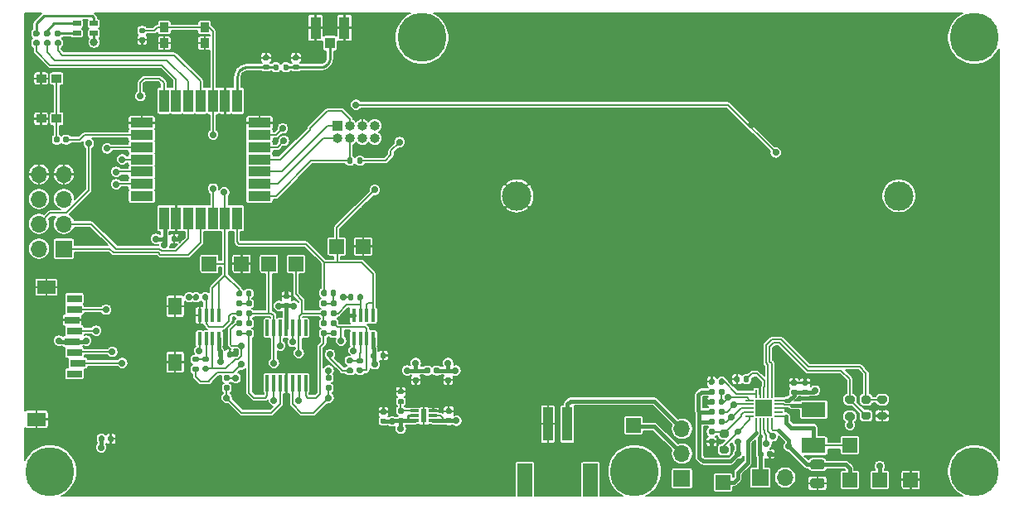
<source format=gtl>
G04 #@! TF.GenerationSoftware,KiCad,Pcbnew,5.1.10-88a1d61d58~90~ubuntu20.04.1*
G04 #@! TF.CreationDate,2021-08-09T16:52:55-07:00*
G04 #@! TF.ProjectId,PatchV3,50617463-6856-4332-9e6b-696361645f70,rev?*
G04 #@! TF.SameCoordinates,Original*
G04 #@! TF.FileFunction,Copper,L1,Top*
G04 #@! TF.FilePolarity,Positive*
%FSLAX46Y46*%
G04 Gerber Fmt 4.6, Leading zero omitted, Abs format (unit mm)*
G04 Created by KiCad (PCBNEW 5.1.10-88a1d61d58~90~ubuntu20.04.1) date 2021-08-09 16:52:55*
%MOMM*%
%LPD*%
G01*
G04 APERTURE LIST*
G04 #@! TA.AperFunction,ComponentPad*
%ADD10O,1.700000X1.700000*%
G04 #@! TD*
G04 #@! TA.AperFunction,ComponentPad*
%ADD11R,1.700000X1.700000*%
G04 #@! TD*
G04 #@! TA.AperFunction,ComponentPad*
%ADD12C,3.000000*%
G04 #@! TD*
G04 #@! TA.AperFunction,SMDPad,CuDef*
%ADD13R,1.100000X2.250000*%
G04 #@! TD*
G04 #@! TA.AperFunction,SMDPad,CuDef*
%ADD14R,1.050000X1.100000*%
G04 #@! TD*
G04 #@! TA.AperFunction,SMDPad,CuDef*
%ADD15R,0.804800X0.300000*%
G04 #@! TD*
G04 #@! TA.AperFunction,SMDPad,CuDef*
%ADD16R,0.610000X1.420000*%
G04 #@! TD*
G04 #@! TA.AperFunction,SMDPad,CuDef*
%ADD17R,0.203200X0.812800*%
G04 #@! TD*
G04 #@! TA.AperFunction,SMDPad,CuDef*
%ADD18R,0.812800X0.203200*%
G04 #@! TD*
G04 #@! TA.AperFunction,SMDPad,CuDef*
%ADD19R,1.701800X1.701800*%
G04 #@! TD*
G04 #@! TA.AperFunction,SMDPad,CuDef*
%ADD20R,0.431800X1.320800*%
G04 #@! TD*
G04 #@! TA.AperFunction,SMDPad,CuDef*
%ADD21R,0.355600X1.676400*%
G04 #@! TD*
G04 #@! TA.AperFunction,SMDPad,CuDef*
%ADD22R,1.000000X2.300000*%
G04 #@! TD*
G04 #@! TA.AperFunction,SMDPad,CuDef*
%ADD23R,2.300000X1.000000*%
G04 #@! TD*
G04 #@! TA.AperFunction,SMDPad,CuDef*
%ADD24R,1.500000X1.500000*%
G04 #@! TD*
G04 #@! TA.AperFunction,SMDPad,CuDef*
%ADD25R,2.400000X1.500000*%
G04 #@! TD*
G04 #@! TA.AperFunction,SMDPad,CuDef*
%ADD26R,1.000001X3.500001*%
G04 #@! TD*
G04 #@! TA.AperFunction,SMDPad,CuDef*
%ADD27R,1.500000X3.400001*%
G04 #@! TD*
G04 #@! TA.AperFunction,ComponentPad*
%ADD28O,1.000000X1.000000*%
G04 #@! TD*
G04 #@! TA.AperFunction,ComponentPad*
%ADD29R,1.000000X1.000000*%
G04 #@! TD*
G04 #@! TA.AperFunction,SMDPad,CuDef*
%ADD30R,1.900000X1.400000*%
G04 #@! TD*
G04 #@! TA.AperFunction,SMDPad,CuDef*
%ADD31R,1.400000X1.800000*%
G04 #@! TD*
G04 #@! TA.AperFunction,SMDPad,CuDef*
%ADD32R,1.500000X0.800000*%
G04 #@! TD*
G04 #@! TA.AperFunction,ComponentPad*
%ADD33C,5.000000*%
G04 #@! TD*
G04 #@! TA.AperFunction,SMDPad,CuDef*
%ADD34R,1.000000X0.900000*%
G04 #@! TD*
G04 #@! TA.AperFunction,SMDPad,CuDef*
%ADD35R,0.900000X1.000000*%
G04 #@! TD*
G04 #@! TA.AperFunction,SMDPad,CuDef*
%ADD36R,0.850000X0.500000*%
G04 #@! TD*
G04 #@! TA.AperFunction,ViaPad*
%ADD37C,0.700000*%
G04 #@! TD*
G04 #@! TA.AperFunction,ViaPad*
%ADD38C,0.800000*%
G04 #@! TD*
G04 #@! TA.AperFunction,Conductor*
%ADD39C,0.381000*%
G04 #@! TD*
G04 #@! TA.AperFunction,Conductor*
%ADD40C,0.177800*%
G04 #@! TD*
G04 #@! TA.AperFunction,Conductor*
%ADD41C,0.228600*%
G04 #@! TD*
G04 #@! TA.AperFunction,Conductor*
%ADD42C,0.254000*%
G04 #@! TD*
G04 #@! TA.AperFunction,Conductor*
%ADD43C,0.292100*%
G04 #@! TD*
G04 #@! TA.AperFunction,Conductor*
%ADD44C,0.100000*%
G04 #@! TD*
G04 APERTURE END LIST*
D10*
X51689000Y-66802000D03*
X54229000Y-66802000D03*
X51689000Y-69342000D03*
X54229000Y-69342000D03*
X51689000Y-71882000D03*
X54229000Y-71882000D03*
X51689000Y-74422000D03*
D11*
X54229000Y-74422000D03*
D12*
X100500000Y-69000000D03*
X139500000Y-69000000D03*
G04 #@! TA.AperFunction,SMDPad,CuDef*
G36*
G01*
X134768000Y-90253000D02*
X134218000Y-90253000D01*
G75*
G02*
X134018000Y-90053000I0J200000D01*
G01*
X134018000Y-89653000D01*
G75*
G02*
X134218000Y-89453000I200000J0D01*
G01*
X134768000Y-89453000D01*
G75*
G02*
X134968000Y-89653000I0J-200000D01*
G01*
X134968000Y-90053000D01*
G75*
G02*
X134768000Y-90253000I-200000J0D01*
G01*
G37*
G04 #@! TD.AperFunction*
G04 #@! TA.AperFunction,SMDPad,CuDef*
G36*
G01*
X134768000Y-91967000D02*
X134218000Y-91967000D01*
G75*
G02*
X134018000Y-91767000I0J200000D01*
G01*
X134018000Y-91367000D01*
G75*
G02*
X134218000Y-91167000I200000J0D01*
G01*
X134768000Y-91167000D01*
G75*
G02*
X134968000Y-91367000I0J-200000D01*
G01*
X134968000Y-91767000D01*
G75*
G02*
X134768000Y-91967000I-200000J0D01*
G01*
G37*
G04 #@! TD.AperFunction*
G04 #@! TA.AperFunction,SMDPad,CuDef*
G36*
G01*
X93302000Y-87576000D02*
X93642000Y-87576000D01*
G75*
G02*
X93782000Y-87716000I0J-140000D01*
G01*
X93782000Y-87996000D01*
G75*
G02*
X93642000Y-88136000I-140000J0D01*
G01*
X93302000Y-88136000D01*
G75*
G02*
X93162000Y-87996000I0J140000D01*
G01*
X93162000Y-87716000D01*
G75*
G02*
X93302000Y-87576000I140000J0D01*
G01*
G37*
G04 #@! TD.AperFunction*
G04 #@! TA.AperFunction,SMDPad,CuDef*
G36*
G01*
X93302000Y-86616000D02*
X93642000Y-86616000D01*
G75*
G02*
X93782000Y-86756000I0J-140000D01*
G01*
X93782000Y-87036000D01*
G75*
G02*
X93642000Y-87176000I-140000J0D01*
G01*
X93302000Y-87176000D01*
G75*
G02*
X93162000Y-87036000I0J140000D01*
G01*
X93162000Y-86756000D01*
G75*
G02*
X93302000Y-86616000I140000J0D01*
G01*
G37*
G04 #@! TD.AperFunction*
D13*
X79932000Y-51816000D03*
X82882000Y-51816000D03*
D14*
X81407000Y-53366000D03*
D15*
X90043100Y-91003500D03*
X90043100Y-91503500D03*
X90043100Y-92003500D03*
X91947900Y-92003500D03*
X91947900Y-91503500D03*
X91947900Y-91003500D03*
D16*
X90995500Y-91503500D03*
D17*
X126521001Y-89242800D03*
X126120999Y-89242800D03*
X125721000Y-89242800D03*
X125321001Y-89242800D03*
X124920999Y-89242800D03*
D18*
X124247800Y-89915999D03*
X124247800Y-90316001D03*
X124247800Y-90716000D03*
X124247800Y-91115999D03*
X124247800Y-91516001D03*
D17*
X124920999Y-92189200D03*
X125321001Y-92189200D03*
X125721000Y-92189200D03*
X126120999Y-92189200D03*
X126521001Y-92189200D03*
D18*
X127194200Y-91516001D03*
X127194200Y-91115999D03*
X127194200Y-90716000D03*
X127194200Y-90316001D03*
X127194200Y-89915999D03*
D19*
X125721000Y-90716000D03*
D20*
X70062999Y-81229200D03*
X69413001Y-81229200D03*
X68762999Y-81229200D03*
X68113001Y-81229200D03*
X68113001Y-83616800D03*
X68762999Y-83616800D03*
X69413001Y-83616800D03*
X70062999Y-83616800D03*
X85810999Y-81229200D03*
X85161001Y-81229200D03*
X84510999Y-81229200D03*
X83861001Y-81229200D03*
X83861001Y-83616800D03*
X84510999Y-83616800D03*
X85161001Y-83616800D03*
X85810999Y-83616800D03*
D21*
X75011999Y-88163400D03*
X75662000Y-88163400D03*
X76312001Y-88163400D03*
X76962000Y-88163400D03*
X77611999Y-88163400D03*
X78262000Y-88163400D03*
X78911999Y-88163400D03*
X78912001Y-82524600D03*
X78262000Y-82524600D03*
X77612001Y-82524600D03*
X76962000Y-82524600D03*
X76312001Y-82524600D03*
X75662000Y-82524600D03*
X75012001Y-82524600D03*
D22*
X68199000Y-71278000D03*
X66949000Y-71278000D03*
X65699000Y-71278000D03*
X64449000Y-71278000D03*
X69449000Y-71278000D03*
X70699000Y-71278000D03*
X71949000Y-71278000D03*
D23*
X74199000Y-65278000D03*
X74199000Y-66528000D03*
X74199000Y-67778000D03*
X74199000Y-69028000D03*
X74199000Y-64028000D03*
X74199000Y-62778000D03*
X74199000Y-61528000D03*
D22*
X68199000Y-59278000D03*
X69449000Y-59278000D03*
X70699000Y-59278000D03*
X71949000Y-59278000D03*
X66949000Y-59278000D03*
X65699000Y-59278000D03*
X64449000Y-59278000D03*
D23*
X62199000Y-65278000D03*
X62199000Y-64028000D03*
X62199000Y-62778000D03*
X62199000Y-61528000D03*
X62199000Y-66528000D03*
X62199000Y-67778000D03*
X62199000Y-69028000D03*
D24*
X112395000Y-92456000D03*
X134493000Y-98044000D03*
X121539000Y-98298000D03*
X134493000Y-94488000D03*
X137541000Y-98044000D03*
X140716000Y-98044000D03*
X75184000Y-75946000D03*
X77914500Y-75946000D03*
X69088000Y-75946000D03*
X82105500Y-74168000D03*
X72390000Y-75946000D03*
X84772500Y-74168000D03*
G04 #@! TA.AperFunction,SMDPad,CuDef*
G36*
G01*
X88831000Y-89295000D02*
X88461000Y-89295000D01*
G75*
G02*
X88326000Y-89160000I0J135000D01*
G01*
X88326000Y-88890000D01*
G75*
G02*
X88461000Y-88755000I135000J0D01*
G01*
X88831000Y-88755000D01*
G75*
G02*
X88966000Y-88890000I0J-135000D01*
G01*
X88966000Y-89160000D01*
G75*
G02*
X88831000Y-89295000I-135000J0D01*
G01*
G37*
G04 #@! TD.AperFunction*
G04 #@! TA.AperFunction,SMDPad,CuDef*
G36*
G01*
X88831000Y-90315000D02*
X88461000Y-90315000D01*
G75*
G02*
X88326000Y-90180000I0J135000D01*
G01*
X88326000Y-89910000D01*
G75*
G02*
X88461000Y-89775000I135000J0D01*
G01*
X88831000Y-89775000D01*
G75*
G02*
X88966000Y-89910000I0J-135000D01*
G01*
X88966000Y-90180000D01*
G75*
G02*
X88831000Y-90315000I-135000J0D01*
G01*
G37*
G04 #@! TD.AperFunction*
G04 #@! TA.AperFunction,SMDPad,CuDef*
G36*
G01*
X88831000Y-91263500D02*
X88461000Y-91263500D01*
G75*
G02*
X88326000Y-91128500I0J135000D01*
G01*
X88326000Y-90858500D01*
G75*
G02*
X88461000Y-90723500I135000J0D01*
G01*
X88831000Y-90723500D01*
G75*
G02*
X88966000Y-90858500I0J-135000D01*
G01*
X88966000Y-91128500D01*
G75*
G02*
X88831000Y-91263500I-135000J0D01*
G01*
G37*
G04 #@! TD.AperFunction*
G04 #@! TA.AperFunction,SMDPad,CuDef*
G36*
G01*
X88831000Y-92283500D02*
X88461000Y-92283500D01*
G75*
G02*
X88326000Y-92148500I0J135000D01*
G01*
X88326000Y-91878500D01*
G75*
G02*
X88461000Y-91743500I135000J0D01*
G01*
X88831000Y-91743500D01*
G75*
G02*
X88966000Y-91878500I0J-135000D01*
G01*
X88966000Y-92148500D01*
G75*
G02*
X88831000Y-92283500I-135000J0D01*
G01*
G37*
G04 #@! TD.AperFunction*
G04 #@! TA.AperFunction,SMDPad,CuDef*
G36*
G01*
X120202000Y-93877000D02*
X120572000Y-93877000D01*
G75*
G02*
X120707000Y-94012000I0J-135000D01*
G01*
X120707000Y-94282000D01*
G75*
G02*
X120572000Y-94417000I-135000J0D01*
G01*
X120202000Y-94417000D01*
G75*
G02*
X120067000Y-94282000I0J135000D01*
G01*
X120067000Y-94012000D01*
G75*
G02*
X120202000Y-93877000I135000J0D01*
G01*
G37*
G04 #@! TD.AperFunction*
G04 #@! TA.AperFunction,SMDPad,CuDef*
G36*
G01*
X120202000Y-92857000D02*
X120572000Y-92857000D01*
G75*
G02*
X120707000Y-92992000I0J-135000D01*
G01*
X120707000Y-93262000D01*
G75*
G02*
X120572000Y-93397000I-135000J0D01*
G01*
X120202000Y-93397000D01*
G75*
G02*
X120067000Y-93262000I0J135000D01*
G01*
X120067000Y-92992000D01*
G75*
G02*
X120202000Y-92857000I135000J0D01*
G01*
G37*
G04 #@! TD.AperFunction*
G04 #@! TA.AperFunction,SMDPad,CuDef*
G36*
G01*
X121932000Y-93720000D02*
X121382000Y-93720000D01*
G75*
G02*
X121182000Y-93520000I0J200000D01*
G01*
X121182000Y-93120000D01*
G75*
G02*
X121382000Y-92920000I200000J0D01*
G01*
X121932000Y-92920000D01*
G75*
G02*
X122132000Y-93120000I0J-200000D01*
G01*
X122132000Y-93520000D01*
G75*
G02*
X121932000Y-93720000I-200000J0D01*
G01*
G37*
G04 #@! TD.AperFunction*
G04 #@! TA.AperFunction,SMDPad,CuDef*
G36*
G01*
X121932000Y-95370000D02*
X121382000Y-95370000D01*
G75*
G02*
X121182000Y-95170000I0J200000D01*
G01*
X121182000Y-94770000D01*
G75*
G02*
X121382000Y-94570000I200000J0D01*
G01*
X121932000Y-94570000D01*
G75*
G02*
X122132000Y-94770000I0J-200000D01*
G01*
X122132000Y-95170000D01*
G75*
G02*
X121932000Y-95370000I-200000J0D01*
G01*
G37*
G04 #@! TD.AperFunction*
G04 #@! TA.AperFunction,SMDPad,CuDef*
G36*
G01*
X123239000Y-93397000D02*
X122869000Y-93397000D01*
G75*
G02*
X122734000Y-93262000I0J135000D01*
G01*
X122734000Y-92992000D01*
G75*
G02*
X122869000Y-92857000I135000J0D01*
G01*
X123239000Y-92857000D01*
G75*
G02*
X123374000Y-92992000I0J-135000D01*
G01*
X123374000Y-93262000D01*
G75*
G02*
X123239000Y-93397000I-135000J0D01*
G01*
G37*
G04 #@! TD.AperFunction*
G04 #@! TA.AperFunction,SMDPad,CuDef*
G36*
G01*
X123239000Y-94417000D02*
X122869000Y-94417000D01*
G75*
G02*
X122734000Y-94282000I0J135000D01*
G01*
X122734000Y-94012000D01*
G75*
G02*
X122869000Y-93877000I135000J0D01*
G01*
X123239000Y-93877000D01*
G75*
G02*
X123374000Y-94012000I0J-135000D01*
G01*
X123374000Y-94282000D01*
G75*
G02*
X123239000Y-94417000I-135000J0D01*
G01*
G37*
G04 #@! TD.AperFunction*
G04 #@! TA.AperFunction,SMDPad,CuDef*
G36*
G01*
X121133000Y-91282000D02*
X121133000Y-90912000D01*
G75*
G02*
X121268000Y-90777000I135000J0D01*
G01*
X121538000Y-90777000D01*
G75*
G02*
X121673000Y-90912000I0J-135000D01*
G01*
X121673000Y-91282000D01*
G75*
G02*
X121538000Y-91417000I-135000J0D01*
G01*
X121268000Y-91417000D01*
G75*
G02*
X121133000Y-91282000I0J135000D01*
G01*
G37*
G04 #@! TD.AperFunction*
G04 #@! TA.AperFunction,SMDPad,CuDef*
G36*
G01*
X120113000Y-91282000D02*
X120113000Y-90912000D01*
G75*
G02*
X120248000Y-90777000I135000J0D01*
G01*
X120518000Y-90777000D01*
G75*
G02*
X120653000Y-90912000I0J-135000D01*
G01*
X120653000Y-91282000D01*
G75*
G02*
X120518000Y-91417000I-135000J0D01*
G01*
X120248000Y-91417000D01*
G75*
G02*
X120113000Y-91282000I0J135000D01*
G01*
G37*
G04 #@! TD.AperFunction*
G04 #@! TA.AperFunction,SMDPad,CuDef*
G36*
G01*
X121133000Y-92298000D02*
X121133000Y-91928000D01*
G75*
G02*
X121268000Y-91793000I135000J0D01*
G01*
X121538000Y-91793000D01*
G75*
G02*
X121673000Y-91928000I0J-135000D01*
G01*
X121673000Y-92298000D01*
G75*
G02*
X121538000Y-92433000I-135000J0D01*
G01*
X121268000Y-92433000D01*
G75*
G02*
X121133000Y-92298000I0J135000D01*
G01*
G37*
G04 #@! TD.AperFunction*
G04 #@! TA.AperFunction,SMDPad,CuDef*
G36*
G01*
X120113000Y-92298000D02*
X120113000Y-91928000D01*
G75*
G02*
X120248000Y-91793000I135000J0D01*
G01*
X120518000Y-91793000D01*
G75*
G02*
X120653000Y-91928000I0J-135000D01*
G01*
X120653000Y-92298000D01*
G75*
G02*
X120518000Y-92433000I-135000J0D01*
G01*
X120248000Y-92433000D01*
G75*
G02*
X120113000Y-92298000I0J135000D01*
G01*
G37*
G04 #@! TD.AperFunction*
G04 #@! TA.AperFunction,SMDPad,CuDef*
G36*
G01*
X120655000Y-88880000D02*
X120655000Y-89250000D01*
G75*
G02*
X120520000Y-89385000I-135000J0D01*
G01*
X120250000Y-89385000D01*
G75*
G02*
X120115000Y-89250000I0J135000D01*
G01*
X120115000Y-88880000D01*
G75*
G02*
X120250000Y-88745000I135000J0D01*
G01*
X120520000Y-88745000D01*
G75*
G02*
X120655000Y-88880000I0J-135000D01*
G01*
G37*
G04 #@! TD.AperFunction*
G04 #@! TA.AperFunction,SMDPad,CuDef*
G36*
G01*
X121675000Y-88880000D02*
X121675000Y-89250000D01*
G75*
G02*
X121540000Y-89385000I-135000J0D01*
G01*
X121270000Y-89385000D01*
G75*
G02*
X121135000Y-89250000I0J135000D01*
G01*
X121135000Y-88880000D01*
G75*
G02*
X121270000Y-88745000I135000J0D01*
G01*
X121540000Y-88745000D01*
G75*
G02*
X121675000Y-88880000I0J-135000D01*
G01*
G37*
G04 #@! TD.AperFunction*
G04 #@! TA.AperFunction,SMDPad,CuDef*
G36*
G01*
X120662000Y-87826000D02*
X120662000Y-88196000D01*
G75*
G02*
X120527000Y-88331000I-135000J0D01*
G01*
X120257000Y-88331000D01*
G75*
G02*
X120122000Y-88196000I0J135000D01*
G01*
X120122000Y-87826000D01*
G75*
G02*
X120257000Y-87691000I135000J0D01*
G01*
X120527000Y-87691000D01*
G75*
G02*
X120662000Y-87826000I0J-135000D01*
G01*
G37*
G04 #@! TD.AperFunction*
G04 #@! TA.AperFunction,SMDPad,CuDef*
G36*
G01*
X121682000Y-87826000D02*
X121682000Y-88196000D01*
G75*
G02*
X121547000Y-88331000I-135000J0D01*
G01*
X121277000Y-88331000D01*
G75*
G02*
X121142000Y-88196000I0J135000D01*
G01*
X121142000Y-87826000D01*
G75*
G02*
X121277000Y-87691000I135000J0D01*
G01*
X121547000Y-87691000D01*
G75*
G02*
X121682000Y-87826000I0J-135000D01*
G01*
G37*
G04 #@! TD.AperFunction*
G04 #@! TA.AperFunction,SMDPad,CuDef*
G36*
G01*
X137520000Y-91103000D02*
X138070000Y-91103000D01*
G75*
G02*
X138270000Y-91303000I0J-200000D01*
G01*
X138270000Y-91703000D01*
G75*
G02*
X138070000Y-91903000I-200000J0D01*
G01*
X137520000Y-91903000D01*
G75*
G02*
X137320000Y-91703000I0J200000D01*
G01*
X137320000Y-91303000D01*
G75*
G02*
X137520000Y-91103000I200000J0D01*
G01*
G37*
G04 #@! TD.AperFunction*
G04 #@! TA.AperFunction,SMDPad,CuDef*
G36*
G01*
X137520000Y-89453000D02*
X138070000Y-89453000D01*
G75*
G02*
X138270000Y-89653000I0J-200000D01*
G01*
X138270000Y-90053000D01*
G75*
G02*
X138070000Y-90253000I-200000J0D01*
G01*
X137520000Y-90253000D01*
G75*
G02*
X137320000Y-90053000I0J200000D01*
G01*
X137320000Y-89653000D01*
G75*
G02*
X137520000Y-89453000I200000J0D01*
G01*
G37*
G04 #@! TD.AperFunction*
G04 #@! TA.AperFunction,SMDPad,CuDef*
G36*
G01*
X136419000Y-90253000D02*
X135869000Y-90253000D01*
G75*
G02*
X135669000Y-90053000I0J200000D01*
G01*
X135669000Y-89653000D01*
G75*
G02*
X135869000Y-89453000I200000J0D01*
G01*
X136419000Y-89453000D01*
G75*
G02*
X136619000Y-89653000I0J-200000D01*
G01*
X136619000Y-90053000D01*
G75*
G02*
X136419000Y-90253000I-200000J0D01*
G01*
G37*
G04 #@! TD.AperFunction*
G04 #@! TA.AperFunction,SMDPad,CuDef*
G36*
G01*
X136419000Y-91903000D02*
X135869000Y-91903000D01*
G75*
G02*
X135669000Y-91703000I0J200000D01*
G01*
X135669000Y-91303000D01*
G75*
G02*
X135869000Y-91103000I200000J0D01*
G01*
X136419000Y-91103000D01*
G75*
G02*
X136619000Y-91303000I0J-200000D01*
G01*
X136619000Y-91703000D01*
G75*
G02*
X136419000Y-91903000I-200000J0D01*
G01*
G37*
G04 #@! TD.AperFunction*
G04 #@! TA.AperFunction,SMDPad,CuDef*
G36*
G01*
X72321000Y-80278000D02*
X71951000Y-80278000D01*
G75*
G02*
X71816000Y-80143000I0J135000D01*
G01*
X71816000Y-79873000D01*
G75*
G02*
X71951000Y-79738000I135000J0D01*
G01*
X72321000Y-79738000D01*
G75*
G02*
X72456000Y-79873000I0J-135000D01*
G01*
X72456000Y-80143000D01*
G75*
G02*
X72321000Y-80278000I-135000J0D01*
G01*
G37*
G04 #@! TD.AperFunction*
G04 #@! TA.AperFunction,SMDPad,CuDef*
G36*
G01*
X72321000Y-81298000D02*
X71951000Y-81298000D01*
G75*
G02*
X71816000Y-81163000I0J135000D01*
G01*
X71816000Y-80893000D01*
G75*
G02*
X71951000Y-80758000I135000J0D01*
G01*
X72321000Y-80758000D01*
G75*
G02*
X72456000Y-80893000I0J-135000D01*
G01*
X72456000Y-81163000D01*
G75*
G02*
X72321000Y-81298000I-135000J0D01*
G01*
G37*
G04 #@! TD.AperFunction*
G04 #@! TA.AperFunction,SMDPad,CuDef*
G36*
G01*
X81973000Y-80278000D02*
X81603000Y-80278000D01*
G75*
G02*
X81468000Y-80143000I0J135000D01*
G01*
X81468000Y-79873000D01*
G75*
G02*
X81603000Y-79738000I135000J0D01*
G01*
X81973000Y-79738000D01*
G75*
G02*
X82108000Y-79873000I0J-135000D01*
G01*
X82108000Y-80143000D01*
G75*
G02*
X81973000Y-80278000I-135000J0D01*
G01*
G37*
G04 #@! TD.AperFunction*
G04 #@! TA.AperFunction,SMDPad,CuDef*
G36*
G01*
X81973000Y-81298000D02*
X81603000Y-81298000D01*
G75*
G02*
X81468000Y-81163000I0J135000D01*
G01*
X81468000Y-80893000D01*
G75*
G02*
X81603000Y-80758000I135000J0D01*
G01*
X81973000Y-80758000D01*
G75*
G02*
X82108000Y-80893000I0J-135000D01*
G01*
X82108000Y-81163000D01*
G75*
G02*
X81973000Y-81298000I-135000J0D01*
G01*
G37*
G04 #@! TD.AperFunction*
G04 #@! TA.AperFunction,SMDPad,CuDef*
G36*
G01*
X72967000Y-80758000D02*
X73337000Y-80758000D01*
G75*
G02*
X73472000Y-80893000I0J-135000D01*
G01*
X73472000Y-81163000D01*
G75*
G02*
X73337000Y-81298000I-135000J0D01*
G01*
X72967000Y-81298000D01*
G75*
G02*
X72832000Y-81163000I0J135000D01*
G01*
X72832000Y-80893000D01*
G75*
G02*
X72967000Y-80758000I135000J0D01*
G01*
G37*
G04 #@! TD.AperFunction*
G04 #@! TA.AperFunction,SMDPad,CuDef*
G36*
G01*
X72967000Y-79738000D02*
X73337000Y-79738000D01*
G75*
G02*
X73472000Y-79873000I0J-135000D01*
G01*
X73472000Y-80143000D01*
G75*
G02*
X73337000Y-80278000I-135000J0D01*
G01*
X72967000Y-80278000D01*
G75*
G02*
X72832000Y-80143000I0J135000D01*
G01*
X72832000Y-79873000D01*
G75*
G02*
X72967000Y-79738000I135000J0D01*
G01*
G37*
G04 #@! TD.AperFunction*
G04 #@! TA.AperFunction,SMDPad,CuDef*
G36*
G01*
X80587000Y-80758000D02*
X80957000Y-80758000D01*
G75*
G02*
X81092000Y-80893000I0J-135000D01*
G01*
X81092000Y-81163000D01*
G75*
G02*
X80957000Y-81298000I-135000J0D01*
G01*
X80587000Y-81298000D01*
G75*
G02*
X80452000Y-81163000I0J135000D01*
G01*
X80452000Y-80893000D01*
G75*
G02*
X80587000Y-80758000I135000J0D01*
G01*
G37*
G04 #@! TD.AperFunction*
G04 #@! TA.AperFunction,SMDPad,CuDef*
G36*
G01*
X80587000Y-79738000D02*
X80957000Y-79738000D01*
G75*
G02*
X81092000Y-79873000I0J-135000D01*
G01*
X81092000Y-80143000D01*
G75*
G02*
X80957000Y-80278000I-135000J0D01*
G01*
X80587000Y-80278000D01*
G75*
G02*
X80452000Y-80143000I0J135000D01*
G01*
X80452000Y-79873000D01*
G75*
G02*
X80587000Y-79738000I135000J0D01*
G01*
G37*
G04 #@! TD.AperFunction*
G04 #@! TA.AperFunction,SMDPad,CuDef*
G36*
G01*
X67506000Y-86473000D02*
X67876000Y-86473000D01*
G75*
G02*
X68011000Y-86608000I0J-135000D01*
G01*
X68011000Y-86878000D01*
G75*
G02*
X67876000Y-87013000I-135000J0D01*
G01*
X67506000Y-87013000D01*
G75*
G02*
X67371000Y-86878000I0J135000D01*
G01*
X67371000Y-86608000D01*
G75*
G02*
X67506000Y-86473000I135000J0D01*
G01*
G37*
G04 #@! TD.AperFunction*
G04 #@! TA.AperFunction,SMDPad,CuDef*
G36*
G01*
X67506000Y-85453000D02*
X67876000Y-85453000D01*
G75*
G02*
X68011000Y-85588000I0J-135000D01*
G01*
X68011000Y-85858000D01*
G75*
G02*
X67876000Y-85993000I-135000J0D01*
G01*
X67506000Y-85993000D01*
G75*
G02*
X67371000Y-85858000I0J135000D01*
G01*
X67371000Y-85588000D01*
G75*
G02*
X67506000Y-85453000I135000J0D01*
G01*
G37*
G04 #@! TD.AperFunction*
G04 #@! TA.AperFunction,SMDPad,CuDef*
G36*
G01*
X83254000Y-86600000D02*
X83624000Y-86600000D01*
G75*
G02*
X83759000Y-86735000I0J-135000D01*
G01*
X83759000Y-87005000D01*
G75*
G02*
X83624000Y-87140000I-135000J0D01*
G01*
X83254000Y-87140000D01*
G75*
G02*
X83119000Y-87005000I0J135000D01*
G01*
X83119000Y-86735000D01*
G75*
G02*
X83254000Y-86600000I135000J0D01*
G01*
G37*
G04 #@! TD.AperFunction*
G04 #@! TA.AperFunction,SMDPad,CuDef*
G36*
G01*
X83254000Y-85580000D02*
X83624000Y-85580000D01*
G75*
G02*
X83759000Y-85715000I0J-135000D01*
G01*
X83759000Y-85985000D01*
G75*
G02*
X83624000Y-86120000I-135000J0D01*
G01*
X83254000Y-86120000D01*
G75*
G02*
X83119000Y-85985000I0J135000D01*
G01*
X83119000Y-85715000D01*
G75*
G02*
X83254000Y-85580000I135000J0D01*
G01*
G37*
G04 #@! TD.AperFunction*
G04 #@! TA.AperFunction,SMDPad,CuDef*
G36*
G01*
X80587000Y-82790000D02*
X80957000Y-82790000D01*
G75*
G02*
X81092000Y-82925000I0J-135000D01*
G01*
X81092000Y-83195000D01*
G75*
G02*
X80957000Y-83330000I-135000J0D01*
G01*
X80587000Y-83330000D01*
G75*
G02*
X80452000Y-83195000I0J135000D01*
G01*
X80452000Y-82925000D01*
G75*
G02*
X80587000Y-82790000I135000J0D01*
G01*
G37*
G04 #@! TD.AperFunction*
G04 #@! TA.AperFunction,SMDPad,CuDef*
G36*
G01*
X80587000Y-81770000D02*
X80957000Y-81770000D01*
G75*
G02*
X81092000Y-81905000I0J-135000D01*
G01*
X81092000Y-82175000D01*
G75*
G02*
X80957000Y-82310000I-135000J0D01*
G01*
X80587000Y-82310000D01*
G75*
G02*
X80452000Y-82175000I0J135000D01*
G01*
X80452000Y-81905000D01*
G75*
G02*
X80587000Y-81770000I135000J0D01*
G01*
G37*
G04 #@! TD.AperFunction*
G04 #@! TA.AperFunction,SMDPad,CuDef*
G36*
G01*
X72967000Y-82790000D02*
X73337000Y-82790000D01*
G75*
G02*
X73472000Y-82925000I0J-135000D01*
G01*
X73472000Y-83195000D01*
G75*
G02*
X73337000Y-83330000I-135000J0D01*
G01*
X72967000Y-83330000D01*
G75*
G02*
X72832000Y-83195000I0J135000D01*
G01*
X72832000Y-82925000D01*
G75*
G02*
X72967000Y-82790000I135000J0D01*
G01*
G37*
G04 #@! TD.AperFunction*
G04 #@! TA.AperFunction,SMDPad,CuDef*
G36*
G01*
X72967000Y-81770000D02*
X73337000Y-81770000D01*
G75*
G02*
X73472000Y-81905000I0J-135000D01*
G01*
X73472000Y-82175000D01*
G75*
G02*
X73337000Y-82310000I-135000J0D01*
G01*
X72967000Y-82310000D01*
G75*
G02*
X72832000Y-82175000I0J135000D01*
G01*
X72832000Y-81905000D01*
G75*
G02*
X72967000Y-81770000I135000J0D01*
G01*
G37*
G04 #@! TD.AperFunction*
G04 #@! TA.AperFunction,SMDPad,CuDef*
G36*
G01*
X81973000Y-82310000D02*
X81603000Y-82310000D01*
G75*
G02*
X81468000Y-82175000I0J135000D01*
G01*
X81468000Y-81905000D01*
G75*
G02*
X81603000Y-81770000I135000J0D01*
G01*
X81973000Y-81770000D01*
G75*
G02*
X82108000Y-81905000I0J-135000D01*
G01*
X82108000Y-82175000D01*
G75*
G02*
X81973000Y-82310000I-135000J0D01*
G01*
G37*
G04 #@! TD.AperFunction*
G04 #@! TA.AperFunction,SMDPad,CuDef*
G36*
G01*
X81973000Y-83330000D02*
X81603000Y-83330000D01*
G75*
G02*
X81468000Y-83195000I0J135000D01*
G01*
X81468000Y-82925000D01*
G75*
G02*
X81603000Y-82790000I135000J0D01*
G01*
X81973000Y-82790000D01*
G75*
G02*
X82108000Y-82925000I0J-135000D01*
G01*
X82108000Y-83195000D01*
G75*
G02*
X81973000Y-83330000I-135000J0D01*
G01*
G37*
G04 #@! TD.AperFunction*
G04 #@! TA.AperFunction,SMDPad,CuDef*
G36*
G01*
X72321000Y-82310000D02*
X71951000Y-82310000D01*
G75*
G02*
X71816000Y-82175000I0J135000D01*
G01*
X71816000Y-81905000D01*
G75*
G02*
X71951000Y-81770000I135000J0D01*
G01*
X72321000Y-81770000D01*
G75*
G02*
X72456000Y-81905000I0J-135000D01*
G01*
X72456000Y-82175000D01*
G75*
G02*
X72321000Y-82310000I-135000J0D01*
G01*
G37*
G04 #@! TD.AperFunction*
G04 #@! TA.AperFunction,SMDPad,CuDef*
G36*
G01*
X72321000Y-83330000D02*
X71951000Y-83330000D01*
G75*
G02*
X71816000Y-83195000I0J135000D01*
G01*
X71816000Y-82925000D01*
G75*
G02*
X71951000Y-82790000I135000J0D01*
G01*
X72321000Y-82790000D01*
G75*
G02*
X72456000Y-82925000I0J-135000D01*
G01*
X72456000Y-83195000D01*
G75*
G02*
X72321000Y-83330000I-135000J0D01*
G01*
G37*
G04 #@! TD.AperFunction*
G04 #@! TA.AperFunction,SMDPad,CuDef*
G36*
G01*
X70681000Y-88378000D02*
X71051000Y-88378000D01*
G75*
G02*
X71186000Y-88513000I0J-135000D01*
G01*
X71186000Y-88783000D01*
G75*
G02*
X71051000Y-88918000I-135000J0D01*
G01*
X70681000Y-88918000D01*
G75*
G02*
X70546000Y-88783000I0J135000D01*
G01*
X70546000Y-88513000D01*
G75*
G02*
X70681000Y-88378000I135000J0D01*
G01*
G37*
G04 #@! TD.AperFunction*
G04 #@! TA.AperFunction,SMDPad,CuDef*
G36*
G01*
X70681000Y-87358000D02*
X71051000Y-87358000D01*
G75*
G02*
X71186000Y-87493000I0J-135000D01*
G01*
X71186000Y-87763000D01*
G75*
G02*
X71051000Y-87898000I-135000J0D01*
G01*
X70681000Y-87898000D01*
G75*
G02*
X70546000Y-87763000I0J135000D01*
G01*
X70546000Y-87493000D01*
G75*
G02*
X70681000Y-87358000I135000J0D01*
G01*
G37*
G04 #@! TD.AperFunction*
G04 #@! TA.AperFunction,SMDPad,CuDef*
G36*
G01*
X81095000Y-88378000D02*
X81465000Y-88378000D01*
G75*
G02*
X81600000Y-88513000I0J-135000D01*
G01*
X81600000Y-88783000D01*
G75*
G02*
X81465000Y-88918000I-135000J0D01*
G01*
X81095000Y-88918000D01*
G75*
G02*
X80960000Y-88783000I0J135000D01*
G01*
X80960000Y-88513000D01*
G75*
G02*
X81095000Y-88378000I135000J0D01*
G01*
G37*
G04 #@! TD.AperFunction*
G04 #@! TA.AperFunction,SMDPad,CuDef*
G36*
G01*
X81095000Y-87358000D02*
X81465000Y-87358000D01*
G75*
G02*
X81600000Y-87493000I0J-135000D01*
G01*
X81600000Y-87763000D01*
G75*
G02*
X81465000Y-87898000I-135000J0D01*
G01*
X81095000Y-87898000D01*
G75*
G02*
X80960000Y-87763000I0J135000D01*
G01*
X80960000Y-87493000D01*
G75*
G02*
X81095000Y-87358000I135000J0D01*
G01*
G37*
G04 #@! TD.AperFunction*
G04 #@! TA.AperFunction,SMDPad,CuDef*
G36*
G01*
X84187000Y-65590000D02*
X84187000Y-65220000D01*
G75*
G02*
X84322000Y-65085000I135000J0D01*
G01*
X84592000Y-65085000D01*
G75*
G02*
X84727000Y-65220000I0J-135000D01*
G01*
X84727000Y-65590000D01*
G75*
G02*
X84592000Y-65725000I-135000J0D01*
G01*
X84322000Y-65725000D01*
G75*
G02*
X84187000Y-65590000I0J135000D01*
G01*
G37*
G04 #@! TD.AperFunction*
G04 #@! TA.AperFunction,SMDPad,CuDef*
G36*
G01*
X83167000Y-65590000D02*
X83167000Y-65220000D01*
G75*
G02*
X83302000Y-65085000I135000J0D01*
G01*
X83572000Y-65085000D01*
G75*
G02*
X83707000Y-65220000I0J-135000D01*
G01*
X83707000Y-65590000D01*
G75*
G02*
X83572000Y-65725000I-135000J0D01*
G01*
X83302000Y-65725000D01*
G75*
G02*
X83167000Y-65590000I0J135000D01*
G01*
G37*
G04 #@! TD.AperFunction*
G04 #@! TA.AperFunction,SMDPad,CuDef*
G36*
G01*
X76643200Y-56039600D02*
X76643200Y-55669600D01*
G75*
G02*
X76778200Y-55534600I135000J0D01*
G01*
X77048200Y-55534600D01*
G75*
G02*
X77183200Y-55669600I0J-135000D01*
G01*
X77183200Y-56039600D01*
G75*
G02*
X77048200Y-56174600I-135000J0D01*
G01*
X76778200Y-56174600D01*
G75*
G02*
X76643200Y-56039600I0J135000D01*
G01*
G37*
G04 #@! TD.AperFunction*
G04 #@! TA.AperFunction,SMDPad,CuDef*
G36*
G01*
X75623200Y-56039600D02*
X75623200Y-55669600D01*
G75*
G02*
X75758200Y-55534600I135000J0D01*
G01*
X76028200Y-55534600D01*
G75*
G02*
X76163200Y-55669600I0J-135000D01*
G01*
X76163200Y-56039600D01*
G75*
G02*
X76028200Y-56174600I-135000J0D01*
G01*
X75758200Y-56174600D01*
G75*
G02*
X75623200Y-56039600I0J135000D01*
G01*
G37*
G04 #@! TD.AperFunction*
D25*
X130810000Y-90860000D03*
X130810000Y-94560000D03*
D10*
X117348000Y-92837000D03*
X117348000Y-95377000D03*
D11*
X117348000Y-97917000D03*
D10*
X127880000Y-97828000D03*
D11*
X125340000Y-97828000D03*
D26*
X103655999Y-92345999D03*
X105656001Y-92345999D03*
D27*
X101305999Y-98096000D03*
X108006001Y-98096000D03*
D28*
X85979000Y-63119000D03*
X85979000Y-61849000D03*
X84709000Y-63119000D03*
X84709000Y-61849000D03*
X83439000Y-63119000D03*
X83439000Y-61849000D03*
X82169000Y-63119000D03*
D29*
X82169000Y-61849000D03*
G04 #@! TA.AperFunction,SMDPad,CuDef*
G36*
G01*
X92011000Y-87040500D02*
X92011000Y-86695500D01*
G75*
G02*
X92158500Y-86548000I147500J0D01*
G01*
X92453500Y-86548000D01*
G75*
G02*
X92601000Y-86695500I0J-147500D01*
G01*
X92601000Y-87040500D01*
G75*
G02*
X92453500Y-87188000I-147500J0D01*
G01*
X92158500Y-87188000D01*
G75*
G02*
X92011000Y-87040500I0J147500D01*
G01*
G37*
G04 #@! TD.AperFunction*
G04 #@! TA.AperFunction,SMDPad,CuDef*
G36*
G01*
X91041000Y-87040500D02*
X91041000Y-86695500D01*
G75*
G02*
X91188500Y-86548000I147500J0D01*
G01*
X91483500Y-86548000D01*
G75*
G02*
X91631000Y-86695500I0J-147500D01*
G01*
X91631000Y-87040500D01*
G75*
G02*
X91483500Y-87188000I-147500J0D01*
G01*
X91188500Y-87188000D01*
G75*
G02*
X91041000Y-87040500I0J147500D01*
G01*
G37*
G04 #@! TD.AperFunction*
G04 #@! TA.AperFunction,SMDPad,CuDef*
G36*
G01*
X87038000Y-91367000D02*
X86698000Y-91367000D01*
G75*
G02*
X86558000Y-91227000I0J140000D01*
G01*
X86558000Y-90947000D01*
G75*
G02*
X86698000Y-90807000I140000J0D01*
G01*
X87038000Y-90807000D01*
G75*
G02*
X87178000Y-90947000I0J-140000D01*
G01*
X87178000Y-91227000D01*
G75*
G02*
X87038000Y-91367000I-140000J0D01*
G01*
G37*
G04 #@! TD.AperFunction*
G04 #@! TA.AperFunction,SMDPad,CuDef*
G36*
G01*
X87038000Y-92327000D02*
X86698000Y-92327000D01*
G75*
G02*
X86558000Y-92187000I0J140000D01*
G01*
X86558000Y-91907000D01*
G75*
G02*
X86698000Y-91767000I140000J0D01*
G01*
X87038000Y-91767000D01*
G75*
G02*
X87178000Y-91907000I0J-140000D01*
G01*
X87178000Y-92187000D01*
G75*
G02*
X87038000Y-92327000I-140000J0D01*
G01*
G37*
G04 #@! TD.AperFunction*
G04 #@! TA.AperFunction,SMDPad,CuDef*
G36*
G01*
X93705500Y-91303500D02*
X93365500Y-91303500D01*
G75*
G02*
X93225500Y-91163500I0J140000D01*
G01*
X93225500Y-90883500D01*
G75*
G02*
X93365500Y-90743500I140000J0D01*
G01*
X93705500Y-90743500D01*
G75*
G02*
X93845500Y-90883500I0J-140000D01*
G01*
X93845500Y-91163500D01*
G75*
G02*
X93705500Y-91303500I-140000J0D01*
G01*
G37*
G04 #@! TD.AperFunction*
G04 #@! TA.AperFunction,SMDPad,CuDef*
G36*
G01*
X93705500Y-92263500D02*
X93365500Y-92263500D01*
G75*
G02*
X93225500Y-92123500I0J140000D01*
G01*
X93225500Y-91843500D01*
G75*
G02*
X93365500Y-91703500I140000J0D01*
G01*
X93705500Y-91703500D01*
G75*
G02*
X93845500Y-91843500I0J-140000D01*
G01*
X93845500Y-92123500D01*
G75*
G02*
X93705500Y-92263500I-140000J0D01*
G01*
G37*
G04 #@! TD.AperFunction*
G04 #@! TA.AperFunction,SMDPad,CuDef*
G36*
G01*
X130707000Y-97897000D02*
X131657000Y-97897000D01*
G75*
G02*
X131907000Y-98147000I0J-250000D01*
G01*
X131907000Y-98647000D01*
G75*
G02*
X131657000Y-98897000I-250000J0D01*
G01*
X130707000Y-98897000D01*
G75*
G02*
X130457000Y-98647000I0J250000D01*
G01*
X130457000Y-98147000D01*
G75*
G02*
X130707000Y-97897000I250000J0D01*
G01*
G37*
G04 #@! TD.AperFunction*
G04 #@! TA.AperFunction,SMDPad,CuDef*
G36*
G01*
X130707000Y-95997000D02*
X131657000Y-95997000D01*
G75*
G02*
X131907000Y-96247000I0J-250000D01*
G01*
X131907000Y-96747000D01*
G75*
G02*
X131657000Y-96997000I-250000J0D01*
G01*
X130707000Y-96997000D01*
G75*
G02*
X130457000Y-96747000I0J250000D01*
G01*
X130457000Y-96247000D01*
G75*
G02*
X130707000Y-95997000I250000J0D01*
G01*
G37*
G04 #@! TD.AperFunction*
G04 #@! TA.AperFunction,SMDPad,CuDef*
G36*
G01*
X126048000Y-95585000D02*
X126048000Y-95245000D01*
G75*
G02*
X126188000Y-95105000I140000J0D01*
G01*
X126468000Y-95105000D01*
G75*
G02*
X126608000Y-95245000I0J-140000D01*
G01*
X126608000Y-95585000D01*
G75*
G02*
X126468000Y-95725000I-140000J0D01*
G01*
X126188000Y-95725000D01*
G75*
G02*
X126048000Y-95585000I0J140000D01*
G01*
G37*
G04 #@! TD.AperFunction*
G04 #@! TA.AperFunction,SMDPad,CuDef*
G36*
G01*
X125088000Y-95585000D02*
X125088000Y-95245000D01*
G75*
G02*
X125228000Y-95105000I140000J0D01*
G01*
X125508000Y-95105000D01*
G75*
G02*
X125648000Y-95245000I0J-140000D01*
G01*
X125648000Y-95585000D01*
G75*
G02*
X125508000Y-95725000I-140000J0D01*
G01*
X125228000Y-95725000D01*
G75*
G02*
X125088000Y-95585000I0J140000D01*
G01*
G37*
G04 #@! TD.AperFunction*
G04 #@! TA.AperFunction,SMDPad,CuDef*
G36*
G01*
X120695000Y-89911000D02*
X120695000Y-90251000D01*
G75*
G02*
X120555000Y-90391000I-140000J0D01*
G01*
X120275000Y-90391000D01*
G75*
G02*
X120135000Y-90251000I0J140000D01*
G01*
X120135000Y-89911000D01*
G75*
G02*
X120275000Y-89771000I140000J0D01*
G01*
X120555000Y-89771000D01*
G75*
G02*
X120695000Y-89911000I0J-140000D01*
G01*
G37*
G04 #@! TD.AperFunction*
G04 #@! TA.AperFunction,SMDPad,CuDef*
G36*
G01*
X121655000Y-89911000D02*
X121655000Y-90251000D01*
G75*
G02*
X121515000Y-90391000I-140000J0D01*
G01*
X121235000Y-90391000D01*
G75*
G02*
X121095000Y-90251000I0J140000D01*
G01*
X121095000Y-89911000D01*
G75*
G02*
X121235000Y-89771000I140000J0D01*
G01*
X121515000Y-89771000D01*
G75*
G02*
X121655000Y-89911000I0J-140000D01*
G01*
G37*
G04 #@! TD.AperFunction*
G04 #@! TA.AperFunction,SMDPad,CuDef*
G36*
G01*
X123244000Y-87587000D02*
X123244000Y-87927000D01*
G75*
G02*
X123104000Y-88067000I-140000J0D01*
G01*
X122824000Y-88067000D01*
G75*
G02*
X122684000Y-87927000I0J140000D01*
G01*
X122684000Y-87587000D01*
G75*
G02*
X122824000Y-87447000I140000J0D01*
G01*
X123104000Y-87447000D01*
G75*
G02*
X123244000Y-87587000I0J-140000D01*
G01*
G37*
G04 #@! TD.AperFunction*
G04 #@! TA.AperFunction,SMDPad,CuDef*
G36*
G01*
X124204000Y-87587000D02*
X124204000Y-87927000D01*
G75*
G02*
X124064000Y-88067000I-140000J0D01*
G01*
X123784000Y-88067000D01*
G75*
G02*
X123644000Y-87927000I0J140000D01*
G01*
X123644000Y-87587000D01*
G75*
G02*
X123784000Y-87447000I140000J0D01*
G01*
X124064000Y-87447000D01*
G75*
G02*
X124204000Y-87587000I0J-140000D01*
G01*
G37*
G04 #@! TD.AperFunction*
G04 #@! TA.AperFunction,SMDPad,CuDef*
G36*
G01*
X130100000Y-88408000D02*
X129760000Y-88408000D01*
G75*
G02*
X129620000Y-88268000I0J140000D01*
G01*
X129620000Y-87988000D01*
G75*
G02*
X129760000Y-87848000I140000J0D01*
G01*
X130100000Y-87848000D01*
G75*
G02*
X130240000Y-87988000I0J-140000D01*
G01*
X130240000Y-88268000D01*
G75*
G02*
X130100000Y-88408000I-140000J0D01*
G01*
G37*
G04 #@! TD.AperFunction*
G04 #@! TA.AperFunction,SMDPad,CuDef*
G36*
G01*
X130100000Y-89368000D02*
X129760000Y-89368000D01*
G75*
G02*
X129620000Y-89228000I0J140000D01*
G01*
X129620000Y-88948000D01*
G75*
G02*
X129760000Y-88808000I140000J0D01*
G01*
X130100000Y-88808000D01*
G75*
G02*
X130240000Y-88948000I0J-140000D01*
G01*
X130240000Y-89228000D01*
G75*
G02*
X130100000Y-89368000I-140000J0D01*
G01*
G37*
G04 #@! TD.AperFunction*
G04 #@! TA.AperFunction,SMDPad,CuDef*
G36*
G01*
X128957000Y-88408000D02*
X128617000Y-88408000D01*
G75*
G02*
X128477000Y-88268000I0J140000D01*
G01*
X128477000Y-87988000D01*
G75*
G02*
X128617000Y-87848000I140000J0D01*
G01*
X128957000Y-87848000D01*
G75*
G02*
X129097000Y-87988000I0J-140000D01*
G01*
X129097000Y-88268000D01*
G75*
G02*
X128957000Y-88408000I-140000J0D01*
G01*
G37*
G04 #@! TD.AperFunction*
G04 #@! TA.AperFunction,SMDPad,CuDef*
G36*
G01*
X128957000Y-89368000D02*
X128617000Y-89368000D01*
G75*
G02*
X128477000Y-89228000I0J140000D01*
G01*
X128477000Y-88948000D01*
G75*
G02*
X128617000Y-88808000I140000J0D01*
G01*
X128957000Y-88808000D01*
G75*
G02*
X129097000Y-88948000I0J-140000D01*
G01*
X129097000Y-89228000D01*
G75*
G02*
X128957000Y-89368000I-140000J0D01*
G01*
G37*
G04 #@! TD.AperFunction*
G04 #@! TA.AperFunction,SMDPad,CuDef*
G36*
G01*
X72844000Y-79164000D02*
X72844000Y-78824000D01*
G75*
G02*
X72984000Y-78684000I140000J0D01*
G01*
X73264000Y-78684000D01*
G75*
G02*
X73404000Y-78824000I0J-140000D01*
G01*
X73404000Y-79164000D01*
G75*
G02*
X73264000Y-79304000I-140000J0D01*
G01*
X72984000Y-79304000D01*
G75*
G02*
X72844000Y-79164000I0J140000D01*
G01*
G37*
G04 #@! TD.AperFunction*
G04 #@! TA.AperFunction,SMDPad,CuDef*
G36*
G01*
X71884000Y-79164000D02*
X71884000Y-78824000D01*
G75*
G02*
X72024000Y-78684000I140000J0D01*
G01*
X72304000Y-78684000D01*
G75*
G02*
X72444000Y-78824000I0J-140000D01*
G01*
X72444000Y-79164000D01*
G75*
G02*
X72304000Y-79304000I-140000J0D01*
G01*
X72024000Y-79304000D01*
G75*
G02*
X71884000Y-79164000I0J140000D01*
G01*
G37*
G04 #@! TD.AperFunction*
G04 #@! TA.AperFunction,SMDPad,CuDef*
G36*
G01*
X81480000Y-79100500D02*
X81480000Y-78760500D01*
G75*
G02*
X81620000Y-78620500I140000J0D01*
G01*
X81900000Y-78620500D01*
G75*
G02*
X82040000Y-78760500I0J-140000D01*
G01*
X82040000Y-79100500D01*
G75*
G02*
X81900000Y-79240500I-140000J0D01*
G01*
X81620000Y-79240500D01*
G75*
G02*
X81480000Y-79100500I0J140000D01*
G01*
G37*
G04 #@! TD.AperFunction*
G04 #@! TA.AperFunction,SMDPad,CuDef*
G36*
G01*
X80520000Y-79100500D02*
X80520000Y-78760500D01*
G75*
G02*
X80660000Y-78620500I140000J0D01*
G01*
X80940000Y-78620500D01*
G75*
G02*
X81080000Y-78760500I0J-140000D01*
G01*
X81080000Y-79100500D01*
G75*
G02*
X80940000Y-79240500I-140000J0D01*
G01*
X80660000Y-79240500D01*
G75*
G02*
X80520000Y-79100500I0J140000D01*
G01*
G37*
G04 #@! TD.AperFunction*
G04 #@! TA.AperFunction,SMDPad,CuDef*
G36*
G01*
X68877000Y-86005000D02*
X68537000Y-86005000D01*
G75*
G02*
X68397000Y-85865000I0J140000D01*
G01*
X68397000Y-85585000D01*
G75*
G02*
X68537000Y-85445000I140000J0D01*
G01*
X68877000Y-85445000D01*
G75*
G02*
X69017000Y-85585000I0J-140000D01*
G01*
X69017000Y-85865000D01*
G75*
G02*
X68877000Y-86005000I-140000J0D01*
G01*
G37*
G04 #@! TD.AperFunction*
G04 #@! TA.AperFunction,SMDPad,CuDef*
G36*
G01*
X68877000Y-86965000D02*
X68537000Y-86965000D01*
G75*
G02*
X68397000Y-86825000I0J140000D01*
G01*
X68397000Y-86545000D01*
G75*
G02*
X68537000Y-86405000I140000J0D01*
G01*
X68877000Y-86405000D01*
G75*
G02*
X69017000Y-86545000I0J-140000D01*
G01*
X69017000Y-86825000D01*
G75*
G02*
X68877000Y-86965000I-140000J0D01*
G01*
G37*
G04 #@! TD.AperFunction*
G04 #@! TA.AperFunction,SMDPad,CuDef*
G36*
G01*
X84625000Y-86160000D02*
X84285000Y-86160000D01*
G75*
G02*
X84145000Y-86020000I0J140000D01*
G01*
X84145000Y-85740000D01*
G75*
G02*
X84285000Y-85600000I140000J0D01*
G01*
X84625000Y-85600000D01*
G75*
G02*
X84765000Y-85740000I0J-140000D01*
G01*
X84765000Y-86020000D01*
G75*
G02*
X84625000Y-86160000I-140000J0D01*
G01*
G37*
G04 #@! TD.AperFunction*
G04 #@! TA.AperFunction,SMDPad,CuDef*
G36*
G01*
X84625000Y-87120000D02*
X84285000Y-87120000D01*
G75*
G02*
X84145000Y-86980000I0J140000D01*
G01*
X84145000Y-86700000D01*
G75*
G02*
X84285000Y-86560000I140000J0D01*
G01*
X84625000Y-86560000D01*
G75*
G02*
X84765000Y-86700000I0J-140000D01*
G01*
X84765000Y-86980000D01*
G75*
G02*
X84625000Y-87120000I-140000J0D01*
G01*
G37*
G04 #@! TD.AperFunction*
G04 #@! TA.AperFunction,SMDPad,CuDef*
G36*
G01*
X67999000Y-79205000D02*
X67999000Y-79545000D01*
G75*
G02*
X67859000Y-79685000I-140000J0D01*
G01*
X67579000Y-79685000D01*
G75*
G02*
X67439000Y-79545000I0J140000D01*
G01*
X67439000Y-79205000D01*
G75*
G02*
X67579000Y-79065000I140000J0D01*
G01*
X67859000Y-79065000D01*
G75*
G02*
X67999000Y-79205000I0J-140000D01*
G01*
G37*
G04 #@! TD.AperFunction*
G04 #@! TA.AperFunction,SMDPad,CuDef*
G36*
G01*
X68959000Y-79205000D02*
X68959000Y-79545000D01*
G75*
G02*
X68819000Y-79685000I-140000J0D01*
G01*
X68539000Y-79685000D01*
G75*
G02*
X68399000Y-79545000I0J140000D01*
G01*
X68399000Y-79205000D01*
G75*
G02*
X68539000Y-79065000I140000J0D01*
G01*
X68819000Y-79065000D01*
G75*
G02*
X68959000Y-79205000I0J-140000D01*
G01*
G37*
G04 #@! TD.AperFunction*
G04 #@! TA.AperFunction,SMDPad,CuDef*
G36*
G01*
X83810500Y-79205000D02*
X83810500Y-79545000D01*
G75*
G02*
X83670500Y-79685000I-140000J0D01*
G01*
X83390500Y-79685000D01*
G75*
G02*
X83250500Y-79545000I0J140000D01*
G01*
X83250500Y-79205000D01*
G75*
G02*
X83390500Y-79065000I140000J0D01*
G01*
X83670500Y-79065000D01*
G75*
G02*
X83810500Y-79205000I0J-140000D01*
G01*
G37*
G04 #@! TD.AperFunction*
G04 #@! TA.AperFunction,SMDPad,CuDef*
G36*
G01*
X84770500Y-79205000D02*
X84770500Y-79545000D01*
G75*
G02*
X84630500Y-79685000I-140000J0D01*
G01*
X84350500Y-79685000D01*
G75*
G02*
X84210500Y-79545000I0J140000D01*
G01*
X84210500Y-79205000D01*
G75*
G02*
X84350500Y-79065000I140000J0D01*
G01*
X84630500Y-79065000D01*
G75*
G02*
X84770500Y-79205000I0J-140000D01*
G01*
G37*
G04 #@! TD.AperFunction*
G04 #@! TA.AperFunction,SMDPad,CuDef*
G36*
G01*
X90000000Y-87576000D02*
X90340000Y-87576000D01*
G75*
G02*
X90480000Y-87716000I0J-140000D01*
G01*
X90480000Y-87996000D01*
G75*
G02*
X90340000Y-88136000I-140000J0D01*
G01*
X90000000Y-88136000D01*
G75*
G02*
X89860000Y-87996000I0J140000D01*
G01*
X89860000Y-87716000D01*
G75*
G02*
X90000000Y-87576000I140000J0D01*
G01*
G37*
G04 #@! TD.AperFunction*
G04 #@! TA.AperFunction,SMDPad,CuDef*
G36*
G01*
X90000000Y-86616000D02*
X90340000Y-86616000D01*
G75*
G02*
X90480000Y-86756000I0J-140000D01*
G01*
X90480000Y-87036000D01*
G75*
G02*
X90340000Y-87176000I-140000J0D01*
G01*
X90000000Y-87176000D01*
G75*
G02*
X89860000Y-87036000I0J140000D01*
G01*
X89860000Y-86756000D01*
G75*
G02*
X90000000Y-86616000I140000J0D01*
G01*
G37*
G04 #@! TD.AperFunction*
G04 #@! TA.AperFunction,SMDPad,CuDef*
G36*
G01*
X86560000Y-85514000D02*
X86560000Y-85174000D01*
G75*
G02*
X86700000Y-85034000I140000J0D01*
G01*
X86980000Y-85034000D01*
G75*
G02*
X87120000Y-85174000I0J-140000D01*
G01*
X87120000Y-85514000D01*
G75*
G02*
X86980000Y-85654000I-140000J0D01*
G01*
X86700000Y-85654000D01*
G75*
G02*
X86560000Y-85514000I0J140000D01*
G01*
G37*
G04 #@! TD.AperFunction*
G04 #@! TA.AperFunction,SMDPad,CuDef*
G36*
G01*
X85600000Y-85514000D02*
X85600000Y-85174000D01*
G75*
G02*
X85740000Y-85034000I140000J0D01*
G01*
X86020000Y-85034000D01*
G75*
G02*
X86160000Y-85174000I0J-140000D01*
G01*
X86160000Y-85514000D01*
G75*
G02*
X86020000Y-85654000I-140000J0D01*
G01*
X85740000Y-85654000D01*
G75*
G02*
X85600000Y-85514000I0J140000D01*
G01*
G37*
G04 #@! TD.AperFunction*
G04 #@! TA.AperFunction,SMDPad,CuDef*
G36*
G01*
X70911000Y-85387000D02*
X70911000Y-85047000D01*
G75*
G02*
X71051000Y-84907000I140000J0D01*
G01*
X71331000Y-84907000D01*
G75*
G02*
X71471000Y-85047000I0J-140000D01*
G01*
X71471000Y-85387000D01*
G75*
G02*
X71331000Y-85527000I-140000J0D01*
G01*
X71051000Y-85527000D01*
G75*
G02*
X70911000Y-85387000I0J140000D01*
G01*
G37*
G04 #@! TD.AperFunction*
G04 #@! TA.AperFunction,SMDPad,CuDef*
G36*
G01*
X69951000Y-85387000D02*
X69951000Y-85047000D01*
G75*
G02*
X70091000Y-84907000I140000J0D01*
G01*
X70371000Y-84907000D01*
G75*
G02*
X70511000Y-85047000I0J-140000D01*
G01*
X70511000Y-85387000D01*
G75*
G02*
X70371000Y-85527000I-140000J0D01*
G01*
X70091000Y-85527000D01*
G75*
G02*
X69951000Y-85387000I0J140000D01*
G01*
G37*
G04 #@! TD.AperFunction*
G04 #@! TA.AperFunction,SMDPad,CuDef*
G36*
G01*
X77132000Y-79556000D02*
X76792000Y-79556000D01*
G75*
G02*
X76652000Y-79416000I0J140000D01*
G01*
X76652000Y-79136000D01*
G75*
G02*
X76792000Y-78996000I140000J0D01*
G01*
X77132000Y-78996000D01*
G75*
G02*
X77272000Y-79136000I0J-140000D01*
G01*
X77272000Y-79416000D01*
G75*
G02*
X77132000Y-79556000I-140000J0D01*
G01*
G37*
G04 #@! TD.AperFunction*
G04 #@! TA.AperFunction,SMDPad,CuDef*
G36*
G01*
X77132000Y-80516000D02*
X76792000Y-80516000D01*
G75*
G02*
X76652000Y-80376000I0J140000D01*
G01*
X76652000Y-80096000D01*
G75*
G02*
X76792000Y-79956000I140000J0D01*
G01*
X77132000Y-79956000D01*
G75*
G02*
X77272000Y-80096000I0J-140000D01*
G01*
X77272000Y-80376000D01*
G75*
G02*
X77132000Y-80516000I-140000J0D01*
G01*
G37*
G04 #@! TD.AperFunction*
G04 #@! TA.AperFunction,SMDPad,CuDef*
G36*
G01*
X58747000Y-94023000D02*
X58747000Y-93683000D01*
G75*
G02*
X58887000Y-93543000I140000J0D01*
G01*
X59167000Y-93543000D01*
G75*
G02*
X59307000Y-93683000I0J-140000D01*
G01*
X59307000Y-94023000D01*
G75*
G02*
X59167000Y-94163000I-140000J0D01*
G01*
X58887000Y-94163000D01*
G75*
G02*
X58747000Y-94023000I0J140000D01*
G01*
G37*
G04 #@! TD.AperFunction*
G04 #@! TA.AperFunction,SMDPad,CuDef*
G36*
G01*
X57787000Y-94023000D02*
X57787000Y-93683000D01*
G75*
G02*
X57927000Y-93543000I140000J0D01*
G01*
X58207000Y-93543000D01*
G75*
G02*
X58347000Y-93683000I0J-140000D01*
G01*
X58347000Y-94023000D01*
G75*
G02*
X58207000Y-94163000I-140000J0D01*
G01*
X57927000Y-94163000D01*
G75*
G02*
X57787000Y-94023000I0J140000D01*
G01*
G37*
G04 #@! TD.AperFunction*
G04 #@! TA.AperFunction,SMDPad,CuDef*
G36*
G01*
X62060000Y-52778000D02*
X62400000Y-52778000D01*
G75*
G02*
X62540000Y-52918000I0J-140000D01*
G01*
X62540000Y-53198000D01*
G75*
G02*
X62400000Y-53338000I-140000J0D01*
G01*
X62060000Y-53338000D01*
G75*
G02*
X61920000Y-53198000I0J140000D01*
G01*
X61920000Y-52918000D01*
G75*
G02*
X62060000Y-52778000I140000J0D01*
G01*
G37*
G04 #@! TD.AperFunction*
G04 #@! TA.AperFunction,SMDPad,CuDef*
G36*
G01*
X62060000Y-51818000D02*
X62400000Y-51818000D01*
G75*
G02*
X62540000Y-51958000I0J-140000D01*
G01*
X62540000Y-52238000D01*
G75*
G02*
X62400000Y-52378000I-140000J0D01*
G01*
X62060000Y-52378000D01*
G75*
G02*
X61920000Y-52238000I0J140000D01*
G01*
X61920000Y-51958000D01*
G75*
G02*
X62060000Y-51818000I140000J0D01*
G01*
G37*
G04 #@! TD.AperFunction*
G04 #@! TA.AperFunction,SMDPad,CuDef*
G36*
G01*
X78097200Y-55146600D02*
X77757200Y-55146600D01*
G75*
G02*
X77617200Y-55006600I0J140000D01*
G01*
X77617200Y-54726600D01*
G75*
G02*
X77757200Y-54586600I140000J0D01*
G01*
X78097200Y-54586600D01*
G75*
G02*
X78237200Y-54726600I0J-140000D01*
G01*
X78237200Y-55006600D01*
G75*
G02*
X78097200Y-55146600I-140000J0D01*
G01*
G37*
G04 #@! TD.AperFunction*
G04 #@! TA.AperFunction,SMDPad,CuDef*
G36*
G01*
X78097200Y-56106600D02*
X77757200Y-56106600D01*
G75*
G02*
X77617200Y-55966600I0J140000D01*
G01*
X77617200Y-55686600D01*
G75*
G02*
X77757200Y-55546600I140000J0D01*
G01*
X78097200Y-55546600D01*
G75*
G02*
X78237200Y-55686600I0J-140000D01*
G01*
X78237200Y-55966600D01*
G75*
G02*
X78097200Y-56106600I-140000J0D01*
G01*
G37*
G04 #@! TD.AperFunction*
G04 #@! TA.AperFunction,SMDPad,CuDef*
G36*
G01*
X75049200Y-55146600D02*
X74709200Y-55146600D01*
G75*
G02*
X74569200Y-55006600I0J140000D01*
G01*
X74569200Y-54726600D01*
G75*
G02*
X74709200Y-54586600I140000J0D01*
G01*
X75049200Y-54586600D01*
G75*
G02*
X75189200Y-54726600I0J-140000D01*
G01*
X75189200Y-55006600D01*
G75*
G02*
X75049200Y-55146600I-140000J0D01*
G01*
G37*
G04 #@! TD.AperFunction*
G04 #@! TA.AperFunction,SMDPad,CuDef*
G36*
G01*
X75049200Y-56106600D02*
X74709200Y-56106600D01*
G75*
G02*
X74569200Y-55966600I0J140000D01*
G01*
X74569200Y-55686600D01*
G75*
G02*
X74709200Y-55546600I140000J0D01*
G01*
X75049200Y-55546600D01*
G75*
G02*
X75189200Y-55686600I0J-140000D01*
G01*
X75189200Y-55966600D01*
G75*
G02*
X75049200Y-56106600I-140000J0D01*
G01*
G37*
G04 #@! TD.AperFunction*
G04 #@! TA.AperFunction,SMDPad,CuDef*
G36*
G01*
X65224000Y-73576000D02*
X65224000Y-73236000D01*
G75*
G02*
X65364000Y-73096000I140000J0D01*
G01*
X65644000Y-73096000D01*
G75*
G02*
X65784000Y-73236000I0J-140000D01*
G01*
X65784000Y-73576000D01*
G75*
G02*
X65644000Y-73716000I-140000J0D01*
G01*
X65364000Y-73716000D01*
G75*
G02*
X65224000Y-73576000I0J140000D01*
G01*
G37*
G04 #@! TD.AperFunction*
G04 #@! TA.AperFunction,SMDPad,CuDef*
G36*
G01*
X64264000Y-73576000D02*
X64264000Y-73236000D01*
G75*
G02*
X64404000Y-73096000I140000J0D01*
G01*
X64684000Y-73096000D01*
G75*
G02*
X64824000Y-73236000I0J-140000D01*
G01*
X64824000Y-73576000D01*
G75*
G02*
X64684000Y-73716000I-140000J0D01*
G01*
X64404000Y-73716000D01*
G75*
G02*
X64264000Y-73576000I0J140000D01*
G01*
G37*
G04 #@! TD.AperFunction*
D30*
X51450000Y-91860000D03*
X52450000Y-78350000D03*
D31*
X65600000Y-80310000D03*
X65600000Y-86010000D03*
D32*
X55300000Y-79500000D03*
X55300000Y-80600000D03*
X55100000Y-81700000D03*
X55300000Y-82800000D03*
X55100000Y-83900000D03*
X55300000Y-85000000D03*
X55700000Y-86100000D03*
X55300000Y-87200000D03*
D33*
X90800000Y-52800000D03*
X112500000Y-97200000D03*
X147200000Y-52800000D03*
X147200000Y-97200000D03*
X52800000Y-97200000D03*
D34*
X53505000Y-61105000D03*
X51905000Y-61105000D03*
X51905000Y-57005000D03*
X53505000Y-57005000D03*
D35*
X68598000Y-51778000D03*
X68598000Y-53378000D03*
X64498000Y-53378000D03*
X64498000Y-51778000D03*
G04 #@! TA.AperFunction,SMDPad,CuDef*
G36*
G01*
X51593500Y-52689000D02*
X51248500Y-52689000D01*
G75*
G02*
X51101000Y-52541500I0J147500D01*
G01*
X51101000Y-52246500D01*
G75*
G02*
X51248500Y-52099000I147500J0D01*
G01*
X51593500Y-52099000D01*
G75*
G02*
X51741000Y-52246500I0J-147500D01*
G01*
X51741000Y-52541500D01*
G75*
G02*
X51593500Y-52689000I-147500J0D01*
G01*
G37*
G04 #@! TD.AperFunction*
G04 #@! TA.AperFunction,SMDPad,CuDef*
G36*
G01*
X51593500Y-53659000D02*
X51248500Y-53659000D01*
G75*
G02*
X51101000Y-53511500I0J147500D01*
G01*
X51101000Y-53216500D01*
G75*
G02*
X51248500Y-53069000I147500J0D01*
G01*
X51593500Y-53069000D01*
G75*
G02*
X51741000Y-53216500I0J-147500D01*
G01*
X51741000Y-53511500D01*
G75*
G02*
X51593500Y-53659000I-147500J0D01*
G01*
G37*
G04 #@! TD.AperFunction*
G04 #@! TA.AperFunction,SMDPad,CuDef*
G36*
G01*
X52693500Y-52689000D02*
X52348500Y-52689000D01*
G75*
G02*
X52201000Y-52541500I0J147500D01*
G01*
X52201000Y-52246500D01*
G75*
G02*
X52348500Y-52099000I147500J0D01*
G01*
X52693500Y-52099000D01*
G75*
G02*
X52841000Y-52246500I0J-147500D01*
G01*
X52841000Y-52541500D01*
G75*
G02*
X52693500Y-52689000I-147500J0D01*
G01*
G37*
G04 #@! TD.AperFunction*
G04 #@! TA.AperFunction,SMDPad,CuDef*
G36*
G01*
X52693500Y-53659000D02*
X52348500Y-53659000D01*
G75*
G02*
X52201000Y-53511500I0J147500D01*
G01*
X52201000Y-53216500D01*
G75*
G02*
X52348500Y-53069000I147500J0D01*
G01*
X52693500Y-53069000D01*
G75*
G02*
X52841000Y-53216500I0J-147500D01*
G01*
X52841000Y-53511500D01*
G75*
G02*
X52693500Y-53659000I-147500J0D01*
G01*
G37*
G04 #@! TD.AperFunction*
G04 #@! TA.AperFunction,SMDPad,CuDef*
G36*
G01*
X53793500Y-52689000D02*
X53448500Y-52689000D01*
G75*
G02*
X53301000Y-52541500I0J147500D01*
G01*
X53301000Y-52246500D01*
G75*
G02*
X53448500Y-52099000I147500J0D01*
G01*
X53793500Y-52099000D01*
G75*
G02*
X53941000Y-52246500I0J-147500D01*
G01*
X53941000Y-52541500D01*
G75*
G02*
X53793500Y-52689000I-147500J0D01*
G01*
G37*
G04 #@! TD.AperFunction*
G04 #@! TA.AperFunction,SMDPad,CuDef*
G36*
G01*
X53793500Y-53659000D02*
X53448500Y-53659000D01*
G75*
G02*
X53301000Y-53511500I0J147500D01*
G01*
X53301000Y-53216500D01*
G75*
G02*
X53448500Y-53069000I147500J0D01*
G01*
X53793500Y-53069000D01*
G75*
G02*
X53941000Y-53216500I0J-147500D01*
G01*
X53941000Y-53511500D01*
G75*
G02*
X53793500Y-53659000I-147500J0D01*
G01*
G37*
G04 #@! TD.AperFunction*
G04 #@! TA.AperFunction,SMDPad,CuDef*
G36*
G01*
X53785000Y-63073500D02*
X53785000Y-63418500D01*
G75*
G02*
X53637500Y-63566000I-147500J0D01*
G01*
X53342500Y-63566000D01*
G75*
G02*
X53195000Y-63418500I0J147500D01*
G01*
X53195000Y-63073500D01*
G75*
G02*
X53342500Y-62926000I147500J0D01*
G01*
X53637500Y-62926000D01*
G75*
G02*
X53785000Y-63073500I0J-147500D01*
G01*
G37*
G04 #@! TD.AperFunction*
G04 #@! TA.AperFunction,SMDPad,CuDef*
G36*
G01*
X54755000Y-63073500D02*
X54755000Y-63418500D01*
G75*
G02*
X54607500Y-63566000I-147500J0D01*
G01*
X54312500Y-63566000D01*
G75*
G02*
X54165000Y-63418500I0J147500D01*
G01*
X54165000Y-63073500D01*
G75*
G02*
X54312500Y-62926000I147500J0D01*
G01*
X54607500Y-62926000D01*
G75*
G02*
X54755000Y-63073500I0J-147500D01*
G01*
G37*
G04 #@! TD.AperFunction*
D36*
X57296000Y-51379000D03*
X55546000Y-51379000D03*
X55546000Y-52379000D03*
X57296000Y-52379000D03*
D37*
X85021068Y-54445642D03*
X85036396Y-53059128D03*
X85027384Y-51671198D03*
X76427629Y-57126600D03*
X73254739Y-57128045D03*
X74880356Y-57126599D03*
X79437377Y-57127728D03*
X80943382Y-57064058D03*
X82198108Y-56271701D03*
X82706115Y-54877137D03*
X77926229Y-57126600D03*
X75801491Y-52090800D03*
X74289982Y-52090800D03*
X72917459Y-52555990D03*
X71224128Y-54025626D03*
X70253585Y-54929798D03*
X70201000Y-56316791D03*
X77313000Y-52090800D03*
X72614000Y-53995800D03*
X76962000Y-78486000D03*
X66167000Y-73279000D03*
X83058000Y-89916000D03*
X73025000Y-90043000D03*
X83058000Y-81153000D03*
X71755000Y-85090000D03*
X129921000Y-87503000D03*
X127253922Y-95503922D03*
X128905000Y-91567000D03*
X119761000Y-90043000D03*
X120396000Y-94996000D03*
X125175369Y-88235208D03*
X127012108Y-84654148D03*
X95504000Y-51054000D03*
X100584000Y-51054000D03*
X105664000Y-51054000D03*
X110744000Y-51054000D03*
X115824000Y-51054000D03*
X120904000Y-51054000D03*
X125984000Y-51054000D03*
X131064000Y-51054000D03*
X136144000Y-51054000D03*
X141224000Y-51054000D03*
X95504000Y-56134000D03*
X100584000Y-56134000D03*
X105664000Y-56134000D03*
X110744000Y-56134000D03*
X115824000Y-56134000D03*
X120904000Y-56134000D03*
X125984000Y-56134000D03*
X131064000Y-56134000D03*
X136144000Y-56134000D03*
X141224000Y-56134000D03*
X141224000Y-56134000D03*
X136144000Y-61214000D03*
X141224000Y-61214000D03*
X146304000Y-61214000D03*
X146304000Y-66294000D03*
X146304000Y-71374000D03*
X146304000Y-76454000D03*
X146304000Y-81534000D03*
X146304000Y-86614000D03*
X88900000Y-61722000D03*
X93980000Y-61722000D03*
X99060000Y-61722000D03*
X104140000Y-61722000D03*
X109220000Y-61722000D03*
X114300000Y-61722000D03*
X119380000Y-61722000D03*
X124460000Y-61722000D03*
X129540000Y-61722000D03*
X104140000Y-61722000D03*
X109220000Y-61722000D03*
X114300000Y-61722000D03*
X119380000Y-61722000D03*
X104140000Y-66802000D03*
X109220000Y-66802000D03*
X114300000Y-66802000D03*
X119380000Y-66802000D03*
X104140000Y-66802000D03*
X109220000Y-66802000D03*
X114300000Y-66802000D03*
X119380000Y-66802000D03*
X99060000Y-71882000D03*
X104140000Y-71882000D03*
X109220000Y-71882000D03*
X114300000Y-71882000D03*
X119380000Y-71882000D03*
X104140000Y-71882000D03*
X109220000Y-71882000D03*
X99060000Y-76962000D03*
X104140000Y-76962000D03*
X109220000Y-76962000D03*
X99060000Y-82042000D03*
X104140000Y-82042000D03*
X109220000Y-82042000D03*
X99060000Y-87122000D03*
X104140000Y-87122000D03*
X109220000Y-87122000D03*
D38*
X57321000Y-53279000D03*
D37*
X53721000Y-83820000D03*
X56515000Y-83820000D03*
X63627000Y-73406000D03*
X64516000Y-74041000D03*
X58039000Y-94742000D03*
X94297500Y-92011500D03*
X93472000Y-86106000D03*
X94234000Y-86868000D03*
X77724000Y-80264000D03*
X76200000Y-80264000D03*
X70231000Y-85979000D03*
X85979000Y-86233000D03*
X90170000Y-86106000D03*
X89281000Y-86868000D03*
X69469000Y-62738000D03*
X75692000Y-89916000D03*
X78232000Y-89916000D03*
X68072000Y-84836000D03*
X67056000Y-79375000D03*
X87757000Y-92075000D03*
X88646000Y-92837000D03*
X83820000Y-84836000D03*
X82804000Y-79375000D03*
X81280000Y-86868000D03*
X71764146Y-87649467D03*
X70612000Y-68643500D03*
X85979000Y-68389500D03*
X134493000Y-92456000D03*
X137541000Y-96647000D03*
X125984000Y-94361000D03*
X130937000Y-88918290D03*
X59563000Y-66548000D03*
X58547000Y-80645000D03*
X57531000Y-82804000D03*
X58643295Y-64148866D03*
X59563000Y-67818000D03*
X59182000Y-84963000D03*
X60198000Y-86106000D03*
X60198000Y-65278000D03*
X77597000Y-83947000D03*
X82550000Y-83820000D03*
X72390000Y-84328000D03*
X76327000Y-84328000D03*
X69469000Y-68262500D03*
X122045400Y-89631240D03*
X84074000Y-59690000D03*
X126936500Y-64579500D03*
X128270000Y-94632942D03*
X123063000Y-95377000D03*
X76708000Y-63373000D03*
X56777420Y-63635420D03*
X76581000Y-62103000D03*
X70866000Y-89662000D03*
X81280000Y-89662000D03*
X122662110Y-90404110D03*
X88519000Y-63500000D03*
X75692000Y-86106000D03*
X72343609Y-86249585D03*
X81407000Y-85217000D03*
X78232000Y-85090000D03*
X62039500Y-58801000D03*
X122389894Y-91625765D03*
X126619000Y-93599000D03*
D39*
X76962000Y-79276000D02*
X76962000Y-78486000D01*
X66040000Y-73406000D02*
X66167000Y-73279000D01*
X65504000Y-73406000D02*
X66040000Y-73406000D01*
X83134200Y-81229200D02*
X83058000Y-81153000D01*
X83861001Y-81229200D02*
X83134200Y-81229200D01*
X71191000Y-85217000D02*
X71628000Y-85217000D01*
X71628000Y-85217000D02*
X71755000Y-85090000D01*
D40*
X129930000Y-87512000D02*
X129921000Y-87503000D01*
X129930000Y-88128000D02*
X129930000Y-87512000D01*
D39*
X126328000Y-95415000D02*
X127165000Y-95415000D01*
X127165000Y-95415000D02*
X127253922Y-95503922D01*
D40*
X125321001Y-89242800D02*
X125310800Y-89242800D01*
X128085698Y-90747698D02*
X128905000Y-91567000D01*
X127225898Y-90747698D02*
X128085698Y-90747698D01*
X127194200Y-90716000D02*
X127225898Y-90747698D01*
D39*
X119799000Y-90081000D02*
X119761000Y-90043000D01*
X120415000Y-90081000D02*
X119799000Y-90081000D01*
X120387000Y-94987000D02*
X120396000Y-94996000D01*
X120387000Y-94147000D02*
X120387000Y-94987000D01*
D40*
X125321001Y-89242800D02*
X125321001Y-88380840D01*
X128787000Y-86429040D02*
X127012108Y-84654148D01*
X128787000Y-88128000D02*
X128787000Y-86429040D01*
X125321001Y-88380840D02*
X125175369Y-88235208D01*
D41*
X57296000Y-52379000D02*
X57296000Y-53254000D01*
X57296000Y-53254000D02*
X57321000Y-53279000D01*
D39*
X53801000Y-83900000D02*
X53721000Y-83820000D01*
X55100000Y-83900000D02*
X53801000Y-83900000D01*
X56435000Y-83900000D02*
X56515000Y-83820000D01*
X55100000Y-83900000D02*
X56435000Y-83900000D01*
X64544000Y-71373000D02*
X64449000Y-71278000D01*
X64544000Y-73406000D02*
X64544000Y-71373000D01*
X64544000Y-73406000D02*
X63627000Y-73406000D01*
X64544000Y-73406000D02*
X64544000Y-74013000D01*
X64544000Y-74013000D02*
X64516000Y-74041000D01*
X58067000Y-94714000D02*
X58039000Y-94742000D01*
X58067000Y-93853000D02*
X58067000Y-94714000D01*
X93515500Y-92003500D02*
X93535500Y-91983500D01*
D40*
X91947900Y-91503500D02*
X92710000Y-91503500D01*
X92956000Y-91749500D02*
X92956000Y-92003500D01*
X92710000Y-91503500D02*
X92956000Y-91749500D01*
D39*
X92956000Y-92003500D02*
X93515500Y-92003500D01*
X91947900Y-92003500D02*
X92956000Y-92003500D01*
X94269500Y-91983500D02*
X94297500Y-92011500D01*
X93535500Y-91983500D02*
X94269500Y-91983500D01*
X93444000Y-86868000D02*
X93472000Y-86896000D01*
X92306000Y-86868000D02*
X93444000Y-86868000D01*
X93472000Y-86896000D02*
X93472000Y-86106000D01*
X94206000Y-86896000D02*
X94234000Y-86868000D01*
X93472000Y-86896000D02*
X94206000Y-86896000D01*
X76962000Y-82524600D02*
X76962000Y-80236000D01*
X77696000Y-80236000D02*
X77724000Y-80264000D01*
X76962000Y-80236000D02*
X77696000Y-80236000D01*
X76228000Y-80236000D02*
X76200000Y-80264000D01*
X76962000Y-80236000D02*
X76228000Y-80236000D01*
X70062999Y-83616800D02*
X70062999Y-84667999D01*
X70231000Y-84836000D02*
X70231000Y-85217000D01*
X70062999Y-84667999D02*
X70231000Y-84836000D01*
X70231000Y-85217000D02*
X70231000Y-85979000D01*
X85880000Y-85344000D02*
X85880000Y-84610000D01*
X85810999Y-84540999D02*
X85810999Y-83616800D01*
X85880000Y-84610000D02*
X85810999Y-84540999D01*
X85880000Y-86134000D02*
X85979000Y-86233000D01*
X85880000Y-85344000D02*
X85880000Y-86134000D01*
X90198000Y-86868000D02*
X90170000Y-86896000D01*
X91336000Y-86868000D02*
X90198000Y-86868000D01*
X90170000Y-86896000D02*
X90170000Y-86106000D01*
X89309000Y-86896000D02*
X89281000Y-86868000D01*
X90170000Y-86896000D02*
X89309000Y-86896000D01*
D40*
X64498000Y-51778000D02*
X68598000Y-51778000D01*
X69449000Y-59278000D02*
X69449000Y-52177000D01*
X69050000Y-51778000D02*
X68598000Y-51778000D01*
X69449000Y-52177000D02*
X69050000Y-51778000D01*
X64498000Y-51778000D02*
X63792000Y-51778000D01*
X63472000Y-52098000D02*
X62230000Y-52098000D01*
X63792000Y-51778000D02*
X63472000Y-52098000D01*
X69469000Y-59298000D02*
X69449000Y-59278000D01*
X69469000Y-62738000D02*
X69469000Y-59298000D01*
X75662000Y-89886000D02*
X75692000Y-89916000D01*
X75662000Y-88163400D02*
X75662000Y-89886000D01*
X78262000Y-89886000D02*
X78232000Y-89916000D01*
X78262000Y-88163400D02*
X78262000Y-89886000D01*
X68113001Y-84794999D02*
X68072000Y-84836000D01*
X68113001Y-83616800D02*
X68113001Y-84794999D01*
X67719000Y-79375000D02*
X67056000Y-79375000D01*
X88711500Y-91948000D02*
X88646000Y-92013500D01*
D39*
X88656000Y-92003500D02*
X88646000Y-92013500D01*
D42*
X90043100Y-91503500D02*
X89344500Y-91503500D01*
X89336500Y-91511500D02*
X89336500Y-92003500D01*
X89344500Y-91503500D02*
X89336500Y-91511500D01*
D39*
X89336500Y-92003500D02*
X88656000Y-92003500D01*
X90043100Y-92003500D02*
X89336500Y-92003500D01*
X87818500Y-92013500D02*
X87757000Y-92075000D01*
X88646000Y-92013500D02*
X87818500Y-92013500D01*
X88646000Y-92013500D02*
X88646000Y-92837000D01*
D40*
X83861001Y-84794999D02*
X83820000Y-84836000D01*
X83861001Y-83616800D02*
X83861001Y-84794999D01*
X83530500Y-79375000D02*
X82804000Y-79375000D01*
X81280000Y-87628000D02*
X81280000Y-86868000D01*
D39*
X87729000Y-92047000D02*
X87757000Y-92075000D01*
X86868000Y-92047000D02*
X87729000Y-92047000D01*
D40*
X71742679Y-87628000D02*
X71764146Y-87649467D01*
X70866000Y-87628000D02*
X71742679Y-87628000D01*
X69413001Y-81229200D02*
X69413001Y-78414999D01*
X69413001Y-78414999D02*
X70699000Y-77129000D01*
X70062999Y-77765001D02*
X70699000Y-77129000D01*
X70062999Y-81229200D02*
X70062999Y-77765001D01*
X72164000Y-78594000D02*
X70699000Y-77129000D01*
X72164000Y-78994000D02*
X72164000Y-78594000D01*
X70659000Y-75946000D02*
X70699000Y-75986000D01*
X69088000Y-75946000D02*
X70659000Y-75946000D01*
X70699000Y-75986000D02*
X70699000Y-71278000D01*
X70699000Y-77129000D02*
X70699000Y-75986000D01*
X70699000Y-68730500D02*
X70612000Y-68643500D01*
X70699000Y-71278000D02*
X70699000Y-68730500D01*
X85161001Y-81229200D02*
X85161001Y-80129499D01*
X85161001Y-80129499D02*
X85344000Y-79946500D01*
X85344000Y-79946500D02*
X85788500Y-79946500D01*
X85810999Y-79968999D02*
X85788500Y-79946500D01*
X85810999Y-81229200D02*
X85810999Y-79968999D01*
X71949000Y-71278000D02*
X71949000Y-73727000D01*
X71949000Y-73727000D02*
X72136000Y-73914000D01*
X72136000Y-73914000D02*
X78930500Y-73914000D01*
X80800000Y-75783500D02*
X80800000Y-78930500D01*
X78930500Y-73914000D02*
X80800000Y-75783500D01*
X85810999Y-76984499D02*
X85810999Y-79968999D01*
X84610000Y-75783500D02*
X85810999Y-76984499D01*
X82133500Y-74196000D02*
X82105500Y-74168000D01*
X82133500Y-75783500D02*
X82133500Y-74196000D01*
X80800000Y-75783500D02*
X82133500Y-75783500D01*
X82133500Y-75783500D02*
X84610000Y-75783500D01*
X82105500Y-72263000D02*
X85979000Y-68389500D01*
X82105500Y-74168000D02*
X82105500Y-72263000D01*
X127194200Y-89915999D02*
X127761999Y-89915999D01*
D39*
X128787000Y-89088000D02*
X128787000Y-89399000D01*
X128270001Y-89915999D02*
X127965140Y-89915999D01*
X128787000Y-89399000D02*
X128270001Y-89915999D01*
D40*
X127194200Y-89915999D02*
X128270001Y-89915999D01*
D39*
X128787000Y-89088000D02*
X129930000Y-89088000D01*
X134493000Y-91567000D02*
X134493000Y-92456000D01*
X137541000Y-98044000D02*
X137541000Y-96647000D01*
D40*
X125721000Y-92189200D02*
X125721000Y-92949908D01*
X125721000Y-92949908D02*
X125765388Y-92994296D01*
X125765388Y-92994296D02*
X125765388Y-93248297D01*
X125765388Y-93248297D02*
X125984000Y-93466908D01*
X125984000Y-93466908D02*
X125984000Y-94361000D01*
D39*
X129930000Y-89088000D02*
X130767290Y-89088000D01*
X130767290Y-89088000D02*
X130937000Y-88918290D01*
D41*
X57296000Y-50754000D02*
X57296000Y-51379000D01*
X57121000Y-50579000D02*
X57296000Y-50754000D01*
X52221000Y-50579000D02*
X57121000Y-50579000D01*
X51421000Y-52394000D02*
X51421000Y-51379000D01*
X51421000Y-51379000D02*
X52221000Y-50579000D01*
X52521000Y-52099000D02*
X52521000Y-52394000D01*
X53241000Y-51379000D02*
X52521000Y-52099000D01*
X55546000Y-51379000D02*
X53241000Y-51379000D01*
X55531000Y-52394000D02*
X55546000Y-52379000D01*
X53621000Y-52394000D02*
X55531000Y-52394000D01*
D40*
X68199000Y-73787000D02*
X68199000Y-71278000D01*
X66972687Y-75013313D02*
X68199000Y-73787000D01*
X64072684Y-75013313D02*
X66972687Y-75013313D01*
X63862372Y-74803000D02*
X64072684Y-75013313D01*
X59309000Y-74803000D02*
X63862372Y-74803000D01*
X58928000Y-74422000D02*
X59309000Y-74803000D01*
X54229000Y-74422000D02*
X58928000Y-74422000D01*
X59583000Y-66528000D02*
X59563000Y-66548000D01*
X62199000Y-66528000D02*
X59583000Y-66528000D01*
X55345000Y-80645000D02*
X55300000Y-80600000D01*
X58547000Y-80645000D02*
X55345000Y-80645000D01*
X57527000Y-82800000D02*
X57531000Y-82804000D01*
X55300000Y-82800000D02*
X57527000Y-82800000D01*
X62199000Y-64028000D02*
X58764161Y-64028000D01*
X58764161Y-64028000D02*
X58643295Y-64148866D01*
X59603000Y-67778000D02*
X59563000Y-67818000D01*
X62199000Y-67778000D02*
X59603000Y-67778000D01*
X55337000Y-84963000D02*
X55300000Y-85000000D01*
X59182000Y-84963000D02*
X55337000Y-84963000D01*
X60192000Y-86100000D02*
X60198000Y-86106000D01*
X55700000Y-86100000D02*
X60192000Y-86100000D01*
X60198000Y-65278000D02*
X62199000Y-65278000D01*
X53490000Y-61120000D02*
X53505000Y-61105000D01*
X53490000Y-63246000D02*
X53490000Y-61120000D01*
X53505000Y-61105000D02*
X53505000Y-57005000D01*
X54460000Y-63246000D02*
X55880000Y-63246000D01*
X56348000Y-62778000D02*
X62199000Y-62778000D01*
X55880000Y-63246000D02*
X56348000Y-62778000D01*
X53621000Y-53364000D02*
X53621000Y-54129000D01*
X53621000Y-54129000D02*
X54102000Y-54610000D01*
X54102000Y-54610000D02*
X65532000Y-54610000D01*
X68199000Y-57277000D02*
X68199000Y-59278000D01*
X65532000Y-54610000D02*
X68199000Y-57277000D01*
X66949000Y-59278000D02*
X66949000Y-57297000D01*
X66949000Y-57297000D02*
X64770000Y-55118000D01*
X64770000Y-55118000D02*
X53340000Y-55118000D01*
X52521000Y-54299000D02*
X52521000Y-53364000D01*
X53340000Y-55118000D02*
X52521000Y-54299000D01*
X51421000Y-53364000D02*
X51421000Y-54215000D01*
X51421000Y-54215000D02*
X52832000Y-55626000D01*
X52832000Y-55626000D02*
X64262000Y-55626000D01*
X65699000Y-57063000D02*
X65699000Y-59278000D01*
X64262000Y-55626000D02*
X65699000Y-57063000D01*
X75011999Y-88163400D02*
X75011999Y-89453001D01*
X75011999Y-89453001D02*
X74803000Y-89662000D01*
X74803000Y-89662000D02*
X73660000Y-89662000D01*
X73152000Y-89154000D02*
X73152000Y-83060000D01*
X73660000Y-89662000D02*
X73152000Y-89154000D01*
X73152000Y-83060000D02*
X72136000Y-83060000D01*
X136143000Y-91503000D02*
X134493000Y-89853000D01*
X136144000Y-91503000D02*
X136143000Y-91503000D01*
X126296468Y-84457068D02*
X126296468Y-85934188D01*
X130138680Y-86868000D02*
X127308126Y-84037446D01*
X134493000Y-89853000D02*
X134493000Y-87757000D01*
X126296468Y-85934188D02*
X126521001Y-86158721D01*
X133604000Y-86868000D02*
X130138680Y-86868000D01*
X134493000Y-87757000D02*
X133604000Y-86868000D01*
X126716090Y-84037446D02*
X126296468Y-84457068D01*
X127308126Y-84037446D02*
X126716090Y-84037446D01*
X126521001Y-86158721D02*
X126521001Y-89242800D01*
X122913800Y-89242800D02*
X121682000Y-88011000D01*
X124920999Y-89242800D02*
X122913800Y-89242800D01*
X121682000Y-88011000D02*
X121412000Y-88011000D01*
X90033100Y-90993500D02*
X90043100Y-91003500D01*
X88646000Y-90993500D02*
X90033100Y-90993500D01*
X88646000Y-90993500D02*
X88646000Y-90045000D01*
X74199000Y-69028000D02*
X75879000Y-69028000D01*
X79502000Y-65405000D02*
X83437000Y-65405000D01*
X75879000Y-69028000D02*
X79502000Y-65405000D01*
X83439000Y-65403000D02*
X83437000Y-65405000D01*
X83439000Y-63119000D02*
X83439000Y-65403000D01*
X74199000Y-67778000D02*
X76113000Y-67778000D01*
X80772000Y-63119000D02*
X82169000Y-63119000D01*
X76113000Y-67778000D02*
X80772000Y-63119000D01*
X82169000Y-61849000D02*
X81153000Y-61849000D01*
X76474000Y-66528000D02*
X74199000Y-66528000D01*
X81153000Y-61849000D02*
X76474000Y-66528000D01*
X74199000Y-65278000D02*
X76327000Y-65278000D01*
X76327000Y-65278000D02*
X79375000Y-62230000D01*
X79375000Y-62230000D02*
X79375000Y-62103000D01*
X79375000Y-62103000D02*
X81153000Y-60325000D01*
X82622106Y-60325000D02*
X83439000Y-61141894D01*
X83439000Y-61141894D02*
X83439000Y-61849000D01*
X81153000Y-60325000D02*
X82622106Y-60325000D01*
X57023000Y-71882000D02*
X59563000Y-74422000D01*
X66949000Y-73386000D02*
X66949000Y-71278000D01*
X63984280Y-74422000D02*
X64219982Y-74657702D01*
X54229000Y-71882000D02*
X57023000Y-71882000D01*
X65677298Y-74657702D02*
X66949000Y-73386000D01*
X64219982Y-74657702D02*
X65677298Y-74657702D01*
X59563000Y-74422000D02*
X63984280Y-74422000D01*
D39*
X117348000Y-95377000D02*
X114554000Y-92583000D01*
X112522000Y-92583000D02*
X112395000Y-92456000D01*
X114554000Y-92583000D02*
X112522000Y-92583000D01*
D43*
X75865200Y-55826600D02*
X75893200Y-55854600D01*
X74879200Y-55826600D02*
X75865200Y-55826600D01*
X71944543Y-58329172D02*
X71949000Y-59278000D01*
X71955532Y-56829196D02*
X71949000Y-59278000D01*
X71955532Y-56829196D02*
X71960604Y-56731064D01*
X71960604Y-56731064D02*
X71975249Y-56633899D01*
X71975249Y-56633899D02*
X71999326Y-56538633D01*
X71999326Y-56538633D02*
X72032604Y-56446177D01*
X72032604Y-56446177D02*
X72074764Y-56357419D01*
X72074764Y-56357419D02*
X72125403Y-56273210D01*
X72125403Y-56273210D02*
X72184034Y-56194356D01*
X72184034Y-56194356D02*
X72250096Y-56121615D01*
X72250096Y-56121615D02*
X72322955Y-56055683D01*
X72322955Y-56055683D02*
X72401912Y-55997192D01*
X72401912Y-55997192D02*
X72486211Y-55946703D01*
X72486211Y-55946703D02*
X72575044Y-55904700D01*
X72575044Y-55904700D02*
X72667558Y-55871586D01*
X72667558Y-55871586D02*
X72762868Y-55847678D01*
X72762868Y-55847678D02*
X72860058Y-55833206D01*
X72860058Y-55833206D02*
X72958199Y-55828309D01*
X72958199Y-55828309D02*
X74879200Y-55826600D01*
X77899200Y-55854600D02*
X77927200Y-55826600D01*
X76913200Y-55854600D02*
X77899200Y-55854600D01*
X80407000Y-55828452D02*
X77927200Y-55826600D01*
X80407000Y-55828452D02*
X80504993Y-55823709D01*
X80504993Y-55823709D02*
X80602050Y-55809379D01*
X80602050Y-55809379D02*
X80697233Y-55785600D01*
X80697233Y-55785600D02*
X80789626Y-55752602D01*
X80789626Y-55752602D02*
X80878338Y-55710703D01*
X80878338Y-55710703D02*
X80962513Y-55660307D01*
X80962513Y-55660307D02*
X81041341Y-55601898D01*
X81041341Y-55601898D02*
X81114060Y-55536042D01*
X81114060Y-55536042D02*
X81179972Y-55463371D01*
X81179972Y-55463371D02*
X81238439Y-55384587D01*
X81238439Y-55384587D02*
X81288898Y-55300450D01*
X81288898Y-55300450D02*
X81330864Y-55211769D01*
X81330864Y-55211769D02*
X81363931Y-55119401D01*
X81363931Y-55119401D02*
X81387780Y-55024236D01*
X81387780Y-55024236D02*
X81402183Y-54927190D01*
X81402183Y-54927190D02*
X81407000Y-54829200D01*
X81407000Y-54829200D02*
X81407000Y-53366000D01*
D40*
X84510999Y-79395499D02*
X84490500Y-79375000D01*
X81788000Y-81028000D02*
X82230500Y-81028000D01*
X83113999Y-80144501D02*
X84510999Y-80144501D01*
X82230500Y-81028000D02*
X83113999Y-80144501D01*
X84510999Y-80144501D02*
X84510999Y-79395499D01*
X84510999Y-81229200D02*
X84510999Y-80144501D01*
X68762999Y-79458999D02*
X68679000Y-79375000D01*
X68762999Y-81229200D02*
X68762999Y-79458999D01*
X68762999Y-81229200D02*
X68762999Y-82097999D01*
X68762999Y-82097999D02*
X69088000Y-82423000D01*
X69088000Y-82423000D02*
X70485000Y-82423000D01*
X70485000Y-82423000D02*
X71120000Y-81788000D01*
X71120000Y-81788000D02*
X71120000Y-81280000D01*
X71372000Y-81028000D02*
X72136000Y-81028000D01*
X71120000Y-81280000D02*
X71372000Y-81028000D01*
X84425000Y-85850000D02*
X84455000Y-85880000D01*
X83439000Y-85850000D02*
X84425000Y-85850000D01*
X84510999Y-83616800D02*
X84510999Y-85034001D01*
X84455000Y-85090000D02*
X84455000Y-85880000D01*
X84510999Y-85034001D02*
X84455000Y-85090000D01*
X81788000Y-82040000D02*
X82171000Y-82423000D01*
X85161001Y-82621001D02*
X85161001Y-83616800D01*
X84963000Y-82423000D02*
X85161001Y-82621001D01*
X85161001Y-83616800D02*
X85161001Y-86796999D01*
X85118000Y-86840000D02*
X84455000Y-86840000D01*
X85161001Y-86796999D02*
X85118000Y-86840000D01*
X77612001Y-83931999D02*
X77597000Y-83947000D01*
X77612001Y-82524600D02*
X77612001Y-83931999D01*
X82550000Y-83820000D02*
X82550000Y-82423000D01*
X82550000Y-82423000D02*
X84963000Y-82423000D01*
X82171000Y-82423000D02*
X82550000Y-82423000D01*
X68762999Y-85669001D02*
X68707000Y-85725000D01*
X68762999Y-83616800D02*
X68762999Y-85669001D01*
X67693000Y-85725000D02*
X67691000Y-85723000D01*
X68707000Y-85725000D02*
X67693000Y-85725000D01*
X69413001Y-86542999D02*
X69413001Y-83616800D01*
X69398000Y-86685000D02*
X69413001Y-86669999D01*
X68707000Y-86685000D02*
X69398000Y-86685000D01*
X69413001Y-86542999D02*
X69413001Y-86669999D01*
X76327000Y-82539599D02*
X76312001Y-82524600D01*
X76327000Y-84328000D02*
X76327000Y-82539599D01*
X72136000Y-82040000D02*
X71884000Y-82040000D01*
X71884000Y-82040000D02*
X71247000Y-82677000D01*
X71247000Y-82677000D02*
X71247000Y-84201000D01*
X71374000Y-84328000D02*
X72390000Y-84328000D01*
X71247000Y-84201000D02*
X71374000Y-84328000D01*
X72051018Y-85706702D02*
X72390000Y-85367720D01*
X71749578Y-85706702D02*
X72051018Y-85706702D01*
X70771280Y-86685000D02*
X71749578Y-85706702D01*
X72390000Y-85367720D02*
X72390000Y-84328000D01*
X69398000Y-86685000D02*
X70771280Y-86685000D01*
X80772000Y-80008000D02*
X81788000Y-80008000D01*
X81788000Y-78958500D02*
X81760000Y-78930500D01*
X81788000Y-80008000D02*
X81788000Y-78958500D01*
X72136000Y-80008000D02*
X73152000Y-80008000D01*
X73124000Y-79980000D02*
X73152000Y-80008000D01*
X73124000Y-78994000D02*
X73124000Y-79980000D01*
X125041768Y-87188888D02*
X124492112Y-87188888D01*
X125792071Y-88531226D02*
X125792071Y-87939190D01*
X124492112Y-87188888D02*
X123924000Y-87757000D01*
X125792071Y-87939190D02*
X125041768Y-87188888D01*
X125721000Y-89242800D02*
X125721000Y-88602297D01*
X125721000Y-88602297D02*
X125792071Y-88531226D01*
X121375000Y-89095000D02*
X121405000Y-89065000D01*
X121375000Y-90081000D02*
X121375000Y-89095000D01*
X69469000Y-71258000D02*
X69449000Y-71278000D01*
X69469000Y-68262500D02*
X69469000Y-71258000D01*
X121595640Y-90081000D02*
X122045400Y-89631240D01*
X124247800Y-89915999D02*
X123963041Y-89631240D01*
X123963041Y-89631240D02*
X122045400Y-89631240D01*
X121375000Y-90081000D02*
X121595640Y-90081000D01*
X122047000Y-59690000D02*
X126936500Y-64579500D01*
X84074000Y-59690000D02*
X122047000Y-59690000D01*
X125321001Y-95368001D02*
X125368000Y-95415000D01*
X125321001Y-92189200D02*
X125321001Y-93018411D01*
X125321001Y-93571001D02*
X125368000Y-93618000D01*
X125321001Y-93511591D02*
X125321001Y-93571001D01*
X125378208Y-93454384D02*
X125321001Y-93511591D01*
X125378208Y-93075618D02*
X125378208Y-93454384D01*
X125321001Y-93018411D02*
X125378208Y-93075618D01*
D39*
X125368000Y-97800000D02*
X125340000Y-97828000D01*
X125368000Y-95415000D02*
X125368000Y-97800000D01*
X125368000Y-95415000D02*
X125265698Y-95312698D01*
X125265698Y-95312698D02*
X125265698Y-93720302D01*
X125265698Y-93720302D02*
X125368000Y-93618000D01*
D40*
X126521001Y-92189200D02*
X126521001Y-92866001D01*
X126521001Y-92866001D02*
X126619000Y-92964000D01*
X126619000Y-92964000D02*
X127254000Y-92964000D01*
D39*
X130134058Y-96497000D02*
X131182000Y-96497000D01*
X128270000Y-94632942D02*
X130134058Y-96497000D01*
X128270000Y-93980000D02*
X128270000Y-94632942D01*
X127254000Y-92964000D02*
X128270000Y-93980000D01*
X123063000Y-94156000D02*
X123054000Y-94147000D01*
X123063000Y-95377000D02*
X123063000Y-94156000D01*
X134493000Y-98044000D02*
X134493000Y-96901000D01*
X134089000Y-96497000D02*
X131182000Y-96497000D01*
X134493000Y-96901000D02*
X134089000Y-96497000D01*
X119507000Y-96139000D02*
X119126000Y-95758000D01*
X122301000Y-96139000D02*
X119507000Y-96139000D01*
X123063000Y-95377000D02*
X122301000Y-96139000D01*
X120383000Y-91097000D02*
X119164000Y-91097000D01*
X119164000Y-91097000D02*
X119126000Y-91059000D01*
X119164000Y-92113000D02*
X119126000Y-92075000D01*
X120383000Y-92113000D02*
X119164000Y-92113000D01*
X119126000Y-92075000D02*
X119126000Y-91059000D01*
X119126000Y-95758000D02*
X119126000Y-92075000D01*
X119126000Y-91059000D02*
X119042698Y-90975698D01*
X119342000Y-89065000D02*
X120385000Y-89065000D01*
X119042698Y-90975698D02*
X119042698Y-89364302D01*
X119042698Y-89364302D02*
X119342000Y-89065000D01*
D40*
X76053000Y-64028000D02*
X76708000Y-63373000D01*
X74199000Y-64028000D02*
X76053000Y-64028000D01*
X51689000Y-71882000D02*
X52805701Y-70765299D01*
X56777420Y-68446298D02*
X56777420Y-63635420D01*
X52805701Y-70765299D02*
X54458419Y-70765299D01*
X54458419Y-70765299D02*
X56777420Y-68446298D01*
X75906000Y-62778000D02*
X76581000Y-62103000D01*
X74199000Y-62778000D02*
X75906000Y-62778000D01*
X70866000Y-89662000D02*
X72390000Y-91186000D01*
X72390000Y-91186000D02*
X75438000Y-91186000D01*
X76312001Y-90311999D02*
X76312001Y-88163400D01*
X75438000Y-91186000D02*
X76312001Y-90311999D01*
X70866000Y-88648000D02*
X70866000Y-89662000D01*
X77611999Y-90311999D02*
X77611999Y-88163400D01*
X78486000Y-91186000D02*
X77611999Y-90311999D01*
X79756000Y-91186000D02*
X78486000Y-91186000D01*
X81280000Y-89662000D02*
X79756000Y-91186000D01*
X81280000Y-89662000D02*
X81280000Y-88648000D01*
X134438000Y-94433000D02*
X134493000Y-94488000D01*
X127194200Y-91516001D02*
X127965001Y-91516001D01*
X134421000Y-94560000D02*
X134493000Y-94488000D01*
X130810000Y-94560000D02*
X134421000Y-94560000D01*
D39*
X128016000Y-91567000D02*
X127965001Y-91516001D01*
X128016000Y-92202000D02*
X128016000Y-91567000D01*
X128524000Y-92710000D02*
X128016000Y-92202000D01*
X130810000Y-92710000D02*
X128524000Y-92710000D01*
X130810000Y-94560000D02*
X130810000Y-92710000D01*
D40*
X124247800Y-90316001D02*
X122750219Y-90316001D01*
X121403000Y-91097000D02*
X121969220Y-91097000D01*
X121969220Y-91097000D02*
X122662110Y-90404110D01*
X122750219Y-90316001D02*
X122662110Y-90404110D01*
X88519000Y-63500000D02*
X87630000Y-64389000D01*
X87630000Y-64389000D02*
X87630000Y-64833500D01*
X87058500Y-65405000D02*
X84457000Y-65405000D01*
X87630000Y-64833500D02*
X87058500Y-65405000D01*
X78911999Y-88163400D02*
X78911999Y-89452999D01*
X78911999Y-89452999D02*
X79121000Y-89662000D01*
X79121000Y-89662000D02*
X80010000Y-89662000D01*
X80010000Y-89662000D02*
X80391000Y-89281000D01*
X80391000Y-89281000D02*
X80391000Y-84455000D01*
X80772000Y-84074000D02*
X80772000Y-83060000D01*
X80391000Y-84455000D02*
X80772000Y-84074000D01*
X80772000Y-83060000D02*
X81788000Y-83060000D01*
X73152000Y-82040000D02*
X73152000Y-81028000D01*
X75662000Y-81250000D02*
X75662000Y-82524600D01*
X75440000Y-81028000D02*
X75662000Y-81250000D01*
X67691000Y-86743000D02*
X67691000Y-87503000D01*
X67691000Y-87503000D02*
X68199000Y-88011000D01*
X68199000Y-88011000D02*
X68961000Y-88011000D01*
X68961000Y-88011000D02*
X69088000Y-88011000D01*
X75692000Y-82554600D02*
X75662000Y-82524600D01*
X75692000Y-86106000D02*
X75692000Y-82554600D01*
X75184000Y-81026000D02*
X75186000Y-81028000D01*
X75184000Y-75946000D02*
X75184000Y-81026000D01*
X75186000Y-81028000D02*
X75440000Y-81028000D01*
X73152000Y-81028000D02*
X75186000Y-81028000D01*
X69880710Y-87091290D02*
X71501904Y-87091290D01*
X68961000Y-88011000D02*
X69880710Y-87091290D01*
X71501904Y-87091290D02*
X72343609Y-86249585D01*
X80772000Y-82040000D02*
X80772000Y-81028000D01*
X78262000Y-82524600D02*
X78262000Y-81313500D01*
X78547500Y-81028000D02*
X80772000Y-81028000D01*
X78262000Y-81313500D02*
X78547500Y-81028000D01*
X77914500Y-75946000D02*
X77914500Y-79057500D01*
X78547500Y-79690500D02*
X78547500Y-81028000D01*
X77914500Y-79057500D02*
X78547500Y-79690500D01*
X83439000Y-86870000D02*
X82679000Y-86870000D01*
X81407000Y-85598000D02*
X81407000Y-85217000D01*
X82679000Y-86870000D02*
X81407000Y-85598000D01*
X78232000Y-82554600D02*
X78262000Y-82524600D01*
X78232000Y-85090000D02*
X78232000Y-82554600D01*
X137795000Y-89853000D02*
X136144000Y-89853000D01*
X136144000Y-89453000D02*
X136144000Y-89853000D01*
X135509000Y-86487000D02*
X136144000Y-87122000D01*
X126147682Y-86288311D02*
X125940857Y-86081486D01*
X126147682Y-89216117D02*
X126147682Y-86288311D01*
X125940857Y-86081486D02*
X125940857Y-84309770D01*
X126568792Y-83681835D02*
X127455424Y-83681835D01*
X130260589Y-86487000D02*
X135509000Y-86487000D01*
X127455424Y-83681835D02*
X130260589Y-86487000D01*
X126120999Y-89242800D02*
X126147682Y-89216117D01*
X136144000Y-87122000D02*
X136144000Y-89853000D01*
X125940857Y-84309770D02*
X126568792Y-83681835D01*
X62039500Y-58801000D02*
X62039500Y-57404000D01*
X62039500Y-57404000D02*
X62420500Y-57023000D01*
X62420500Y-57023000D02*
X64008000Y-57023000D01*
X64449000Y-57464000D02*
X64449000Y-59278000D01*
X64008000Y-57023000D02*
X64449000Y-57464000D01*
X124247800Y-90716000D02*
X123366220Y-90716000D01*
X121403000Y-92113000D02*
X121902659Y-92113000D01*
X122456455Y-91625765D02*
X122389894Y-91625765D01*
X121902659Y-92113000D02*
X122389894Y-91625765D01*
X123366220Y-90716000D02*
X122456455Y-91625765D01*
X123054000Y-93173000D02*
X123054000Y-93127000D01*
X121657000Y-94570000D02*
X123054000Y-93173000D01*
X121657000Y-94970000D02*
X121657000Y-94570000D01*
X124247800Y-91516001D02*
X124247800Y-91933200D01*
X124247800Y-91933200D02*
X123054000Y-93127000D01*
X121464000Y-93127000D02*
X121657000Y-93320000D01*
X120387000Y-93127000D02*
X121464000Y-93127000D01*
X121657000Y-93320000D02*
X123392093Y-91584907D01*
X123392093Y-91584907D02*
X123392093Y-91387506D01*
X123392093Y-91387506D02*
X123663600Y-91115999D01*
X123663600Y-91115999D02*
X124247800Y-91115999D01*
X124920999Y-93265001D02*
X124920999Y-92189200D01*
D39*
X122682000Y-98298000D02*
X121539000Y-98298000D01*
X123063000Y-97917000D02*
X122682000Y-98298000D01*
X123063000Y-97282000D02*
X123063000Y-97917000D01*
X124079000Y-94107000D02*
X124079000Y-96266000D01*
X124079000Y-96266000D02*
X123063000Y-97282000D01*
X124920999Y-93265001D02*
X124079000Y-94107000D01*
X114511000Y-90000000D02*
X117348000Y-92837000D01*
X105961000Y-90000000D02*
X114511000Y-90000000D01*
X105656001Y-90304999D02*
X105961000Y-90000000D01*
X105656001Y-92345999D02*
X105656001Y-90304999D01*
D40*
X126120999Y-92189200D02*
X126120999Y-93100999D01*
X126120999Y-93100999D02*
X126619000Y-93599000D01*
X128473209Y-90373209D02*
X128538138Y-90438138D01*
X127775758Y-90373209D02*
X128473209Y-90373209D01*
X127718550Y-90316001D02*
X127775758Y-90373209D01*
X127194200Y-90316001D02*
X127718550Y-90316001D01*
D39*
X130810000Y-90860000D02*
X130388138Y-90438138D01*
X130388138Y-90438138D02*
X128538138Y-90438138D01*
D40*
X51950289Y-50308289D02*
X51938359Y-50322826D01*
X51164827Y-51096359D01*
X51150290Y-51108289D01*
X51138361Y-51122825D01*
X51102678Y-51166304D01*
X51067299Y-51232493D01*
X51045514Y-51304312D01*
X51038157Y-51379000D01*
X51040001Y-51397720D01*
X51040000Y-51889095D01*
X51017666Y-51901033D01*
X50954704Y-51952704D01*
X50903033Y-52015666D01*
X50864637Y-52087499D01*
X50840994Y-52165442D01*
X50833010Y-52246500D01*
X50833010Y-52541500D01*
X50840994Y-52622558D01*
X50864637Y-52700501D01*
X50903033Y-52772334D01*
X50954704Y-52835296D01*
X51007958Y-52879000D01*
X50954704Y-52922704D01*
X50903033Y-52985666D01*
X50864637Y-53057499D01*
X50840994Y-53135442D01*
X50833010Y-53216500D01*
X50833010Y-53511500D01*
X50840994Y-53592558D01*
X50864637Y-53670501D01*
X50903033Y-53742334D01*
X50954704Y-53805296D01*
X51017666Y-53856967D01*
X51065401Y-53882482D01*
X51065401Y-54197535D01*
X51063681Y-54215000D01*
X51070546Y-54284710D01*
X51090880Y-54351741D01*
X51101122Y-54370901D01*
X51123900Y-54413516D01*
X51168338Y-54467663D01*
X51181901Y-54478794D01*
X52568210Y-55865105D01*
X52579337Y-55878663D01*
X52592895Y-55889790D01*
X52592900Y-55889795D01*
X52618777Y-55911031D01*
X52633484Y-55923101D01*
X52695260Y-55956121D01*
X52762290Y-55976454D01*
X52814537Y-55981600D01*
X52814546Y-55981600D01*
X52831999Y-55983319D01*
X52849452Y-55981600D01*
X64114707Y-55981600D01*
X65343400Y-57210294D01*
X65343400Y-57860010D01*
X65199000Y-57860010D01*
X65146718Y-57865159D01*
X65096445Y-57880410D01*
X65074000Y-57892407D01*
X65051555Y-57880410D01*
X65001282Y-57865159D01*
X64949000Y-57860010D01*
X64804600Y-57860010D01*
X64804600Y-57481454D01*
X64806319Y-57463999D01*
X64804600Y-57446544D01*
X64804600Y-57446537D01*
X64799454Y-57394290D01*
X64779121Y-57327260D01*
X64778873Y-57326795D01*
X64752256Y-57277000D01*
X64746101Y-57265484D01*
X64741220Y-57259537D01*
X64712795Y-57224900D01*
X64712785Y-57224890D01*
X64701662Y-57211337D01*
X64688109Y-57200214D01*
X64271798Y-56783905D01*
X64260663Y-56770337D01*
X64206516Y-56725899D01*
X64144740Y-56692879D01*
X64077710Y-56672546D01*
X64025463Y-56667400D01*
X64025455Y-56667400D01*
X64008000Y-56665681D01*
X63990545Y-56667400D01*
X62437952Y-56667400D01*
X62420499Y-56665681D01*
X62403046Y-56667400D01*
X62403037Y-56667400D01*
X62350790Y-56672546D01*
X62283760Y-56692879D01*
X62221984Y-56725899D01*
X62221982Y-56725900D01*
X62221983Y-56725900D01*
X62181400Y-56759205D01*
X62181395Y-56759210D01*
X62167837Y-56770337D01*
X62156710Y-56783895D01*
X61800401Y-57140206D01*
X61786838Y-57151337D01*
X61742400Y-57205484D01*
X61728625Y-57231255D01*
X61709380Y-57267259D01*
X61689046Y-57334290D01*
X61682181Y-57404000D01*
X61683901Y-57421465D01*
X61683900Y-58296906D01*
X61646377Y-58321978D01*
X61560478Y-58407877D01*
X61492988Y-58508883D01*
X61446499Y-58621115D01*
X61422800Y-58740260D01*
X61422800Y-58861740D01*
X61446499Y-58980885D01*
X61492988Y-59093117D01*
X61560478Y-59194123D01*
X61646377Y-59280022D01*
X61747383Y-59347512D01*
X61859615Y-59394001D01*
X61978760Y-59417700D01*
X62100240Y-59417700D01*
X62219385Y-59394001D01*
X62331617Y-59347512D01*
X62432623Y-59280022D01*
X62518522Y-59194123D01*
X62586012Y-59093117D01*
X62632501Y-58980885D01*
X62656200Y-58861740D01*
X62656200Y-58740260D01*
X62632501Y-58621115D01*
X62586012Y-58508883D01*
X62518522Y-58407877D01*
X62432623Y-58321978D01*
X62395100Y-58296906D01*
X62395100Y-57551294D01*
X62567794Y-57378600D01*
X63860706Y-57378600D01*
X64093400Y-57611295D01*
X64093400Y-57860010D01*
X63949000Y-57860010D01*
X63896718Y-57865159D01*
X63846445Y-57880410D01*
X63800113Y-57905174D01*
X63759502Y-57938502D01*
X63726174Y-57979113D01*
X63701410Y-58025445D01*
X63686159Y-58075718D01*
X63681010Y-58128000D01*
X63681010Y-60428000D01*
X63686159Y-60480282D01*
X63701410Y-60530555D01*
X63726174Y-60576887D01*
X63759502Y-60617498D01*
X63800113Y-60650826D01*
X63846445Y-60675590D01*
X63896718Y-60690841D01*
X63949000Y-60695990D01*
X64949000Y-60695990D01*
X65001282Y-60690841D01*
X65051555Y-60675590D01*
X65074000Y-60663593D01*
X65096445Y-60675590D01*
X65146718Y-60690841D01*
X65199000Y-60695990D01*
X66199000Y-60695990D01*
X66251282Y-60690841D01*
X66301555Y-60675590D01*
X66324000Y-60663593D01*
X66346445Y-60675590D01*
X66396718Y-60690841D01*
X66449000Y-60695990D01*
X67449000Y-60695990D01*
X67501282Y-60690841D01*
X67551555Y-60675590D01*
X67574000Y-60663593D01*
X67596445Y-60675590D01*
X67646718Y-60690841D01*
X67699000Y-60695990D01*
X68699000Y-60695990D01*
X68751282Y-60690841D01*
X68801555Y-60675590D01*
X68824000Y-60663593D01*
X68846445Y-60675590D01*
X68896718Y-60690841D01*
X68949000Y-60695990D01*
X69113401Y-60695990D01*
X69113400Y-62233906D01*
X69075877Y-62258978D01*
X68989978Y-62344877D01*
X68922488Y-62445883D01*
X68875999Y-62558115D01*
X68852300Y-62677260D01*
X68852300Y-62798740D01*
X68875999Y-62917885D01*
X68922488Y-63030117D01*
X68989978Y-63131123D01*
X69075877Y-63217022D01*
X69176883Y-63284512D01*
X69289115Y-63331001D01*
X69408260Y-63354700D01*
X69529740Y-63354700D01*
X69648885Y-63331001D01*
X69761117Y-63284512D01*
X69862123Y-63217022D01*
X69948022Y-63131123D01*
X70015512Y-63030117D01*
X70062001Y-62917885D01*
X70085700Y-62798740D01*
X70085700Y-62677260D01*
X70062001Y-62558115D01*
X70015512Y-62445883D01*
X69948022Y-62344877D01*
X69862123Y-62258978D01*
X69824600Y-62233906D01*
X69824600Y-62028000D01*
X72781010Y-62028000D01*
X72786159Y-62080282D01*
X72801410Y-62130555D01*
X72813407Y-62153000D01*
X72801410Y-62175445D01*
X72786159Y-62225718D01*
X72781010Y-62278000D01*
X72781010Y-63278000D01*
X72786159Y-63330282D01*
X72801410Y-63380555D01*
X72813407Y-63403000D01*
X72801410Y-63425445D01*
X72786159Y-63475718D01*
X72781010Y-63528000D01*
X72781010Y-64528000D01*
X72786159Y-64580282D01*
X72801410Y-64630555D01*
X72813407Y-64653000D01*
X72801410Y-64675445D01*
X72786159Y-64725718D01*
X72781010Y-64778000D01*
X72781010Y-65778000D01*
X72786159Y-65830282D01*
X72801410Y-65880555D01*
X72813407Y-65903000D01*
X72801410Y-65925445D01*
X72786159Y-65975718D01*
X72781010Y-66028000D01*
X72781010Y-67028000D01*
X72786159Y-67080282D01*
X72801410Y-67130555D01*
X72813407Y-67153000D01*
X72801410Y-67175445D01*
X72786159Y-67225718D01*
X72781010Y-67278000D01*
X72781010Y-68278000D01*
X72786159Y-68330282D01*
X72801410Y-68380555D01*
X72813407Y-68403000D01*
X72801410Y-68425445D01*
X72786159Y-68475718D01*
X72781010Y-68528000D01*
X72781010Y-69528000D01*
X72786159Y-69580282D01*
X72801410Y-69630555D01*
X72826174Y-69676887D01*
X72859502Y-69717498D01*
X72900113Y-69750826D01*
X72946445Y-69775590D01*
X72996718Y-69790841D01*
X73049000Y-69795990D01*
X75349000Y-69795990D01*
X75401282Y-69790841D01*
X75451555Y-69775590D01*
X75497887Y-69750826D01*
X75538498Y-69717498D01*
X75571826Y-69676887D01*
X75596590Y-69630555D01*
X75611841Y-69580282D01*
X75616990Y-69528000D01*
X75616990Y-69383600D01*
X75861545Y-69383600D01*
X75879000Y-69385319D01*
X75896455Y-69383600D01*
X75896463Y-69383600D01*
X75948710Y-69378454D01*
X76015740Y-69358121D01*
X76077516Y-69325101D01*
X76131663Y-69280663D01*
X76142799Y-69267094D01*
X79649294Y-65760600D01*
X82938442Y-65760600D01*
X82966926Y-65813889D01*
X83017043Y-65874957D01*
X83078111Y-65925074D01*
X83147782Y-65962314D01*
X83223381Y-65985247D01*
X83302000Y-65992990D01*
X83572000Y-65992990D01*
X83650619Y-65985247D01*
X83726218Y-65962314D01*
X83795889Y-65925074D01*
X83856957Y-65874957D01*
X83907074Y-65813889D01*
X83944314Y-65744218D01*
X83947000Y-65735364D01*
X83949686Y-65744218D01*
X83986926Y-65813889D01*
X84037043Y-65874957D01*
X84098111Y-65925074D01*
X84167782Y-65962314D01*
X84243381Y-65985247D01*
X84322000Y-65992990D01*
X84592000Y-65992990D01*
X84670619Y-65985247D01*
X84746218Y-65962314D01*
X84815889Y-65925074D01*
X84876957Y-65874957D01*
X84927074Y-65813889D01*
X84955558Y-65760600D01*
X87041045Y-65760600D01*
X87058500Y-65762319D01*
X87075955Y-65760600D01*
X87075963Y-65760600D01*
X87128210Y-65755454D01*
X87195240Y-65735121D01*
X87257016Y-65702101D01*
X87311163Y-65657663D01*
X87322298Y-65644095D01*
X87869105Y-65097290D01*
X87882663Y-65086163D01*
X87893790Y-65072605D01*
X87893795Y-65072600D01*
X87927100Y-65032017D01*
X87946293Y-64996111D01*
X87960121Y-64970240D01*
X87980454Y-64903210D01*
X87985600Y-64850963D01*
X87985600Y-64850956D01*
X87987319Y-64833501D01*
X87985600Y-64816045D01*
X87985600Y-64536293D01*
X88413998Y-64107896D01*
X88458260Y-64116700D01*
X88579740Y-64116700D01*
X88698885Y-64093001D01*
X88811117Y-64046512D01*
X88912123Y-63979022D01*
X88998022Y-63893123D01*
X89065512Y-63792117D01*
X89112001Y-63679885D01*
X89135700Y-63560740D01*
X89135700Y-63439260D01*
X89112001Y-63320115D01*
X89065512Y-63207883D01*
X88998022Y-63106877D01*
X88912123Y-63020978D01*
X88811117Y-62953488D01*
X88698885Y-62906999D01*
X88579740Y-62883300D01*
X88458260Y-62883300D01*
X88339115Y-62906999D01*
X88226883Y-62953488D01*
X88125877Y-63020978D01*
X88039978Y-63106877D01*
X87972488Y-63207883D01*
X87925999Y-63320115D01*
X87902300Y-63439260D01*
X87902300Y-63560740D01*
X87911104Y-63605002D01*
X87390901Y-64125205D01*
X87377337Y-64136338D01*
X87332899Y-64190485D01*
X87299879Y-64252261D01*
X87279546Y-64319291D01*
X87274400Y-64371538D01*
X87274400Y-64371545D01*
X87272681Y-64389000D01*
X87274400Y-64406455D01*
X87274400Y-64686205D01*
X86911207Y-65049400D01*
X84955558Y-65049400D01*
X84927074Y-64996111D01*
X84876957Y-64935043D01*
X84815889Y-64884926D01*
X84746218Y-64847686D01*
X84670619Y-64824753D01*
X84592000Y-64817010D01*
X84322000Y-64817010D01*
X84243381Y-64824753D01*
X84167782Y-64847686D01*
X84098111Y-64884926D01*
X84037043Y-64935043D01*
X83986926Y-64996111D01*
X83949686Y-65065782D01*
X83947000Y-65074636D01*
X83944314Y-65065782D01*
X83907074Y-64996111D01*
X83856957Y-64935043D01*
X83795889Y-64884926D01*
X83794600Y-64884237D01*
X83794600Y-63801576D01*
X83802169Y-63798441D01*
X83927743Y-63714535D01*
X84034535Y-63607743D01*
X84074000Y-63548680D01*
X84113465Y-63607743D01*
X84220257Y-63714535D01*
X84345831Y-63798441D01*
X84485362Y-63856236D01*
X84633487Y-63885700D01*
X84784513Y-63885700D01*
X84932638Y-63856236D01*
X85072169Y-63798441D01*
X85197743Y-63714535D01*
X85304535Y-63607743D01*
X85344000Y-63548680D01*
X85383465Y-63607743D01*
X85490257Y-63714535D01*
X85615831Y-63798441D01*
X85755362Y-63856236D01*
X85903487Y-63885700D01*
X86054513Y-63885700D01*
X86202638Y-63856236D01*
X86342169Y-63798441D01*
X86467743Y-63714535D01*
X86574535Y-63607743D01*
X86658441Y-63482169D01*
X86716236Y-63342638D01*
X86745700Y-63194513D01*
X86745700Y-63043487D01*
X86716236Y-62895362D01*
X86658441Y-62755831D01*
X86574535Y-62630257D01*
X86467743Y-62523465D01*
X86408680Y-62484000D01*
X86467743Y-62444535D01*
X86574535Y-62337743D01*
X86658441Y-62212169D01*
X86716236Y-62072638D01*
X86745700Y-61924513D01*
X86745700Y-61773487D01*
X86716236Y-61625362D01*
X86658441Y-61485831D01*
X86574535Y-61360257D01*
X86467743Y-61253465D01*
X86342169Y-61169559D01*
X86202638Y-61111764D01*
X86054513Y-61082300D01*
X85903487Y-61082300D01*
X85755362Y-61111764D01*
X85615831Y-61169559D01*
X85490257Y-61253465D01*
X85383465Y-61360257D01*
X85342921Y-61420936D01*
X85263308Y-61319308D01*
X85149319Y-61221346D01*
X85018409Y-61147504D01*
X84875609Y-61100620D01*
X84841466Y-61093830D01*
X84721700Y-61149090D01*
X84721700Y-61836300D01*
X84741700Y-61836300D01*
X84741700Y-61861700D01*
X84721700Y-61861700D01*
X84721700Y-61881700D01*
X84696300Y-61881700D01*
X84696300Y-61861700D01*
X84676300Y-61861700D01*
X84676300Y-61836300D01*
X84696300Y-61836300D01*
X84696300Y-61149090D01*
X84576534Y-61093830D01*
X84542391Y-61100620D01*
X84399591Y-61147504D01*
X84268681Y-61221346D01*
X84154692Y-61319308D01*
X84075079Y-61420936D01*
X84034535Y-61360257D01*
X83927743Y-61253465D01*
X83802169Y-61169559D01*
X83794600Y-61166424D01*
X83794600Y-61159349D01*
X83796319Y-61141894D01*
X83794600Y-61124439D01*
X83794600Y-61124431D01*
X83789454Y-61072184D01*
X83769121Y-61005154D01*
X83736101Y-60943378D01*
X83702795Y-60902795D01*
X83702790Y-60902790D01*
X83691662Y-60889231D01*
X83678104Y-60878104D01*
X82885905Y-60085906D01*
X82874769Y-60072337D01*
X82820622Y-60027899D01*
X82758846Y-59994879D01*
X82691816Y-59974546D01*
X82639569Y-59969400D01*
X82639561Y-59969400D01*
X82622106Y-59967681D01*
X82604651Y-59969400D01*
X81170455Y-59969400D01*
X81153000Y-59967681D01*
X81135545Y-59969400D01*
X81135537Y-59969400D01*
X81083290Y-59974546D01*
X81016260Y-59994879D01*
X80954484Y-60027899D01*
X80900337Y-60072337D01*
X80889206Y-60085900D01*
X79135902Y-61839205D01*
X79122338Y-61850337D01*
X79077899Y-61904484D01*
X79044879Y-61966260D01*
X79024546Y-62033290D01*
X79019709Y-62082397D01*
X76179707Y-64922400D01*
X75616990Y-64922400D01*
X75616990Y-64778000D01*
X75611841Y-64725718D01*
X75596590Y-64675445D01*
X75584593Y-64653000D01*
X75596590Y-64630555D01*
X75611841Y-64580282D01*
X75616990Y-64528000D01*
X75616990Y-64383600D01*
X76035545Y-64383600D01*
X76053000Y-64385319D01*
X76070455Y-64383600D01*
X76070463Y-64383600D01*
X76122710Y-64378454D01*
X76189740Y-64358121D01*
X76251516Y-64325101D01*
X76305663Y-64280663D01*
X76316799Y-64267094D01*
X76602998Y-63980896D01*
X76647260Y-63989700D01*
X76768740Y-63989700D01*
X76887885Y-63966001D01*
X77000117Y-63919512D01*
X77101123Y-63852022D01*
X77187022Y-63766123D01*
X77254512Y-63665117D01*
X77301001Y-63552885D01*
X77324700Y-63433740D01*
X77324700Y-63312260D01*
X77301001Y-63193115D01*
X77254512Y-63080883D01*
X77187022Y-62979877D01*
X77101123Y-62893978D01*
X77000117Y-62826488D01*
X76887885Y-62779999D01*
X76768740Y-62756300D01*
X76647260Y-62756300D01*
X76528115Y-62779999D01*
X76415883Y-62826488D01*
X76314877Y-62893978D01*
X76228978Y-62979877D01*
X76161488Y-63080883D01*
X76114999Y-63193115D01*
X76091300Y-63312260D01*
X76091300Y-63433740D01*
X76100104Y-63478002D01*
X75905707Y-63672400D01*
X75616990Y-63672400D01*
X75616990Y-63528000D01*
X75611841Y-63475718D01*
X75596590Y-63425445D01*
X75584593Y-63403000D01*
X75596590Y-63380555D01*
X75611841Y-63330282D01*
X75616990Y-63278000D01*
X75616990Y-63133600D01*
X75888545Y-63133600D01*
X75906000Y-63135319D01*
X75923455Y-63133600D01*
X75923463Y-63133600D01*
X75975710Y-63128454D01*
X76042740Y-63108121D01*
X76104516Y-63075101D01*
X76158663Y-63030663D01*
X76169798Y-63017095D01*
X76475998Y-62710896D01*
X76520260Y-62719700D01*
X76641740Y-62719700D01*
X76760885Y-62696001D01*
X76873117Y-62649512D01*
X76974123Y-62582022D01*
X77060022Y-62496123D01*
X77127512Y-62395117D01*
X77174001Y-62282885D01*
X77197700Y-62163740D01*
X77197700Y-62042260D01*
X77174001Y-61923115D01*
X77127512Y-61810883D01*
X77060022Y-61709877D01*
X76974123Y-61623978D01*
X76873117Y-61556488D01*
X76760885Y-61509999D01*
X76641740Y-61486300D01*
X76520260Y-61486300D01*
X76401115Y-61509999D01*
X76288883Y-61556488D01*
X76187877Y-61623978D01*
X76101978Y-61709877D01*
X76034488Y-61810883D01*
X75987999Y-61923115D01*
X75964300Y-62042260D01*
X75964300Y-62163740D01*
X75973104Y-62208002D01*
X75758707Y-62422400D01*
X75616990Y-62422400D01*
X75616990Y-62278000D01*
X75611841Y-62225718D01*
X75596590Y-62175445D01*
X75584593Y-62153000D01*
X75596590Y-62130555D01*
X75611841Y-62080282D01*
X75616990Y-62028000D01*
X75615700Y-61607375D01*
X75549025Y-61540700D01*
X74211700Y-61540700D01*
X74211700Y-61560700D01*
X74186300Y-61560700D01*
X74186300Y-61540700D01*
X72848975Y-61540700D01*
X72782300Y-61607375D01*
X72781010Y-62028000D01*
X69824600Y-62028000D01*
X69824600Y-61028000D01*
X72781010Y-61028000D01*
X72782300Y-61448625D01*
X72848975Y-61515300D01*
X74186300Y-61515300D01*
X74186300Y-60827975D01*
X74211700Y-60827975D01*
X74211700Y-61515300D01*
X75549025Y-61515300D01*
X75615700Y-61448625D01*
X75616990Y-61028000D01*
X75611841Y-60975718D01*
X75596590Y-60925445D01*
X75571826Y-60879113D01*
X75538498Y-60838502D01*
X75497887Y-60805174D01*
X75451555Y-60780410D01*
X75401282Y-60765159D01*
X75349000Y-60760010D01*
X74278375Y-60761300D01*
X74211700Y-60827975D01*
X74186300Y-60827975D01*
X74119625Y-60761300D01*
X73049000Y-60760010D01*
X72996718Y-60765159D01*
X72946445Y-60780410D01*
X72900113Y-60805174D01*
X72859502Y-60838502D01*
X72826174Y-60879113D01*
X72801410Y-60925445D01*
X72786159Y-60975718D01*
X72781010Y-61028000D01*
X69824600Y-61028000D01*
X69824600Y-60695990D01*
X69949000Y-60695990D01*
X70001282Y-60690841D01*
X70051555Y-60675590D01*
X70074000Y-60663593D01*
X70096445Y-60675590D01*
X70146718Y-60690841D01*
X70199000Y-60695990D01*
X70619625Y-60694700D01*
X70686300Y-60628025D01*
X70686300Y-59290700D01*
X70666300Y-59290700D01*
X70666300Y-59265300D01*
X70686300Y-59265300D01*
X70686300Y-57927975D01*
X70711700Y-57927975D01*
X70711700Y-59265300D01*
X70731700Y-59265300D01*
X70731700Y-59290700D01*
X70711700Y-59290700D01*
X70711700Y-60628025D01*
X70778375Y-60694700D01*
X71199000Y-60695990D01*
X71251282Y-60690841D01*
X71301555Y-60675590D01*
X71324000Y-60663593D01*
X71346445Y-60675590D01*
X71396718Y-60690841D01*
X71449000Y-60695990D01*
X72449000Y-60695990D01*
X72501282Y-60690841D01*
X72551555Y-60675590D01*
X72597887Y-60650826D01*
X72638498Y-60617498D01*
X72671826Y-60576887D01*
X72696590Y-60530555D01*
X72711841Y-60480282D01*
X72716990Y-60428000D01*
X72716990Y-59629260D01*
X83457300Y-59629260D01*
X83457300Y-59750740D01*
X83480999Y-59869885D01*
X83527488Y-59982117D01*
X83594978Y-60083123D01*
X83680877Y-60169022D01*
X83781883Y-60236512D01*
X83894115Y-60283001D01*
X84013260Y-60306700D01*
X84134740Y-60306700D01*
X84253885Y-60283001D01*
X84366117Y-60236512D01*
X84467123Y-60169022D01*
X84553022Y-60083123D01*
X84578094Y-60045600D01*
X121899707Y-60045600D01*
X126328604Y-64474499D01*
X126319800Y-64518760D01*
X126319800Y-64640240D01*
X126343499Y-64759385D01*
X126389988Y-64871617D01*
X126457478Y-64972623D01*
X126543377Y-65058522D01*
X126644383Y-65126012D01*
X126756615Y-65172501D01*
X126875760Y-65196200D01*
X126997240Y-65196200D01*
X127116385Y-65172501D01*
X127228617Y-65126012D01*
X127329623Y-65058522D01*
X127415522Y-64972623D01*
X127483012Y-64871617D01*
X127529501Y-64759385D01*
X127553200Y-64640240D01*
X127553200Y-64518760D01*
X127529501Y-64399615D01*
X127483012Y-64287383D01*
X127415522Y-64186377D01*
X127329623Y-64100478D01*
X127228617Y-64032988D01*
X127116385Y-63986499D01*
X126997240Y-63962800D01*
X126875760Y-63962800D01*
X126831499Y-63971604D01*
X122310799Y-59450906D01*
X122299663Y-59437337D01*
X122245516Y-59392899D01*
X122183740Y-59359879D01*
X122116710Y-59339546D01*
X122064463Y-59334400D01*
X122064455Y-59334400D01*
X122047000Y-59332681D01*
X122029545Y-59334400D01*
X84578094Y-59334400D01*
X84553022Y-59296877D01*
X84467123Y-59210978D01*
X84366117Y-59143488D01*
X84253885Y-59096999D01*
X84134740Y-59073300D01*
X84013260Y-59073300D01*
X83894115Y-59096999D01*
X83781883Y-59143488D01*
X83680877Y-59210978D01*
X83594978Y-59296877D01*
X83527488Y-59397883D01*
X83480999Y-59510115D01*
X83457300Y-59629260D01*
X72716990Y-59629260D01*
X72716990Y-58128000D01*
X72711841Y-58075718D01*
X72696590Y-58025445D01*
X72671826Y-57979113D01*
X72638498Y-57938502D01*
X72597887Y-57905174D01*
X72551555Y-57880410D01*
X72501282Y-57865159D01*
X72449000Y-57860010D01*
X72365533Y-57860010D01*
X72368253Y-56840412D01*
X72371759Y-56772573D01*
X72380373Y-56715423D01*
X72394537Y-56659379D01*
X72414112Y-56604996D01*
X72438914Y-56552781D01*
X72468696Y-56503256D01*
X72503184Y-56456871D01*
X72542044Y-56414083D01*
X72584904Y-56375298D01*
X72631349Y-56340893D01*
X72680935Y-56311194D01*
X72733185Y-56286489D01*
X72787610Y-56267009D01*
X72843666Y-56252947D01*
X72900837Y-56244434D01*
X72968678Y-56241049D01*
X74408132Y-56239768D01*
X74420708Y-56255092D01*
X74482533Y-56305831D01*
X74553069Y-56343534D01*
X74629605Y-56366751D01*
X74709200Y-56374590D01*
X75049200Y-56374590D01*
X75128795Y-56366751D01*
X75205331Y-56343534D01*
X75275867Y-56305831D01*
X75337692Y-56255092D01*
X75350611Y-56239350D01*
X75410223Y-56239350D01*
X75423126Y-56263489D01*
X75473243Y-56324557D01*
X75534311Y-56374674D01*
X75603982Y-56411914D01*
X75679581Y-56434847D01*
X75758200Y-56442590D01*
X76028200Y-56442590D01*
X76106819Y-56434847D01*
X76182418Y-56411914D01*
X76252089Y-56374674D01*
X76313157Y-56324557D01*
X76363274Y-56263489D01*
X76400514Y-56193818D01*
X76403200Y-56184964D01*
X76405886Y-56193818D01*
X76443126Y-56263489D01*
X76493243Y-56324557D01*
X76554311Y-56374674D01*
X76623982Y-56411914D01*
X76699581Y-56434847D01*
X76778200Y-56442590D01*
X77048200Y-56442590D01*
X77126819Y-56434847D01*
X77202418Y-56411914D01*
X77272089Y-56374674D01*
X77333157Y-56324557D01*
X77380105Y-56267350D01*
X77483644Y-56267350D01*
X77530533Y-56305831D01*
X77601069Y-56343534D01*
X77677605Y-56366751D01*
X77757200Y-56374590D01*
X78097200Y-56374590D01*
X78176795Y-56366751D01*
X78253331Y-56343534D01*
X78323867Y-56305831D01*
X78385692Y-56255092D01*
X78398323Y-56239701D01*
X80396576Y-56241194D01*
X80406703Y-56241699D01*
X80416819Y-56241209D01*
X80426968Y-56241217D01*
X80437077Y-56240229D01*
X80484355Y-56237941D01*
X80484363Y-56237942D01*
X80512171Y-56236595D01*
X80545199Y-56234996D01*
X80545219Y-56234993D01*
X80545221Y-56234993D01*
X80550697Y-56234185D01*
X80605477Y-56226099D01*
X80605489Y-56226095D01*
X80622127Y-56223638D01*
X80622142Y-56223639D01*
X80672229Y-56216241D01*
X80682395Y-56214740D01*
X80682401Y-56214739D01*
X80682418Y-56214736D01*
X80707125Y-56208564D01*
X80741509Y-56199976D01*
X80741520Y-56199971D01*
X80757841Y-56195893D01*
X80757850Y-56195893D01*
X80790248Y-56187797D01*
X80816944Y-56181128D01*
X80816958Y-56181123D01*
X80816962Y-56181122D01*
X80827598Y-56177324D01*
X80874325Y-56160637D01*
X80874333Y-56160632D01*
X80890170Y-56154976D01*
X80890184Y-56154974D01*
X80941099Y-56136787D01*
X80947545Y-56134485D01*
X80947550Y-56134483D01*
X80947563Y-56134478D01*
X80976121Y-56120990D01*
X81002641Y-56108466D01*
X81002648Y-56108461D01*
X81017860Y-56101276D01*
X81017869Y-56101274D01*
X81054873Y-56083795D01*
X81072943Y-56075260D01*
X81072951Y-56075255D01*
X81072962Y-56075250D01*
X81097131Y-56060780D01*
X81125222Y-56043964D01*
X81125229Y-56043958D01*
X81139663Y-56035316D01*
X81139675Y-56035312D01*
X81172005Y-56015953D01*
X81191930Y-56004024D01*
X81191944Y-56004013D01*
X81191950Y-56004010D01*
X81203910Y-55995148D01*
X81240888Y-55967752D01*
X81240897Y-55967742D01*
X81254412Y-55957728D01*
X81254422Y-55957723D01*
X81289394Y-55931807D01*
X81303360Y-55921459D01*
X81303367Y-55921453D01*
X81303376Y-55921446D01*
X81319161Y-55907151D01*
X81348525Y-55880561D01*
X81348532Y-55880551D01*
X81360998Y-55869262D01*
X81361006Y-55869257D01*
X81395123Y-55838357D01*
X81406152Y-55828369D01*
X81406159Y-55828361D01*
X81406167Y-55828354D01*
X81424955Y-55807640D01*
X81447089Y-55783239D01*
X81447094Y-55783230D01*
X81458396Y-55770769D01*
X81458406Y-55770762D01*
X81484667Y-55741805D01*
X81499323Y-55725646D01*
X81499333Y-55725632D01*
X81499338Y-55725627D01*
X81510400Y-55710721D01*
X81535636Y-55676720D01*
X81535641Y-55676709D01*
X81545667Y-55663199D01*
X81545675Y-55663192D01*
X81567689Y-55633525D01*
X81581972Y-55614279D01*
X81582411Y-55613548D01*
X81584087Y-55610753D01*
X81613312Y-55562027D01*
X81613316Y-55562015D01*
X81621965Y-55547593D01*
X81621973Y-55547585D01*
X81649728Y-55501301D01*
X81653299Y-55495347D01*
X81653302Y-55495341D01*
X81653309Y-55495329D01*
X81664157Y-55472405D01*
X81679365Y-55440273D01*
X81679368Y-55440262D01*
X81686562Y-55425060D01*
X81686569Y-55425050D01*
X81708664Y-55378354D01*
X81712620Y-55369994D01*
X81712621Y-55369990D01*
X81712629Y-55369974D01*
X81722533Y-55342309D01*
X81733160Y-55312630D01*
X81733162Y-55312619D01*
X81738832Y-55296780D01*
X81738838Y-55296770D01*
X81752845Y-55257638D01*
X81759364Y-55239427D01*
X81759367Y-55239416D01*
X81759371Y-55239404D01*
X81769349Y-55199590D01*
X81774178Y-55180326D01*
X81774178Y-55180319D01*
X81778269Y-55163995D01*
X81778272Y-55163989D01*
X81785845Y-55133765D01*
X81793078Y-55104904D01*
X81802025Y-55044634D01*
X81802025Y-55044625D01*
X81804494Y-55027985D01*
X81804497Y-55027977D01*
X81810441Y-54987916D01*
X81813437Y-54967728D01*
X81813438Y-54967717D01*
X81813439Y-54967707D01*
X81814357Y-54949036D01*
X81816432Y-54906872D01*
X81816430Y-54906859D01*
X81818754Y-54859591D01*
X81819750Y-54849476D01*
X81819750Y-54839325D01*
X81820247Y-54829215D01*
X81819750Y-54819089D01*
X81819750Y-54183990D01*
X81932000Y-54183990D01*
X81984282Y-54178841D01*
X82034555Y-54163590D01*
X82080887Y-54138826D01*
X82121498Y-54105498D01*
X82154826Y-54064887D01*
X82179590Y-54018555D01*
X82194841Y-53968282D01*
X82199990Y-53916000D01*
X82199990Y-53172847D01*
X82229445Y-53188590D01*
X82279718Y-53203841D01*
X82332000Y-53208990D01*
X82802625Y-53207700D01*
X82869300Y-53141025D01*
X82869300Y-51828700D01*
X82894700Y-51828700D01*
X82894700Y-53141025D01*
X82961375Y-53207700D01*
X83432000Y-53208990D01*
X83484282Y-53203841D01*
X83534555Y-53188590D01*
X83580887Y-53163826D01*
X83621498Y-53130498D01*
X83654826Y-53089887D01*
X83679590Y-53043555D01*
X83694841Y-52993282D01*
X83699990Y-52941000D01*
X83698700Y-51895375D01*
X83632025Y-51828700D01*
X82894700Y-51828700D01*
X82869300Y-51828700D01*
X82131975Y-51828700D01*
X82065300Y-51895375D01*
X82064450Y-52584389D01*
X82034555Y-52568410D01*
X81984282Y-52553159D01*
X81932000Y-52548010D01*
X80882000Y-52548010D01*
X80829718Y-52553159D01*
X80779445Y-52568410D01*
X80749550Y-52584389D01*
X80748700Y-51895375D01*
X80682025Y-51828700D01*
X79944700Y-51828700D01*
X79944700Y-53141025D01*
X80011375Y-53207700D01*
X80482000Y-53208990D01*
X80534282Y-53203841D01*
X80584555Y-53188590D01*
X80614010Y-53172847D01*
X80614010Y-53916000D01*
X80619159Y-53968282D01*
X80634410Y-54018555D01*
X80659174Y-54064887D01*
X80692502Y-54105498D01*
X80733113Y-54138826D01*
X80779445Y-54163590D01*
X80829718Y-54178841D01*
X80882000Y-54183990D01*
X80994250Y-54183990D01*
X80994250Y-54819076D01*
X80990928Y-54886660D01*
X80982481Y-54943575D01*
X80968495Y-54999386D01*
X80949103Y-55053552D01*
X80924489Y-55105566D01*
X80894903Y-55154899D01*
X80860610Y-55201109D01*
X80821961Y-55243720D01*
X80779311Y-55282345D01*
X80733085Y-55316597D01*
X80683721Y-55346151D01*
X80631701Y-55370721D01*
X80577516Y-55390073D01*
X80521688Y-55404020D01*
X80464780Y-55412423D01*
X80397161Y-55415695D01*
X78398900Y-55414202D01*
X78385692Y-55398108D01*
X78364683Y-55380866D01*
X78386087Y-55369426D01*
X78426698Y-55336098D01*
X78460026Y-55295487D01*
X78484790Y-55249155D01*
X78500041Y-55198882D01*
X78505190Y-55146600D01*
X78503900Y-54945975D01*
X78437225Y-54879300D01*
X77939900Y-54879300D01*
X77939900Y-54899300D01*
X77914500Y-54899300D01*
X77914500Y-54879300D01*
X77417175Y-54879300D01*
X77350500Y-54945975D01*
X77349210Y-55146600D01*
X77354359Y-55198882D01*
X77369610Y-55249155D01*
X77394374Y-55295487D01*
X77427702Y-55336098D01*
X77468313Y-55369426D01*
X77489717Y-55380866D01*
X77468708Y-55398108D01*
X77432809Y-55441850D01*
X77380105Y-55441850D01*
X77333157Y-55384643D01*
X77272089Y-55334526D01*
X77202418Y-55297286D01*
X77126819Y-55274353D01*
X77048200Y-55266610D01*
X76778200Y-55266610D01*
X76699581Y-55274353D01*
X76623982Y-55297286D01*
X76554311Y-55334526D01*
X76493243Y-55384643D01*
X76443126Y-55445711D01*
X76405886Y-55515382D01*
X76403200Y-55524236D01*
X76400514Y-55515382D01*
X76363274Y-55445711D01*
X76313157Y-55384643D01*
X76252089Y-55334526D01*
X76182418Y-55297286D01*
X76106819Y-55274353D01*
X76028200Y-55266610D01*
X75758200Y-55266610D01*
X75679581Y-55274353D01*
X75603982Y-55297286D01*
X75534311Y-55334526D01*
X75473243Y-55384643D01*
X75449274Y-55413850D01*
X75350611Y-55413850D01*
X75337692Y-55398108D01*
X75316683Y-55380866D01*
X75338087Y-55369426D01*
X75378698Y-55336098D01*
X75412026Y-55295487D01*
X75436790Y-55249155D01*
X75452041Y-55198882D01*
X75457190Y-55146600D01*
X75455900Y-54945975D01*
X75389225Y-54879300D01*
X74891900Y-54879300D01*
X74891900Y-54899300D01*
X74866500Y-54899300D01*
X74866500Y-54879300D01*
X74369175Y-54879300D01*
X74302500Y-54945975D01*
X74301210Y-55146600D01*
X74306359Y-55198882D01*
X74321610Y-55249155D01*
X74346374Y-55295487D01*
X74379702Y-55336098D01*
X74420313Y-55369426D01*
X74441717Y-55380866D01*
X74420708Y-55398108D01*
X74407444Y-55414270D01*
X72967991Y-55415551D01*
X72957880Y-55415062D01*
X72947720Y-55415569D01*
X72937556Y-55415578D01*
X72927491Y-55416578D01*
X72840677Y-55420910D01*
X72819323Y-55421971D01*
X72819275Y-55421978D01*
X72819238Y-55421980D01*
X72801132Y-55424680D01*
X72701151Y-55439568D01*
X72682110Y-55442399D01*
X72682069Y-55442409D01*
X72682024Y-55442416D01*
X72661307Y-55447617D01*
X72567743Y-55471087D01*
X72547553Y-55476147D01*
X72547512Y-55476162D01*
X72547467Y-55476173D01*
X72528030Y-55483135D01*
X72437036Y-55515705D01*
X72416942Y-55522892D01*
X72416896Y-55522914D01*
X72416859Y-55522927D01*
X72400116Y-55530848D01*
X72310036Y-55573441D01*
X72291527Y-55582188D01*
X72291486Y-55582212D01*
X72291449Y-55582230D01*
X72274437Y-55592424D01*
X72188506Y-55643890D01*
X72172513Y-55653464D01*
X72172480Y-55653488D01*
X72172439Y-55653513D01*
X72156843Y-55665072D01*
X72078342Y-55723225D01*
X72061042Y-55736035D01*
X72061009Y-55736065D01*
X72060971Y-55736093D01*
X72046935Y-55748801D01*
X71972918Y-55815781D01*
X71958179Y-55829112D01*
X71958148Y-55829146D01*
X71958115Y-55829176D01*
X71946234Y-55842265D01*
X71879502Y-55915744D01*
X71864908Y-55931807D01*
X71864881Y-55931843D01*
X71864854Y-55931873D01*
X71854148Y-55946278D01*
X71794404Y-56026630D01*
X71782133Y-56043126D01*
X71782111Y-56043163D01*
X71782081Y-56043203D01*
X71772131Y-56059758D01*
X71722057Y-56143028D01*
X71710636Y-56162012D01*
X71710617Y-56162052D01*
X71710596Y-56162087D01*
X71702633Y-56178860D01*
X71659552Y-56269557D01*
X71651112Y-56287316D01*
X71651098Y-56287354D01*
X71651077Y-56287399D01*
X71644017Y-56307029D01*
X71610765Y-56399411D01*
X71604127Y-56417840D01*
X71604116Y-56417884D01*
X71604100Y-56417928D01*
X71599180Y-56437416D01*
X71575328Y-56531790D01*
X71570131Y-56552334D01*
X71570124Y-56552383D01*
X71570114Y-56552421D01*
X71567938Y-56566882D01*
X71552788Y-56667400D01*
X71549451Y-56689511D01*
X71549449Y-56689553D01*
X71549442Y-56689598D01*
X71548352Y-56710774D01*
X71543857Y-56797752D01*
X71542838Y-56807819D01*
X71542811Y-56817985D01*
X71542286Y-56828141D01*
X71542757Y-56838252D01*
X71540031Y-57860010D01*
X71449000Y-57860010D01*
X71396718Y-57865159D01*
X71346445Y-57880410D01*
X71324000Y-57892407D01*
X71301555Y-57880410D01*
X71251282Y-57865159D01*
X71199000Y-57860010D01*
X70778375Y-57861300D01*
X70711700Y-57927975D01*
X70686300Y-57927975D01*
X70619625Y-57861300D01*
X70199000Y-57860010D01*
X70146718Y-57865159D01*
X70096445Y-57880410D01*
X70074000Y-57892407D01*
X70051555Y-57880410D01*
X70001282Y-57865159D01*
X69949000Y-57860010D01*
X69804600Y-57860010D01*
X69804600Y-54586600D01*
X74301210Y-54586600D01*
X74302500Y-54787225D01*
X74369175Y-54853900D01*
X74866500Y-54853900D01*
X74866500Y-54386575D01*
X74891900Y-54386575D01*
X74891900Y-54853900D01*
X75389225Y-54853900D01*
X75455900Y-54787225D01*
X75457190Y-54586600D01*
X77349210Y-54586600D01*
X77350500Y-54787225D01*
X77417175Y-54853900D01*
X77914500Y-54853900D01*
X77914500Y-54386575D01*
X77939900Y-54386575D01*
X77939900Y-54853900D01*
X78437225Y-54853900D01*
X78503900Y-54787225D01*
X78505190Y-54586600D01*
X78500041Y-54534318D01*
X78484790Y-54484045D01*
X78460026Y-54437713D01*
X78426698Y-54397102D01*
X78386087Y-54363774D01*
X78339755Y-54339010D01*
X78289482Y-54323759D01*
X78237200Y-54318610D01*
X78006575Y-54319900D01*
X77939900Y-54386575D01*
X77914500Y-54386575D01*
X77847825Y-54319900D01*
X77617200Y-54318610D01*
X77564918Y-54323759D01*
X77514645Y-54339010D01*
X77468313Y-54363774D01*
X77427702Y-54397102D01*
X77394374Y-54437713D01*
X77369610Y-54484045D01*
X77354359Y-54534318D01*
X77349210Y-54586600D01*
X75457190Y-54586600D01*
X75452041Y-54534318D01*
X75436790Y-54484045D01*
X75412026Y-54437713D01*
X75378698Y-54397102D01*
X75338087Y-54363774D01*
X75291755Y-54339010D01*
X75241482Y-54323759D01*
X75189200Y-54318610D01*
X74958575Y-54319900D01*
X74891900Y-54386575D01*
X74866500Y-54386575D01*
X74799825Y-54319900D01*
X74569200Y-54318610D01*
X74516918Y-54323759D01*
X74466645Y-54339010D01*
X74420313Y-54363774D01*
X74379702Y-54397102D01*
X74346374Y-54437713D01*
X74321610Y-54484045D01*
X74306359Y-54534318D01*
X74301210Y-54586600D01*
X69804600Y-54586600D01*
X69804600Y-52941000D01*
X79114010Y-52941000D01*
X79119159Y-52993282D01*
X79134410Y-53043555D01*
X79159174Y-53089887D01*
X79192502Y-53130498D01*
X79233113Y-53163826D01*
X79279445Y-53188590D01*
X79329718Y-53203841D01*
X79382000Y-53208990D01*
X79852625Y-53207700D01*
X79919300Y-53141025D01*
X79919300Y-51828700D01*
X79181975Y-51828700D01*
X79115300Y-51895375D01*
X79114010Y-52941000D01*
X69804600Y-52941000D01*
X69804600Y-52194452D01*
X69806319Y-52176999D01*
X69804600Y-52159546D01*
X69804600Y-52159537D01*
X69799454Y-52107290D01*
X69779121Y-52040260D01*
X69746101Y-51978484D01*
X69740844Y-51972078D01*
X69712795Y-51937900D01*
X69712790Y-51937895D01*
X69701663Y-51924337D01*
X69688105Y-51913210D01*
X69315990Y-51541097D01*
X69315990Y-51278000D01*
X69310841Y-51225718D01*
X69295590Y-51175445D01*
X69270826Y-51129113D01*
X69237498Y-51088502D01*
X69196887Y-51055174D01*
X69150555Y-51030410D01*
X69100282Y-51015159D01*
X69048000Y-51010010D01*
X68148000Y-51010010D01*
X68095718Y-51015159D01*
X68045445Y-51030410D01*
X67999113Y-51055174D01*
X67958502Y-51088502D01*
X67925174Y-51129113D01*
X67900410Y-51175445D01*
X67885159Y-51225718D01*
X67880010Y-51278000D01*
X67880010Y-51422400D01*
X65215990Y-51422400D01*
X65215990Y-51278000D01*
X65210841Y-51225718D01*
X65195590Y-51175445D01*
X65170826Y-51129113D01*
X65137498Y-51088502D01*
X65096887Y-51055174D01*
X65050555Y-51030410D01*
X65000282Y-51015159D01*
X64948000Y-51010010D01*
X64048000Y-51010010D01*
X63995718Y-51015159D01*
X63945445Y-51030410D01*
X63899113Y-51055174D01*
X63858502Y-51088502D01*
X63825174Y-51129113D01*
X63800410Y-51175445D01*
X63785159Y-51225718D01*
X63780010Y-51278000D01*
X63780010Y-51421862D01*
X63774546Y-51422400D01*
X63774537Y-51422400D01*
X63722290Y-51427546D01*
X63655260Y-51447879D01*
X63593484Y-51480899D01*
X63593482Y-51480900D01*
X63593483Y-51480900D01*
X63552900Y-51514205D01*
X63552895Y-51514210D01*
X63539337Y-51525337D01*
X63528210Y-51538895D01*
X63324706Y-51742400D01*
X62745147Y-51742400D01*
X62739231Y-51731333D01*
X62688492Y-51669508D01*
X62626667Y-51618769D01*
X62556131Y-51581066D01*
X62479595Y-51557849D01*
X62400000Y-51550010D01*
X62060000Y-51550010D01*
X61980405Y-51557849D01*
X61903869Y-51581066D01*
X61833333Y-51618769D01*
X61771508Y-51669508D01*
X61720769Y-51731333D01*
X61683066Y-51801869D01*
X61659849Y-51878405D01*
X61652010Y-51958000D01*
X61652010Y-52238000D01*
X61659849Y-52317595D01*
X61683066Y-52394131D01*
X61720769Y-52464667D01*
X61771508Y-52526492D01*
X61792517Y-52543734D01*
X61771113Y-52555174D01*
X61730502Y-52588502D01*
X61697174Y-52629113D01*
X61672410Y-52675445D01*
X61657159Y-52725718D01*
X61652010Y-52778000D01*
X61653300Y-52978625D01*
X61719975Y-53045300D01*
X62217300Y-53045300D01*
X62217300Y-53025300D01*
X62242700Y-53025300D01*
X62242700Y-53045300D01*
X62740025Y-53045300D01*
X62806700Y-52978625D01*
X62807347Y-52878000D01*
X63780010Y-52878000D01*
X63781300Y-53298625D01*
X63847975Y-53365300D01*
X64485300Y-53365300D01*
X64485300Y-52677975D01*
X64510700Y-52677975D01*
X64510700Y-53365300D01*
X65148025Y-53365300D01*
X65214700Y-53298625D01*
X65215990Y-52878000D01*
X67880010Y-52878000D01*
X67881300Y-53298625D01*
X67947975Y-53365300D01*
X68585300Y-53365300D01*
X68585300Y-52677975D01*
X68518625Y-52611300D01*
X68148000Y-52610010D01*
X68095718Y-52615159D01*
X68045445Y-52630410D01*
X67999113Y-52655174D01*
X67958502Y-52688502D01*
X67925174Y-52729113D01*
X67900410Y-52775445D01*
X67885159Y-52825718D01*
X67880010Y-52878000D01*
X65215990Y-52878000D01*
X65210841Y-52825718D01*
X65195590Y-52775445D01*
X65170826Y-52729113D01*
X65137498Y-52688502D01*
X65096887Y-52655174D01*
X65050555Y-52630410D01*
X65000282Y-52615159D01*
X64948000Y-52610010D01*
X64577375Y-52611300D01*
X64510700Y-52677975D01*
X64485300Y-52677975D01*
X64418625Y-52611300D01*
X64048000Y-52610010D01*
X63995718Y-52615159D01*
X63945445Y-52630410D01*
X63899113Y-52655174D01*
X63858502Y-52688502D01*
X63825174Y-52729113D01*
X63800410Y-52775445D01*
X63785159Y-52825718D01*
X63780010Y-52878000D01*
X62807347Y-52878000D01*
X62807990Y-52778000D01*
X62802841Y-52725718D01*
X62787590Y-52675445D01*
X62762826Y-52629113D01*
X62729498Y-52588502D01*
X62688887Y-52555174D01*
X62667483Y-52543734D01*
X62688492Y-52526492D01*
X62739231Y-52464667D01*
X62745147Y-52453600D01*
X63454545Y-52453600D01*
X63472000Y-52455319D01*
X63489455Y-52453600D01*
X63489463Y-52453600D01*
X63541710Y-52448454D01*
X63608740Y-52428121D01*
X63670516Y-52395101D01*
X63724663Y-52350663D01*
X63735798Y-52337095D01*
X63781344Y-52291549D01*
X63785159Y-52330282D01*
X63800410Y-52380555D01*
X63825174Y-52426887D01*
X63858502Y-52467498D01*
X63899113Y-52500826D01*
X63945445Y-52525590D01*
X63995718Y-52540841D01*
X64048000Y-52545990D01*
X64948000Y-52545990D01*
X65000282Y-52540841D01*
X65050555Y-52525590D01*
X65096887Y-52500826D01*
X65137498Y-52467498D01*
X65170826Y-52426887D01*
X65195590Y-52380555D01*
X65210841Y-52330282D01*
X65215990Y-52278000D01*
X65215990Y-52133600D01*
X67880010Y-52133600D01*
X67880010Y-52278000D01*
X67885159Y-52330282D01*
X67900410Y-52380555D01*
X67925174Y-52426887D01*
X67958502Y-52467498D01*
X67999113Y-52500826D01*
X68045445Y-52525590D01*
X68095718Y-52540841D01*
X68148000Y-52545990D01*
X69048000Y-52545990D01*
X69093401Y-52541519D01*
X69093401Y-52614481D01*
X69048000Y-52610010D01*
X68677375Y-52611300D01*
X68610700Y-52677975D01*
X68610700Y-53365300D01*
X68630700Y-53365300D01*
X68630700Y-53390700D01*
X68610700Y-53390700D01*
X68610700Y-54078025D01*
X68677375Y-54144700D01*
X69048000Y-54145990D01*
X69093401Y-54141519D01*
X69093400Y-57860010D01*
X68949000Y-57860010D01*
X68896718Y-57865159D01*
X68846445Y-57880410D01*
X68824000Y-57892407D01*
X68801555Y-57880410D01*
X68751282Y-57865159D01*
X68699000Y-57860010D01*
X68554600Y-57860010D01*
X68554600Y-57294455D01*
X68556319Y-57277000D01*
X68554600Y-57259545D01*
X68554600Y-57259537D01*
X68549454Y-57207290D01*
X68529121Y-57140260D01*
X68496101Y-57078484D01*
X68492322Y-57073879D01*
X68462795Y-57037901D01*
X68462790Y-57037896D01*
X68451662Y-57024337D01*
X68438104Y-57013210D01*
X65795799Y-54370906D01*
X65784663Y-54357337D01*
X65730516Y-54312899D01*
X65668740Y-54279879D01*
X65601710Y-54259546D01*
X65549463Y-54254400D01*
X65549455Y-54254400D01*
X65532000Y-54252681D01*
X65514545Y-54254400D01*
X54249294Y-54254400D01*
X53976600Y-53981707D01*
X53976600Y-53882482D01*
X54024334Y-53856967D01*
X54087296Y-53805296D01*
X54138967Y-53742334D01*
X54177363Y-53670501D01*
X54201006Y-53592558D01*
X54208990Y-53511500D01*
X54208990Y-53216500D01*
X54201006Y-53135442D01*
X54177363Y-53057499D01*
X54138967Y-52985666D01*
X54087296Y-52922704D01*
X54034042Y-52879000D01*
X54087296Y-52835296D01*
X54136779Y-52775000D01*
X54896631Y-52775000D01*
X54898174Y-52777887D01*
X54931502Y-52818498D01*
X54972113Y-52851826D01*
X55018445Y-52876590D01*
X55068718Y-52891841D01*
X55121000Y-52896990D01*
X55971000Y-52896990D01*
X56023282Y-52891841D01*
X56073555Y-52876590D01*
X56119887Y-52851826D01*
X56160498Y-52818498D01*
X56193826Y-52777887D01*
X56218590Y-52731555D01*
X56233841Y-52681282D01*
X56238990Y-52629000D01*
X56238990Y-52129000D01*
X56233841Y-52076718D01*
X56218590Y-52026445D01*
X56193826Y-51980113D01*
X56160498Y-51939502D01*
X56119887Y-51906174D01*
X56073555Y-51881410D01*
X56065611Y-51879000D01*
X56073555Y-51876590D01*
X56119887Y-51851826D01*
X56160498Y-51818498D01*
X56193826Y-51777887D01*
X56218590Y-51731555D01*
X56233841Y-51681282D01*
X56238990Y-51629000D01*
X56238990Y-51129000D01*
X56233841Y-51076718D01*
X56218590Y-51026445D01*
X56193826Y-50980113D01*
X56177320Y-50960000D01*
X56664680Y-50960000D01*
X56648174Y-50980113D01*
X56623410Y-51026445D01*
X56608159Y-51076718D01*
X56603010Y-51129000D01*
X56603010Y-51629000D01*
X56608159Y-51681282D01*
X56623410Y-51731555D01*
X56648174Y-51777887D01*
X56681502Y-51818498D01*
X56722113Y-51851826D01*
X56768445Y-51876590D01*
X56776389Y-51879000D01*
X56768445Y-51881410D01*
X56722113Y-51906174D01*
X56681502Y-51939502D01*
X56648174Y-51980113D01*
X56623410Y-52026445D01*
X56608159Y-52076718D01*
X56603010Y-52129000D01*
X56603010Y-52629000D01*
X56608159Y-52681282D01*
X56623410Y-52731555D01*
X56648174Y-52777887D01*
X56681502Y-52818498D01*
X56722113Y-52851826D01*
X56768445Y-52876590D01*
X56784744Y-52881535D01*
X56730178Y-52963199D01*
X56679921Y-53084531D01*
X56654300Y-53213336D01*
X56654300Y-53344664D01*
X56679921Y-53473469D01*
X56730178Y-53594801D01*
X56803140Y-53703997D01*
X56896003Y-53796860D01*
X57005199Y-53869822D01*
X57126531Y-53920079D01*
X57255336Y-53945700D01*
X57386664Y-53945700D01*
X57515469Y-53920079D01*
X57617057Y-53878000D01*
X63780010Y-53878000D01*
X63785159Y-53930282D01*
X63800410Y-53980555D01*
X63825174Y-54026887D01*
X63858502Y-54067498D01*
X63899113Y-54100826D01*
X63945445Y-54125590D01*
X63995718Y-54140841D01*
X64048000Y-54145990D01*
X64418625Y-54144700D01*
X64485300Y-54078025D01*
X64485300Y-53390700D01*
X64510700Y-53390700D01*
X64510700Y-54078025D01*
X64577375Y-54144700D01*
X64948000Y-54145990D01*
X65000282Y-54140841D01*
X65050555Y-54125590D01*
X65096887Y-54100826D01*
X65137498Y-54067498D01*
X65170826Y-54026887D01*
X65195590Y-53980555D01*
X65210841Y-53930282D01*
X65215990Y-53878000D01*
X67880010Y-53878000D01*
X67885159Y-53930282D01*
X67900410Y-53980555D01*
X67925174Y-54026887D01*
X67958502Y-54067498D01*
X67999113Y-54100826D01*
X68045445Y-54125590D01*
X68095718Y-54140841D01*
X68148000Y-54145990D01*
X68518625Y-54144700D01*
X68585300Y-54078025D01*
X68585300Y-53390700D01*
X67947975Y-53390700D01*
X67881300Y-53457375D01*
X67880010Y-53878000D01*
X65215990Y-53878000D01*
X65214700Y-53457375D01*
X65148025Y-53390700D01*
X64510700Y-53390700D01*
X64485300Y-53390700D01*
X63847975Y-53390700D01*
X63781300Y-53457375D01*
X63780010Y-53878000D01*
X57617057Y-53878000D01*
X57636801Y-53869822D01*
X57745997Y-53796860D01*
X57838860Y-53703997D01*
X57911822Y-53594801D01*
X57962079Y-53473469D01*
X57987700Y-53344664D01*
X57987700Y-53338000D01*
X61652010Y-53338000D01*
X61657159Y-53390282D01*
X61672410Y-53440555D01*
X61697174Y-53486887D01*
X61730502Y-53527498D01*
X61771113Y-53560826D01*
X61817445Y-53585590D01*
X61867718Y-53600841D01*
X61920000Y-53605990D01*
X62150625Y-53604700D01*
X62217300Y-53538025D01*
X62217300Y-53070700D01*
X62242700Y-53070700D01*
X62242700Y-53538025D01*
X62309375Y-53604700D01*
X62540000Y-53605990D01*
X62592282Y-53600841D01*
X62642555Y-53585590D01*
X62688887Y-53560826D01*
X62729498Y-53527498D01*
X62762826Y-53486887D01*
X62787590Y-53440555D01*
X62802841Y-53390282D01*
X62807990Y-53338000D01*
X62806700Y-53137375D01*
X62740025Y-53070700D01*
X62242700Y-53070700D01*
X62217300Y-53070700D01*
X61719975Y-53070700D01*
X61653300Y-53137375D01*
X61652010Y-53338000D01*
X57987700Y-53338000D01*
X57987700Y-53213336D01*
X57962079Y-53084531D01*
X57911822Y-52963199D01*
X57845953Y-52864618D01*
X57869887Y-52851826D01*
X57910498Y-52818498D01*
X57943826Y-52777887D01*
X57968590Y-52731555D01*
X57983841Y-52681282D01*
X57988990Y-52629000D01*
X57988990Y-52129000D01*
X57983841Y-52076718D01*
X57968590Y-52026445D01*
X57943826Y-51980113D01*
X57910498Y-51939502D01*
X57869887Y-51906174D01*
X57823555Y-51881410D01*
X57815611Y-51879000D01*
X57823555Y-51876590D01*
X57869887Y-51851826D01*
X57910498Y-51818498D01*
X57943826Y-51777887D01*
X57968590Y-51731555D01*
X57983841Y-51681282D01*
X57988990Y-51629000D01*
X57988990Y-51129000D01*
X57983841Y-51076718D01*
X57968590Y-51026445D01*
X57943826Y-50980113D01*
X57910498Y-50939502D01*
X57869887Y-50906174D01*
X57823555Y-50881410D01*
X57773282Y-50866159D01*
X57721000Y-50861010D01*
X57677000Y-50861010D01*
X57677000Y-50772702D01*
X57678842Y-50753999D01*
X57677000Y-50735296D01*
X57677000Y-50735287D01*
X57672639Y-50691000D01*
X79114010Y-50691000D01*
X79115300Y-51736625D01*
X79181975Y-51803300D01*
X79919300Y-51803300D01*
X79919300Y-50490975D01*
X79944700Y-50490975D01*
X79944700Y-51803300D01*
X80682025Y-51803300D01*
X80748700Y-51736625D01*
X80749990Y-50691000D01*
X82064010Y-50691000D01*
X82065300Y-51736625D01*
X82131975Y-51803300D01*
X82869300Y-51803300D01*
X82869300Y-50490975D01*
X82894700Y-50490975D01*
X82894700Y-51803300D01*
X83632025Y-51803300D01*
X83698700Y-51736625D01*
X83699990Y-50691000D01*
X83694841Y-50638718D01*
X83679590Y-50588445D01*
X83654826Y-50542113D01*
X83621498Y-50501502D01*
X83580887Y-50468174D01*
X83534555Y-50443410D01*
X83484282Y-50428159D01*
X83432000Y-50423010D01*
X82961375Y-50424300D01*
X82894700Y-50490975D01*
X82869300Y-50490975D01*
X82802625Y-50424300D01*
X82332000Y-50423010D01*
X82279718Y-50428159D01*
X82229445Y-50443410D01*
X82183113Y-50468174D01*
X82142502Y-50501502D01*
X82109174Y-50542113D01*
X82084410Y-50588445D01*
X82069159Y-50638718D01*
X82064010Y-50691000D01*
X80749990Y-50691000D01*
X80744841Y-50638718D01*
X80729590Y-50588445D01*
X80704826Y-50542113D01*
X80671498Y-50501502D01*
X80630887Y-50468174D01*
X80584555Y-50443410D01*
X80534282Y-50428159D01*
X80482000Y-50423010D01*
X80011375Y-50424300D01*
X79944700Y-50490975D01*
X79919300Y-50490975D01*
X79852625Y-50424300D01*
X79382000Y-50423010D01*
X79329718Y-50428159D01*
X79279445Y-50443410D01*
X79233113Y-50468174D01*
X79192502Y-50501502D01*
X79159174Y-50542113D01*
X79134410Y-50588445D01*
X79119159Y-50638718D01*
X79114010Y-50691000D01*
X57672639Y-50691000D01*
X57671487Y-50679311D01*
X57649701Y-50607492D01*
X57614322Y-50541304D01*
X57566711Y-50483289D01*
X57552169Y-50471355D01*
X57403646Y-50322832D01*
X57391711Y-50308289D01*
X57371497Y-50291700D01*
X89625836Y-50291700D01*
X89489476Y-50348182D01*
X89036331Y-50650964D01*
X88650964Y-51036331D01*
X88348182Y-51489476D01*
X88139623Y-51992983D01*
X88033300Y-52527504D01*
X88033300Y-53072496D01*
X88139623Y-53607017D01*
X88348182Y-54110524D01*
X88650964Y-54563669D01*
X89036331Y-54949036D01*
X89489476Y-55251818D01*
X89992983Y-55460377D01*
X90527504Y-55566700D01*
X91072496Y-55566700D01*
X91607017Y-55460377D01*
X92110524Y-55251818D01*
X92563669Y-54949036D01*
X92949036Y-54563669D01*
X93251818Y-54110524D01*
X93460377Y-53607017D01*
X93566700Y-53072496D01*
X93566700Y-52527504D01*
X93460377Y-51992983D01*
X93251818Y-51489476D01*
X92949036Y-51036331D01*
X92563669Y-50650964D01*
X92110524Y-50348182D01*
X91974164Y-50291700D01*
X146025836Y-50291700D01*
X145889476Y-50348182D01*
X145436331Y-50650964D01*
X145050964Y-51036331D01*
X144748182Y-51489476D01*
X144539623Y-51992983D01*
X144433300Y-52527504D01*
X144433300Y-53072496D01*
X144539623Y-53607017D01*
X144748182Y-54110524D01*
X145050964Y-54563669D01*
X145436331Y-54949036D01*
X145889476Y-55251818D01*
X146392983Y-55460377D01*
X146927504Y-55566700D01*
X147472496Y-55566700D01*
X148007017Y-55460377D01*
X148510524Y-55251818D01*
X148963669Y-54949036D01*
X149349036Y-54563669D01*
X149651818Y-54110524D01*
X149708300Y-53974164D01*
X149708301Y-96025838D01*
X149651818Y-95889476D01*
X149349036Y-95436331D01*
X148963669Y-95050964D01*
X148510524Y-94748182D01*
X148007017Y-94539623D01*
X147472496Y-94433300D01*
X146927504Y-94433300D01*
X146392983Y-94539623D01*
X145889476Y-94748182D01*
X145436331Y-95050964D01*
X145050964Y-95436331D01*
X144748182Y-95889476D01*
X144539623Y-96392983D01*
X144433300Y-96927504D01*
X144433300Y-97472496D01*
X144539623Y-98007017D01*
X144748182Y-98510524D01*
X145050964Y-98963669D01*
X145436331Y-99349036D01*
X145889476Y-99651818D01*
X146025836Y-99708300D01*
X113674164Y-99708300D01*
X113810524Y-99651818D01*
X114263669Y-99349036D01*
X114649036Y-98963669D01*
X114951818Y-98510524D01*
X115160377Y-98007017D01*
X115266700Y-97472496D01*
X115266700Y-97067000D01*
X116230010Y-97067000D01*
X116230010Y-98767000D01*
X116235159Y-98819282D01*
X116250410Y-98869555D01*
X116275174Y-98915887D01*
X116308502Y-98956498D01*
X116349113Y-98989826D01*
X116395445Y-99014590D01*
X116445718Y-99029841D01*
X116498000Y-99034990D01*
X118198000Y-99034990D01*
X118250282Y-99029841D01*
X118300555Y-99014590D01*
X118346887Y-98989826D01*
X118387498Y-98956498D01*
X118420826Y-98915887D01*
X118445590Y-98869555D01*
X118460841Y-98819282D01*
X118465990Y-98767000D01*
X118465990Y-97067000D01*
X118460841Y-97014718D01*
X118445590Y-96964445D01*
X118420826Y-96918113D01*
X118387498Y-96877502D01*
X118346887Y-96844174D01*
X118300555Y-96819410D01*
X118250282Y-96804159D01*
X118198000Y-96799010D01*
X116498000Y-96799010D01*
X116445718Y-96804159D01*
X116395445Y-96819410D01*
X116349113Y-96844174D01*
X116308502Y-96877502D01*
X116275174Y-96918113D01*
X116250410Y-96964445D01*
X116235159Y-97014718D01*
X116230010Y-97067000D01*
X115266700Y-97067000D01*
X115266700Y-96927504D01*
X115160377Y-96392983D01*
X114951818Y-95889476D01*
X114649036Y-95436331D01*
X114263669Y-95050964D01*
X113810524Y-94748182D01*
X113307017Y-94539623D01*
X112772496Y-94433300D01*
X112227504Y-94433300D01*
X111692983Y-94539623D01*
X111189476Y-94748182D01*
X110736331Y-95050964D01*
X110350964Y-95436331D01*
X110048182Y-95889476D01*
X109839623Y-96392983D01*
X109733300Y-96927504D01*
X109733300Y-97472496D01*
X109839623Y-98007017D01*
X110048182Y-98510524D01*
X110350964Y-98963669D01*
X110736331Y-99349036D01*
X111189476Y-99651818D01*
X111325836Y-99708300D01*
X109023991Y-99708300D01*
X109023991Y-96396000D01*
X109018842Y-96343718D01*
X109003591Y-96293445D01*
X108978827Y-96247113D01*
X108945499Y-96206502D01*
X108904888Y-96173174D01*
X108858556Y-96148410D01*
X108808283Y-96133159D01*
X108756001Y-96128010D01*
X107256001Y-96128010D01*
X107203719Y-96133159D01*
X107153446Y-96148410D01*
X107107114Y-96173174D01*
X107066503Y-96206502D01*
X107033175Y-96247113D01*
X107008411Y-96293445D01*
X106993160Y-96343718D01*
X106988011Y-96396000D01*
X106988011Y-99708300D01*
X102323989Y-99708300D01*
X102323989Y-96396000D01*
X102318840Y-96343718D01*
X102303589Y-96293445D01*
X102278825Y-96247113D01*
X102245497Y-96206502D01*
X102204886Y-96173174D01*
X102158554Y-96148410D01*
X102108281Y-96133159D01*
X102055999Y-96128010D01*
X100555999Y-96128010D01*
X100503717Y-96133159D01*
X100453444Y-96148410D01*
X100407112Y-96173174D01*
X100366501Y-96206502D01*
X100333173Y-96247113D01*
X100308409Y-96293445D01*
X100293158Y-96343718D01*
X100288009Y-96396000D01*
X100288009Y-99708300D01*
X53974164Y-99708300D01*
X54110524Y-99651818D01*
X54563669Y-99349036D01*
X54949036Y-98963669D01*
X55251818Y-98510524D01*
X55460377Y-98007017D01*
X55566700Y-97472496D01*
X55566700Y-96927504D01*
X55460377Y-96392983D01*
X55251818Y-95889476D01*
X54949036Y-95436331D01*
X54563669Y-95050964D01*
X54110524Y-94748182D01*
X53948960Y-94681260D01*
X57422300Y-94681260D01*
X57422300Y-94802740D01*
X57445999Y-94921885D01*
X57492488Y-95034117D01*
X57559978Y-95135123D01*
X57645877Y-95221022D01*
X57746883Y-95288512D01*
X57859115Y-95335001D01*
X57978260Y-95358700D01*
X58099740Y-95358700D01*
X58218885Y-95335001D01*
X58331117Y-95288512D01*
X58432123Y-95221022D01*
X58518022Y-95135123D01*
X58585512Y-95034117D01*
X58632001Y-94921885D01*
X58655700Y-94802740D01*
X58655700Y-94681260D01*
X58632001Y-94562115D01*
X58585512Y-94449883D01*
X58524200Y-94358123D01*
X58524200Y-94311919D01*
X58557502Y-94352498D01*
X58598113Y-94385826D01*
X58644445Y-94410590D01*
X58694718Y-94425841D01*
X58747000Y-94430990D01*
X58947625Y-94429700D01*
X59014300Y-94363025D01*
X59014300Y-93865700D01*
X59039700Y-93865700D01*
X59039700Y-94363025D01*
X59106375Y-94429700D01*
X59307000Y-94430990D01*
X59359282Y-94425841D01*
X59409555Y-94410590D01*
X59455887Y-94385826D01*
X59496498Y-94352498D01*
X59529826Y-94311887D01*
X59554590Y-94265555D01*
X59569841Y-94215282D01*
X59574990Y-94163000D01*
X59574616Y-94095999D01*
X102888009Y-94095999D01*
X102893158Y-94148281D01*
X102908409Y-94198554D01*
X102933173Y-94244886D01*
X102966501Y-94285497D01*
X103007112Y-94318825D01*
X103053444Y-94343589D01*
X103103717Y-94358840D01*
X103155999Y-94363989D01*
X103576624Y-94362699D01*
X103643299Y-94296024D01*
X103643299Y-92358699D01*
X103668699Y-92358699D01*
X103668699Y-94296024D01*
X103735374Y-94362699D01*
X104155999Y-94363989D01*
X104208281Y-94358840D01*
X104258554Y-94343589D01*
X104304886Y-94318825D01*
X104345497Y-94285497D01*
X104378825Y-94244886D01*
X104403589Y-94198554D01*
X104418840Y-94148281D01*
X104423989Y-94095999D01*
X104422699Y-92425374D01*
X104356024Y-92358699D01*
X103668699Y-92358699D01*
X103643299Y-92358699D01*
X102955974Y-92358699D01*
X102889299Y-92425374D01*
X102888009Y-94095999D01*
X59574616Y-94095999D01*
X59573700Y-93932375D01*
X59507025Y-93865700D01*
X59039700Y-93865700D01*
X59014300Y-93865700D01*
X58994300Y-93865700D01*
X58994300Y-93840300D01*
X59014300Y-93840300D01*
X59014300Y-93342975D01*
X59039700Y-93342975D01*
X59039700Y-93840300D01*
X59507025Y-93840300D01*
X59573700Y-93773625D01*
X59574990Y-93543000D01*
X59569841Y-93490718D01*
X59554590Y-93440445D01*
X59529826Y-93394113D01*
X59496498Y-93353502D01*
X59455887Y-93320174D01*
X59409555Y-93295410D01*
X59359282Y-93280159D01*
X59307000Y-93275010D01*
X59106375Y-93276300D01*
X59039700Y-93342975D01*
X59014300Y-93342975D01*
X58947625Y-93276300D01*
X58747000Y-93275010D01*
X58694718Y-93280159D01*
X58644445Y-93295410D01*
X58598113Y-93320174D01*
X58557502Y-93353502D01*
X58524174Y-93394113D01*
X58512734Y-93415517D01*
X58495492Y-93394508D01*
X58433667Y-93343769D01*
X58363131Y-93306066D01*
X58286595Y-93282849D01*
X58207000Y-93275010D01*
X57927000Y-93275010D01*
X57847405Y-93282849D01*
X57770869Y-93306066D01*
X57700333Y-93343769D01*
X57638508Y-93394508D01*
X57587769Y-93456333D01*
X57550066Y-93526869D01*
X57526849Y-93603405D01*
X57519010Y-93683000D01*
X57519010Y-94023000D01*
X57526849Y-94102595D01*
X57550066Y-94179131D01*
X57587769Y-94249667D01*
X57609800Y-94276512D01*
X57609801Y-94299054D01*
X57559978Y-94348877D01*
X57492488Y-94449883D01*
X57445999Y-94562115D01*
X57422300Y-94681260D01*
X53948960Y-94681260D01*
X53607017Y-94539623D01*
X53072496Y-94433300D01*
X52527504Y-94433300D01*
X51992983Y-94539623D01*
X51489476Y-94748182D01*
X51036331Y-95050964D01*
X50650964Y-95436331D01*
X50348182Y-95889476D01*
X50291700Y-96025836D01*
X50291700Y-92726587D01*
X50310502Y-92749498D01*
X50351113Y-92782826D01*
X50397445Y-92807590D01*
X50447718Y-92822841D01*
X50500000Y-92827990D01*
X51370625Y-92826700D01*
X51437300Y-92760025D01*
X51437300Y-91872700D01*
X51462700Y-91872700D01*
X51462700Y-92760025D01*
X51529375Y-92826700D01*
X52400000Y-92827990D01*
X52452282Y-92822841D01*
X52502555Y-92807590D01*
X52548887Y-92782826D01*
X52589498Y-92749498D01*
X52622826Y-92708887D01*
X52647590Y-92662555D01*
X52662841Y-92612282D01*
X52667990Y-92560000D01*
X52666700Y-91939375D01*
X52600025Y-91872700D01*
X51462700Y-91872700D01*
X51437300Y-91872700D01*
X51417300Y-91872700D01*
X51417300Y-91847300D01*
X51437300Y-91847300D01*
X51437300Y-90959975D01*
X51462700Y-90959975D01*
X51462700Y-91847300D01*
X52600025Y-91847300D01*
X52666700Y-91780625D01*
X52667990Y-91160000D01*
X52662841Y-91107718D01*
X52647590Y-91057445D01*
X52622826Y-91011113D01*
X52589498Y-90970502D01*
X52548887Y-90937174D01*
X52502555Y-90912410D01*
X52452282Y-90897159D01*
X52400000Y-90892010D01*
X51529375Y-90893300D01*
X51462700Y-90959975D01*
X51437300Y-90959975D01*
X51370625Y-90893300D01*
X50500000Y-90892010D01*
X50447718Y-90897159D01*
X50397445Y-90912410D01*
X50351113Y-90937174D01*
X50310502Y-90970502D01*
X50291700Y-90993413D01*
X50291700Y-83759260D01*
X53104300Y-83759260D01*
X53104300Y-83880740D01*
X53127999Y-83999885D01*
X53174488Y-84112117D01*
X53241978Y-84213123D01*
X53327877Y-84299022D01*
X53428883Y-84366512D01*
X53541115Y-84413001D01*
X53660260Y-84436700D01*
X53781740Y-84436700D01*
X53900885Y-84413001D01*
X54013117Y-84366512D01*
X54027053Y-84357200D01*
X54088651Y-84357200D01*
X54102410Y-84402555D01*
X54127174Y-84448887D01*
X54160502Y-84489498D01*
X54201113Y-84522826D01*
X54247445Y-84547590D01*
X54286019Y-84559292D01*
X54282010Y-84600000D01*
X54282010Y-85400000D01*
X54287159Y-85452282D01*
X54302410Y-85502555D01*
X54327174Y-85548887D01*
X54360502Y-85589498D01*
X54401113Y-85622826D01*
X54447445Y-85647590D01*
X54497718Y-85662841D01*
X54550000Y-85667990D01*
X54685163Y-85667990D01*
X54682010Y-85700000D01*
X54682010Y-86500000D01*
X54685163Y-86532010D01*
X54550000Y-86532010D01*
X54497718Y-86537159D01*
X54447445Y-86552410D01*
X54401113Y-86577174D01*
X54360502Y-86610502D01*
X54327174Y-86651113D01*
X54302410Y-86697445D01*
X54287159Y-86747718D01*
X54282010Y-86800000D01*
X54282010Y-87600000D01*
X54287159Y-87652282D01*
X54302410Y-87702555D01*
X54327174Y-87748887D01*
X54360502Y-87789498D01*
X54401113Y-87822826D01*
X54447445Y-87847590D01*
X54497718Y-87862841D01*
X54550000Y-87867990D01*
X56050000Y-87867990D01*
X56102282Y-87862841D01*
X56152555Y-87847590D01*
X56198887Y-87822826D01*
X56239498Y-87789498D01*
X56272826Y-87748887D01*
X56297590Y-87702555D01*
X56312841Y-87652282D01*
X56317990Y-87600000D01*
X56317990Y-86910000D01*
X64632010Y-86910000D01*
X64637159Y-86962282D01*
X64652410Y-87012555D01*
X64677174Y-87058887D01*
X64710502Y-87099498D01*
X64751113Y-87132826D01*
X64797445Y-87157590D01*
X64847718Y-87172841D01*
X64900000Y-87177990D01*
X65520625Y-87176700D01*
X65587300Y-87110025D01*
X65587300Y-86022700D01*
X65612700Y-86022700D01*
X65612700Y-87110025D01*
X65679375Y-87176700D01*
X66300000Y-87177990D01*
X66352282Y-87172841D01*
X66402555Y-87157590D01*
X66448887Y-87132826D01*
X66489498Y-87099498D01*
X66522826Y-87058887D01*
X66547590Y-87012555D01*
X66562841Y-86962282D01*
X66567990Y-86910000D01*
X66566700Y-86089375D01*
X66500025Y-86022700D01*
X65612700Y-86022700D01*
X65587300Y-86022700D01*
X64699975Y-86022700D01*
X64633300Y-86089375D01*
X64632010Y-86910000D01*
X56317990Y-86910000D01*
X56317990Y-86800000D01*
X56314837Y-86767990D01*
X56450000Y-86767990D01*
X56502282Y-86762841D01*
X56552555Y-86747590D01*
X56598887Y-86722826D01*
X56639498Y-86689498D01*
X56672826Y-86648887D01*
X56697590Y-86602555D01*
X56712841Y-86552282D01*
X56717990Y-86500000D01*
X56717990Y-86455600D01*
X59689897Y-86455600D01*
X59718978Y-86499123D01*
X59804877Y-86585022D01*
X59905883Y-86652512D01*
X60018115Y-86699001D01*
X60137260Y-86722700D01*
X60258740Y-86722700D01*
X60377885Y-86699001D01*
X60490117Y-86652512D01*
X60591123Y-86585022D01*
X60677022Y-86499123D01*
X60744512Y-86398117D01*
X60791001Y-86285885D01*
X60814700Y-86166740D01*
X60814700Y-86045260D01*
X60791001Y-85926115D01*
X60744512Y-85813883D01*
X60677022Y-85712877D01*
X60591123Y-85626978D01*
X60490117Y-85559488D01*
X60377885Y-85512999D01*
X60258740Y-85489300D01*
X60137260Y-85489300D01*
X60018115Y-85512999D01*
X59905883Y-85559488D01*
X59804877Y-85626978D01*
X59718978Y-85712877D01*
X59697915Y-85744400D01*
X56717990Y-85744400D01*
X56717990Y-85700000D01*
X56712841Y-85647718D01*
X56697590Y-85597445D01*
X56672826Y-85551113D01*
X56639498Y-85510502D01*
X56598887Y-85477174D01*
X56552555Y-85452410D01*
X56502282Y-85437159D01*
X56450000Y-85432010D01*
X56314837Y-85432010D01*
X56317990Y-85400000D01*
X56317990Y-85318600D01*
X58677906Y-85318600D01*
X58702978Y-85356123D01*
X58788877Y-85442022D01*
X58889883Y-85509512D01*
X59002115Y-85556001D01*
X59121260Y-85579700D01*
X59242740Y-85579700D01*
X59361885Y-85556001D01*
X59474117Y-85509512D01*
X59575123Y-85442022D01*
X59661022Y-85356123D01*
X59728512Y-85255117D01*
X59775001Y-85142885D01*
X59781542Y-85110000D01*
X64632010Y-85110000D01*
X64633300Y-85930625D01*
X64699975Y-85997300D01*
X65587300Y-85997300D01*
X65587300Y-84909975D01*
X65612700Y-84909975D01*
X65612700Y-85997300D01*
X66500025Y-85997300D01*
X66566700Y-85930625D01*
X66567990Y-85110000D01*
X66562841Y-85057718D01*
X66547590Y-85007445D01*
X66522826Y-84961113D01*
X66489498Y-84920502D01*
X66448887Y-84887174D01*
X66402555Y-84862410D01*
X66352282Y-84847159D01*
X66300000Y-84842010D01*
X65679375Y-84843300D01*
X65612700Y-84909975D01*
X65587300Y-84909975D01*
X65520625Y-84843300D01*
X64900000Y-84842010D01*
X64847718Y-84847159D01*
X64797445Y-84862410D01*
X64751113Y-84887174D01*
X64710502Y-84920502D01*
X64677174Y-84961113D01*
X64652410Y-85007445D01*
X64637159Y-85057718D01*
X64632010Y-85110000D01*
X59781542Y-85110000D01*
X59798700Y-85023740D01*
X59798700Y-84902260D01*
X59775001Y-84783115D01*
X59728512Y-84670883D01*
X59661022Y-84569877D01*
X59575123Y-84483978D01*
X59474117Y-84416488D01*
X59361885Y-84369999D01*
X59242740Y-84346300D01*
X59121260Y-84346300D01*
X59002115Y-84369999D01*
X58889883Y-84416488D01*
X58788877Y-84483978D01*
X58702978Y-84569877D01*
X58677906Y-84607400D01*
X56317990Y-84607400D01*
X56317990Y-84600000D01*
X56312841Y-84547718D01*
X56297590Y-84497445D01*
X56272826Y-84451113D01*
X56239498Y-84410502D01*
X56198887Y-84377174D01*
X56161517Y-84357200D01*
X56208947Y-84357200D01*
X56222883Y-84366512D01*
X56335115Y-84413001D01*
X56454260Y-84436700D01*
X56575740Y-84436700D01*
X56694885Y-84413001D01*
X56807117Y-84366512D01*
X56908123Y-84299022D01*
X56994022Y-84213123D01*
X57061512Y-84112117D01*
X57108001Y-83999885D01*
X57131700Y-83880740D01*
X57131700Y-83759260D01*
X57108001Y-83640115D01*
X57061512Y-83527883D01*
X56994022Y-83426877D01*
X56908123Y-83340978D01*
X56807117Y-83273488D01*
X56694885Y-83226999D01*
X56575740Y-83203300D01*
X56454260Y-83203300D01*
X56335115Y-83226999D01*
X56314490Y-83235543D01*
X56317990Y-83200000D01*
X56317990Y-83155600D01*
X57024233Y-83155600D01*
X57051978Y-83197123D01*
X57137877Y-83283022D01*
X57238883Y-83350512D01*
X57351115Y-83397001D01*
X57470260Y-83420700D01*
X57591740Y-83420700D01*
X57710885Y-83397001D01*
X57823117Y-83350512D01*
X57924123Y-83283022D01*
X58010022Y-83197123D01*
X58077512Y-83096117D01*
X58124001Y-82983885D01*
X58147700Y-82864740D01*
X58147700Y-82743260D01*
X58124001Y-82624115D01*
X58077512Y-82511883D01*
X58010022Y-82410877D01*
X57924123Y-82324978D01*
X57823117Y-82257488D01*
X57710885Y-82210999D01*
X57591740Y-82187300D01*
X57470260Y-82187300D01*
X57351115Y-82210999D01*
X57238883Y-82257488D01*
X57137877Y-82324978D01*
X57051978Y-82410877D01*
X57029579Y-82444400D01*
X56317990Y-82444400D01*
X56317990Y-82400000D01*
X56312841Y-82347718D01*
X56297590Y-82297445D01*
X56272826Y-82251113D01*
X56239498Y-82210502D01*
X56198887Y-82177174D01*
X56152555Y-82152410D01*
X56113981Y-82140708D01*
X56117990Y-82100000D01*
X56117144Y-81889600D01*
X67629111Y-81889600D01*
X67634260Y-81941882D01*
X67649511Y-81992155D01*
X67674275Y-82038487D01*
X67707603Y-82079098D01*
X67748214Y-82112426D01*
X67794546Y-82137190D01*
X67844819Y-82152441D01*
X67897101Y-82157590D01*
X68033626Y-82156300D01*
X68100301Y-82089625D01*
X68100301Y-81241900D01*
X67697076Y-81241900D01*
X67630401Y-81308575D01*
X67629111Y-81889600D01*
X56117144Y-81889600D01*
X56116700Y-81779375D01*
X56050025Y-81712700D01*
X55112700Y-81712700D01*
X55112700Y-81732700D01*
X55087300Y-81732700D01*
X55087300Y-81712700D01*
X54149975Y-81712700D01*
X54083300Y-81779375D01*
X54082010Y-82100000D01*
X54087159Y-82152282D01*
X54102410Y-82202555D01*
X54127174Y-82248887D01*
X54160502Y-82289498D01*
X54201113Y-82322826D01*
X54247445Y-82347590D01*
X54286019Y-82359292D01*
X54282010Y-82400000D01*
X54282010Y-83200000D01*
X54286019Y-83240708D01*
X54247445Y-83252410D01*
X54201113Y-83277174D01*
X54160502Y-83310502D01*
X54127174Y-83351113D01*
X54126158Y-83353013D01*
X54114123Y-83340978D01*
X54013117Y-83273488D01*
X53900885Y-83226999D01*
X53781740Y-83203300D01*
X53660260Y-83203300D01*
X53541115Y-83226999D01*
X53428883Y-83273488D01*
X53327877Y-83340978D01*
X53241978Y-83426877D01*
X53174488Y-83527883D01*
X53127999Y-83640115D01*
X53104300Y-83759260D01*
X50291700Y-83759260D01*
X50291700Y-81300000D01*
X54082010Y-81300000D01*
X54083300Y-81620625D01*
X54149975Y-81687300D01*
X55087300Y-81687300D01*
X55087300Y-81667300D01*
X55112700Y-81667300D01*
X55112700Y-81687300D01*
X56050025Y-81687300D01*
X56116700Y-81620625D01*
X56117990Y-81300000D01*
X56113981Y-81259292D01*
X56152555Y-81247590D01*
X56198887Y-81222826D01*
X56239498Y-81189498D01*
X56272826Y-81148887D01*
X56297590Y-81102555D01*
X56312841Y-81052282D01*
X56317931Y-81000600D01*
X58042906Y-81000600D01*
X58067978Y-81038123D01*
X58153877Y-81124022D01*
X58254883Y-81191512D01*
X58367115Y-81238001D01*
X58486260Y-81261700D01*
X58607740Y-81261700D01*
X58726885Y-81238001D01*
X58794483Y-81210000D01*
X64632010Y-81210000D01*
X64637159Y-81262282D01*
X64652410Y-81312555D01*
X64677174Y-81358887D01*
X64710502Y-81399498D01*
X64751113Y-81432826D01*
X64797445Y-81457590D01*
X64847718Y-81472841D01*
X64900000Y-81477990D01*
X65520625Y-81476700D01*
X65587300Y-81410025D01*
X65587300Y-80322700D01*
X65612700Y-80322700D01*
X65612700Y-81410025D01*
X65679375Y-81476700D01*
X66300000Y-81477990D01*
X66352282Y-81472841D01*
X66402555Y-81457590D01*
X66448887Y-81432826D01*
X66489498Y-81399498D01*
X66522826Y-81358887D01*
X66547590Y-81312555D01*
X66562841Y-81262282D01*
X66567990Y-81210000D01*
X66566983Y-80568800D01*
X67629111Y-80568800D01*
X67630401Y-81149825D01*
X67697076Y-81216500D01*
X68100301Y-81216500D01*
X68100301Y-80368775D01*
X68033626Y-80302100D01*
X67897101Y-80300810D01*
X67844819Y-80305959D01*
X67794546Y-80321210D01*
X67748214Y-80345974D01*
X67707603Y-80379302D01*
X67674275Y-80419913D01*
X67649511Y-80466245D01*
X67634260Y-80516518D01*
X67629111Y-80568800D01*
X66566983Y-80568800D01*
X66566700Y-80389375D01*
X66500025Y-80322700D01*
X65612700Y-80322700D01*
X65587300Y-80322700D01*
X64699975Y-80322700D01*
X64633300Y-80389375D01*
X64632010Y-81210000D01*
X58794483Y-81210000D01*
X58839117Y-81191512D01*
X58940123Y-81124022D01*
X59026022Y-81038123D01*
X59093512Y-80937117D01*
X59140001Y-80824885D01*
X59163700Y-80705740D01*
X59163700Y-80584260D01*
X59140001Y-80465115D01*
X59093512Y-80352883D01*
X59026022Y-80251877D01*
X58940123Y-80165978D01*
X58839117Y-80098488D01*
X58726885Y-80051999D01*
X58607740Y-80028300D01*
X58486260Y-80028300D01*
X58367115Y-80051999D01*
X58254883Y-80098488D01*
X58153877Y-80165978D01*
X58067978Y-80251877D01*
X58042906Y-80289400D01*
X56317990Y-80289400D01*
X56317990Y-80200000D01*
X56312841Y-80147718D01*
X56297590Y-80097445D01*
X56272826Y-80051113D01*
X56271913Y-80050000D01*
X56272826Y-80048887D01*
X56297590Y-80002555D01*
X56312841Y-79952282D01*
X56317990Y-79900000D01*
X56317990Y-79410000D01*
X64632010Y-79410000D01*
X64633300Y-80230625D01*
X64699975Y-80297300D01*
X65587300Y-80297300D01*
X65587300Y-79209975D01*
X65520625Y-79143300D01*
X64900000Y-79142010D01*
X64847718Y-79147159D01*
X64797445Y-79162410D01*
X64751113Y-79187174D01*
X64710502Y-79220502D01*
X64677174Y-79261113D01*
X64652410Y-79307445D01*
X64637159Y-79357718D01*
X64632010Y-79410000D01*
X56317990Y-79410000D01*
X56317990Y-79100000D01*
X56312841Y-79047718D01*
X56297590Y-78997445D01*
X56272826Y-78951113D01*
X56239498Y-78910502D01*
X56198887Y-78877174D01*
X56152555Y-78852410D01*
X56102282Y-78837159D01*
X56050000Y-78832010D01*
X54550000Y-78832010D01*
X54497718Y-78837159D01*
X54447445Y-78852410D01*
X54401113Y-78877174D01*
X54360502Y-78910502D01*
X54327174Y-78951113D01*
X54302410Y-78997445D01*
X54287159Y-79047718D01*
X54282010Y-79100000D01*
X54282010Y-79900000D01*
X54287159Y-79952282D01*
X54302410Y-80002555D01*
X54327174Y-80048887D01*
X54328087Y-80050000D01*
X54327174Y-80051113D01*
X54302410Y-80097445D01*
X54287159Y-80147718D01*
X54282010Y-80200000D01*
X54282010Y-81000000D01*
X54286019Y-81040708D01*
X54247445Y-81052410D01*
X54201113Y-81077174D01*
X54160502Y-81110502D01*
X54127174Y-81151113D01*
X54102410Y-81197445D01*
X54087159Y-81247718D01*
X54082010Y-81300000D01*
X50291700Y-81300000D01*
X50291700Y-79050000D01*
X51232010Y-79050000D01*
X51237159Y-79102282D01*
X51252410Y-79152555D01*
X51277174Y-79198887D01*
X51310502Y-79239498D01*
X51351113Y-79272826D01*
X51397445Y-79297590D01*
X51447718Y-79312841D01*
X51500000Y-79317990D01*
X52370625Y-79316700D01*
X52437300Y-79250025D01*
X52437300Y-78362700D01*
X52462700Y-78362700D01*
X52462700Y-79250025D01*
X52529375Y-79316700D01*
X53400000Y-79317990D01*
X53452282Y-79312841D01*
X53502555Y-79297590D01*
X53548887Y-79272826D01*
X53589498Y-79239498D01*
X53622826Y-79198887D01*
X53647590Y-79152555D01*
X53662841Y-79102282D01*
X53667990Y-79050000D01*
X53666700Y-78429375D01*
X53600025Y-78362700D01*
X52462700Y-78362700D01*
X52437300Y-78362700D01*
X51299975Y-78362700D01*
X51233300Y-78429375D01*
X51232010Y-79050000D01*
X50291700Y-79050000D01*
X50291700Y-77650000D01*
X51232010Y-77650000D01*
X51233300Y-78270625D01*
X51299975Y-78337300D01*
X52437300Y-78337300D01*
X52437300Y-77449975D01*
X52462700Y-77449975D01*
X52462700Y-78337300D01*
X53600025Y-78337300D01*
X53666700Y-78270625D01*
X53667990Y-77650000D01*
X53662841Y-77597718D01*
X53647590Y-77547445D01*
X53622826Y-77501113D01*
X53589498Y-77460502D01*
X53548887Y-77427174D01*
X53502555Y-77402410D01*
X53452282Y-77387159D01*
X53400000Y-77382010D01*
X52529375Y-77383300D01*
X52462700Y-77449975D01*
X52437300Y-77449975D01*
X52370625Y-77383300D01*
X51500000Y-77382010D01*
X51447718Y-77387159D01*
X51397445Y-77402410D01*
X51351113Y-77427174D01*
X51310502Y-77460502D01*
X51277174Y-77501113D01*
X51252410Y-77547445D01*
X51237159Y-77597718D01*
X51232010Y-77650000D01*
X50291700Y-77650000D01*
X50291700Y-74312015D01*
X50572300Y-74312015D01*
X50572300Y-74531985D01*
X50615214Y-74747729D01*
X50699394Y-74950956D01*
X50821603Y-75133855D01*
X50977145Y-75289397D01*
X51160044Y-75411606D01*
X51363271Y-75495786D01*
X51579015Y-75538700D01*
X51798985Y-75538700D01*
X52014729Y-75495786D01*
X52217956Y-75411606D01*
X52400855Y-75289397D01*
X52556397Y-75133855D01*
X52678606Y-74950956D01*
X52762786Y-74747729D01*
X52805700Y-74531985D01*
X52805700Y-74312015D01*
X52762786Y-74096271D01*
X52678606Y-73893044D01*
X52556397Y-73710145D01*
X52400855Y-73554603D01*
X52217956Y-73432394D01*
X52014729Y-73348214D01*
X51798985Y-73305300D01*
X51579015Y-73305300D01*
X51363271Y-73348214D01*
X51160044Y-73432394D01*
X50977145Y-73554603D01*
X50821603Y-73710145D01*
X50699394Y-73893044D01*
X50615214Y-74096271D01*
X50572300Y-74312015D01*
X50291700Y-74312015D01*
X50291700Y-71772015D01*
X50572300Y-71772015D01*
X50572300Y-71991985D01*
X50615214Y-72207729D01*
X50699394Y-72410956D01*
X50821603Y-72593855D01*
X50977145Y-72749397D01*
X51160044Y-72871606D01*
X51363271Y-72955786D01*
X51579015Y-72998700D01*
X51798985Y-72998700D01*
X52014729Y-72955786D01*
X52217956Y-72871606D01*
X52400855Y-72749397D01*
X52556397Y-72593855D01*
X52678606Y-72410956D01*
X52762786Y-72207729D01*
X52805700Y-71991985D01*
X52805700Y-71772015D01*
X52762786Y-71556271D01*
X52690979Y-71382915D01*
X52952995Y-71120899D01*
X53410849Y-71120899D01*
X53361603Y-71170145D01*
X53239394Y-71353044D01*
X53155214Y-71556271D01*
X53112300Y-71772015D01*
X53112300Y-71991985D01*
X53155214Y-72207729D01*
X53239394Y-72410956D01*
X53361603Y-72593855D01*
X53517145Y-72749397D01*
X53700044Y-72871606D01*
X53903271Y-72955786D01*
X54119015Y-72998700D01*
X54338985Y-72998700D01*
X54554729Y-72955786D01*
X54757956Y-72871606D01*
X54940855Y-72749397D01*
X55096397Y-72593855D01*
X55218606Y-72410956D01*
X55290413Y-72237600D01*
X56875707Y-72237600D01*
X58704505Y-74066400D01*
X55346990Y-74066400D01*
X55346990Y-73572000D01*
X55341841Y-73519718D01*
X55326590Y-73469445D01*
X55301826Y-73423113D01*
X55268498Y-73382502D01*
X55227887Y-73349174D01*
X55181555Y-73324410D01*
X55131282Y-73309159D01*
X55079000Y-73304010D01*
X53379000Y-73304010D01*
X53326718Y-73309159D01*
X53276445Y-73324410D01*
X53230113Y-73349174D01*
X53189502Y-73382502D01*
X53156174Y-73423113D01*
X53131410Y-73469445D01*
X53116159Y-73519718D01*
X53111010Y-73572000D01*
X53111010Y-75272000D01*
X53116159Y-75324282D01*
X53131410Y-75374555D01*
X53156174Y-75420887D01*
X53189502Y-75461498D01*
X53230113Y-75494826D01*
X53276445Y-75519590D01*
X53326718Y-75534841D01*
X53379000Y-75539990D01*
X55079000Y-75539990D01*
X55131282Y-75534841D01*
X55181555Y-75519590D01*
X55227887Y-75494826D01*
X55268498Y-75461498D01*
X55301826Y-75420887D01*
X55326590Y-75374555D01*
X55341841Y-75324282D01*
X55346990Y-75272000D01*
X55346990Y-74777600D01*
X58780706Y-74777600D01*
X59045210Y-75042105D01*
X59056337Y-75055663D01*
X59069895Y-75066790D01*
X59069900Y-75066795D01*
X59102374Y-75093445D01*
X59110484Y-75100101D01*
X59172260Y-75133121D01*
X59239290Y-75153454D01*
X59291537Y-75158600D01*
X59291546Y-75158600D01*
X59308999Y-75160319D01*
X59326452Y-75158600D01*
X63715079Y-75158600D01*
X63808885Y-75252407D01*
X63820021Y-75265976D01*
X63874168Y-75310414D01*
X63935944Y-75343434D01*
X63973786Y-75354913D01*
X64002973Y-75363767D01*
X64009871Y-75364446D01*
X64055221Y-75368913D01*
X64055228Y-75368913D01*
X64072683Y-75370632D01*
X64090138Y-75368913D01*
X66955232Y-75368913D01*
X66972687Y-75370632D01*
X66990142Y-75368913D01*
X66990150Y-75368913D01*
X67042397Y-75363767D01*
X67109427Y-75343434D01*
X67171203Y-75310414D01*
X67225350Y-75265976D01*
X67236486Y-75252407D01*
X68438110Y-74050785D01*
X68451662Y-74039663D01*
X68462785Y-74026110D01*
X68462795Y-74026100D01*
X68496100Y-73985517D01*
X68496102Y-73985515D01*
X68529121Y-73923740D01*
X68549454Y-73856710D01*
X68554600Y-73804463D01*
X68554600Y-73804454D01*
X68556319Y-73787001D01*
X68554600Y-73769548D01*
X68554600Y-72695990D01*
X68699000Y-72695990D01*
X68751282Y-72690841D01*
X68801555Y-72675590D01*
X68824000Y-72663593D01*
X68846445Y-72675590D01*
X68896718Y-72690841D01*
X68949000Y-72695990D01*
X69949000Y-72695990D01*
X70001282Y-72690841D01*
X70051555Y-72675590D01*
X70074000Y-72663593D01*
X70096445Y-72675590D01*
X70146718Y-72690841D01*
X70199000Y-72695990D01*
X70343401Y-72695990D01*
X70343400Y-75590400D01*
X70105990Y-75590400D01*
X70105990Y-75196000D01*
X70100841Y-75143718D01*
X70085590Y-75093445D01*
X70060826Y-75047113D01*
X70027498Y-75006502D01*
X69986887Y-74973174D01*
X69940555Y-74948410D01*
X69890282Y-74933159D01*
X69838000Y-74928010D01*
X68338000Y-74928010D01*
X68285718Y-74933159D01*
X68235445Y-74948410D01*
X68189113Y-74973174D01*
X68148502Y-75006502D01*
X68115174Y-75047113D01*
X68090410Y-75093445D01*
X68075159Y-75143718D01*
X68070010Y-75196000D01*
X68070010Y-76696000D01*
X68075159Y-76748282D01*
X68090410Y-76798555D01*
X68115174Y-76844887D01*
X68148502Y-76885498D01*
X68189113Y-76918826D01*
X68235445Y-76943590D01*
X68285718Y-76958841D01*
X68338000Y-76963990D01*
X69838000Y-76963990D01*
X69890282Y-76958841D01*
X69940555Y-76943590D01*
X69986887Y-76918826D01*
X70027498Y-76885498D01*
X70060826Y-76844887D01*
X70085590Y-76798555D01*
X70100841Y-76748282D01*
X70105990Y-76696000D01*
X70105990Y-76301600D01*
X70343401Y-76301600D01*
X70343400Y-76981705D01*
X69823894Y-77501211D01*
X69810337Y-77512338D01*
X69799210Y-77525896D01*
X69173902Y-78151205D01*
X69160339Y-78162336D01*
X69115901Y-78216483D01*
X69101436Y-78243546D01*
X69082881Y-78278258D01*
X69062547Y-78345289D01*
X69055682Y-78414999D01*
X69057402Y-78432464D01*
X69057402Y-78875400D01*
X69045667Y-78865769D01*
X68975131Y-78828066D01*
X68898595Y-78804849D01*
X68819000Y-78797010D01*
X68539000Y-78797010D01*
X68459405Y-78804849D01*
X68382869Y-78828066D01*
X68312333Y-78865769D01*
X68250508Y-78916508D01*
X68199769Y-78978333D01*
X68199000Y-78979772D01*
X68198231Y-78978333D01*
X68147492Y-78916508D01*
X68085667Y-78865769D01*
X68015131Y-78828066D01*
X67938595Y-78804849D01*
X67859000Y-78797010D01*
X67579000Y-78797010D01*
X67499405Y-78804849D01*
X67422869Y-78828066D01*
X67380989Y-78850452D01*
X67348117Y-78828488D01*
X67235885Y-78781999D01*
X67116740Y-78758300D01*
X66995260Y-78758300D01*
X66876115Y-78781999D01*
X66763883Y-78828488D01*
X66662877Y-78895978D01*
X66576978Y-78981877D01*
X66509488Y-79082883D01*
X66462999Y-79195115D01*
X66462377Y-79198244D01*
X66448887Y-79187174D01*
X66402555Y-79162410D01*
X66352282Y-79147159D01*
X66300000Y-79142010D01*
X65679375Y-79143300D01*
X65612700Y-79209975D01*
X65612700Y-80297300D01*
X66500025Y-80297300D01*
X66566700Y-80230625D01*
X66567449Y-79753863D01*
X66576978Y-79768123D01*
X66662877Y-79854022D01*
X66763883Y-79921512D01*
X66876115Y-79968001D01*
X66995260Y-79991700D01*
X67116740Y-79991700D01*
X67235885Y-79968001D01*
X67348117Y-79921512D01*
X67380989Y-79899548D01*
X67422869Y-79921934D01*
X67499405Y-79945151D01*
X67579000Y-79952990D01*
X67859000Y-79952990D01*
X67938595Y-79945151D01*
X68015131Y-79921934D01*
X68085667Y-79884231D01*
X68147492Y-79833492D01*
X68198231Y-79771667D01*
X68199000Y-79770228D01*
X68199769Y-79771667D01*
X68250508Y-79833492D01*
X68312333Y-79884231D01*
X68382869Y-79921934D01*
X68407400Y-79929375D01*
X68407400Y-80313912D01*
X68381183Y-80305959D01*
X68328901Y-80300810D01*
X68192376Y-80302100D01*
X68125701Y-80368775D01*
X68125701Y-81216500D01*
X68145701Y-81216500D01*
X68145701Y-81241900D01*
X68125701Y-81241900D01*
X68125701Y-82089625D01*
X68192376Y-82156300D01*
X68328901Y-82157590D01*
X68381183Y-82152441D01*
X68410175Y-82143646D01*
X68412545Y-82167709D01*
X68432879Y-82234740D01*
X68445044Y-82257499D01*
X68465899Y-82296515D01*
X68510337Y-82350662D01*
X68523900Y-82361793D01*
X68824204Y-82662098D01*
X68835337Y-82675663D01*
X68850869Y-82688410D01*
X68547099Y-82688410D01*
X68494817Y-82693559D01*
X68444544Y-82708810D01*
X68438000Y-82712308D01*
X68431456Y-82708810D01*
X68381183Y-82693559D01*
X68328901Y-82688410D01*
X67897101Y-82688410D01*
X67844819Y-82693559D01*
X67794546Y-82708810D01*
X67748214Y-82733574D01*
X67707603Y-82766902D01*
X67674275Y-82807513D01*
X67649511Y-82853845D01*
X67634260Y-82904118D01*
X67629111Y-82956400D01*
X67629111Y-84277200D01*
X67634260Y-84329482D01*
X67649511Y-84379755D01*
X67651806Y-84384049D01*
X67592978Y-84442877D01*
X67525488Y-84543883D01*
X67478999Y-84656115D01*
X67455300Y-84775260D01*
X67455300Y-84896740D01*
X67478999Y-85015885D01*
X67525488Y-85128117D01*
X67563503Y-85185010D01*
X67506000Y-85185010D01*
X67427381Y-85192753D01*
X67351782Y-85215686D01*
X67282111Y-85252926D01*
X67221043Y-85303043D01*
X67170926Y-85364111D01*
X67133686Y-85433782D01*
X67110753Y-85509381D01*
X67103010Y-85588000D01*
X67103010Y-85858000D01*
X67110753Y-85936619D01*
X67133686Y-86012218D01*
X67170926Y-86081889D01*
X67221043Y-86142957D01*
X67282111Y-86193074D01*
X67351782Y-86230314D01*
X67360636Y-86233000D01*
X67351782Y-86235686D01*
X67282111Y-86272926D01*
X67221043Y-86323043D01*
X67170926Y-86384111D01*
X67133686Y-86453782D01*
X67110753Y-86529381D01*
X67103010Y-86608000D01*
X67103010Y-86878000D01*
X67110753Y-86956619D01*
X67133686Y-87032218D01*
X67170926Y-87101889D01*
X67221043Y-87162957D01*
X67282111Y-87213074D01*
X67335401Y-87241558D01*
X67335401Y-87485535D01*
X67333681Y-87503000D01*
X67340546Y-87572710D01*
X67360880Y-87639741D01*
X67372001Y-87660546D01*
X67393900Y-87701516D01*
X67417958Y-87730830D01*
X67426037Y-87740674D01*
X67438338Y-87755663D01*
X67451901Y-87766794D01*
X67935210Y-88250105D01*
X67946337Y-88263663D01*
X67959895Y-88274790D01*
X67959900Y-88274795D01*
X67986359Y-88296509D01*
X68000484Y-88308101D01*
X68062260Y-88341121D01*
X68129290Y-88361454D01*
X68181537Y-88366600D01*
X68181546Y-88366600D01*
X68198999Y-88368319D01*
X68216452Y-88366600D01*
X68943545Y-88366600D01*
X68961000Y-88368319D01*
X68978455Y-88366600D01*
X69105463Y-88366600D01*
X69157710Y-88361454D01*
X69224740Y-88341121D01*
X69286516Y-88308101D01*
X69340663Y-88263663D01*
X69385101Y-88209516D01*
X69418121Y-88147740D01*
X69438454Y-88080710D01*
X69443291Y-88031603D01*
X70028005Y-87446890D01*
X70282551Y-87446890D01*
X70278010Y-87493000D01*
X70278010Y-87763000D01*
X70285753Y-87841619D01*
X70308686Y-87917218D01*
X70345926Y-87986889D01*
X70396043Y-88047957D01*
X70457111Y-88098074D01*
X70526782Y-88135314D01*
X70535636Y-88138000D01*
X70526782Y-88140686D01*
X70457111Y-88177926D01*
X70396043Y-88228043D01*
X70345926Y-88289111D01*
X70308686Y-88358782D01*
X70285753Y-88434381D01*
X70278010Y-88513000D01*
X70278010Y-88783000D01*
X70285753Y-88861619D01*
X70308686Y-88937218D01*
X70345926Y-89006889D01*
X70396043Y-89067957D01*
X70457111Y-89118074D01*
X70510400Y-89146558D01*
X70510401Y-89157906D01*
X70472877Y-89182978D01*
X70386978Y-89268877D01*
X70319488Y-89369883D01*
X70272999Y-89482115D01*
X70249300Y-89601260D01*
X70249300Y-89722740D01*
X70272999Y-89841885D01*
X70319488Y-89954117D01*
X70386978Y-90055123D01*
X70472877Y-90141022D01*
X70573883Y-90208512D01*
X70686115Y-90255001D01*
X70805260Y-90278700D01*
X70926740Y-90278700D01*
X70971002Y-90269896D01*
X72126210Y-91425105D01*
X72137337Y-91438663D01*
X72150895Y-91449790D01*
X72150900Y-91449795D01*
X72171336Y-91466566D01*
X72191484Y-91483101D01*
X72253260Y-91516121D01*
X72320290Y-91536454D01*
X72372537Y-91541600D01*
X72372546Y-91541600D01*
X72389999Y-91543319D01*
X72407452Y-91541600D01*
X75420545Y-91541600D01*
X75438000Y-91543319D01*
X75455455Y-91541600D01*
X75455463Y-91541600D01*
X75507710Y-91536454D01*
X75574740Y-91516121D01*
X75636516Y-91483101D01*
X75690663Y-91438663D01*
X75701799Y-91425094D01*
X76551111Y-90575784D01*
X76564663Y-90564662D01*
X76575786Y-90551109D01*
X76575796Y-90551099D01*
X76609101Y-90510516D01*
X76609103Y-90510514D01*
X76642122Y-90448739D01*
X76662455Y-90381709D01*
X76662811Y-90378100D01*
X76664723Y-90358681D01*
X76667601Y-90329462D01*
X76667601Y-90329455D01*
X76669320Y-90312000D01*
X76667601Y-90294544D01*
X76667601Y-89241684D01*
X76681645Y-89249190D01*
X76731918Y-89264441D01*
X76784200Y-89269590D01*
X76882625Y-89268300D01*
X76949300Y-89201625D01*
X76949300Y-88176100D01*
X76929300Y-88176100D01*
X76929300Y-88150700D01*
X76949300Y-88150700D01*
X76949300Y-87125175D01*
X76882625Y-87058500D01*
X76784200Y-87057210D01*
X76731918Y-87062359D01*
X76681645Y-87077610D01*
X76637001Y-87101472D01*
X76592356Y-87077610D01*
X76542083Y-87062359D01*
X76489801Y-87057210D01*
X76134201Y-87057210D01*
X76081919Y-87062359D01*
X76031646Y-87077610D01*
X75987001Y-87101473D01*
X75942355Y-87077610D01*
X75892082Y-87062359D01*
X75839800Y-87057210D01*
X75484200Y-87057210D01*
X75431918Y-87062359D01*
X75381645Y-87077610D01*
X75337000Y-87101473D01*
X75292354Y-87077610D01*
X75242081Y-87062359D01*
X75189799Y-87057210D01*
X74834199Y-87057210D01*
X74781917Y-87062359D01*
X74731644Y-87077610D01*
X74685312Y-87102374D01*
X74644701Y-87135702D01*
X74611373Y-87176313D01*
X74586609Y-87222645D01*
X74571358Y-87272918D01*
X74566209Y-87325200D01*
X74566209Y-89001600D01*
X74571358Y-89053882D01*
X74586609Y-89104155D01*
X74611373Y-89150487D01*
X74644701Y-89191098D01*
X74656400Y-89200699D01*
X74656400Y-89305707D01*
X74655707Y-89306400D01*
X73807295Y-89306400D01*
X73507600Y-89006707D01*
X73507600Y-83558558D01*
X73560889Y-83530074D01*
X73621957Y-83479957D01*
X73672074Y-83418889D01*
X73709314Y-83349218D01*
X73732247Y-83273619D01*
X73739990Y-83195000D01*
X73739990Y-82925000D01*
X73732247Y-82846381D01*
X73709314Y-82770782D01*
X73672074Y-82701111D01*
X73621957Y-82640043D01*
X73560889Y-82589926D01*
X73491218Y-82552686D01*
X73482364Y-82550000D01*
X73491218Y-82547314D01*
X73560889Y-82510074D01*
X73621957Y-82459957D01*
X73672074Y-82398889D01*
X73709314Y-82329218D01*
X73732247Y-82253619D01*
X73739990Y-82175000D01*
X73739990Y-81905000D01*
X73732247Y-81826381D01*
X73709314Y-81750782D01*
X73672074Y-81681111D01*
X73621957Y-81620043D01*
X73560889Y-81569926D01*
X73507600Y-81541442D01*
X73507600Y-81526558D01*
X73560889Y-81498074D01*
X73621957Y-81447957D01*
X73672074Y-81386889D01*
X73673832Y-81383600D01*
X75168546Y-81383600D01*
X75185999Y-81385319D01*
X75203452Y-81383600D01*
X75292707Y-81383600D01*
X75306400Y-81397294D01*
X75306400Y-81446316D01*
X75292356Y-81438810D01*
X75242083Y-81423559D01*
X75189801Y-81418410D01*
X74834201Y-81418410D01*
X74781919Y-81423559D01*
X74731646Y-81438810D01*
X74685314Y-81463574D01*
X74644703Y-81496902D01*
X74611375Y-81537513D01*
X74586611Y-81583845D01*
X74571360Y-81634118D01*
X74566211Y-81686400D01*
X74566211Y-83362800D01*
X74571360Y-83415082D01*
X74586611Y-83465355D01*
X74611375Y-83511687D01*
X74644703Y-83552298D01*
X74685314Y-83585626D01*
X74731646Y-83610390D01*
X74781919Y-83625641D01*
X74834201Y-83630790D01*
X75189801Y-83630790D01*
X75242083Y-83625641D01*
X75292356Y-83610390D01*
X75336401Y-83586849D01*
X75336400Y-85601906D01*
X75298877Y-85626978D01*
X75212978Y-85712877D01*
X75145488Y-85813883D01*
X75098999Y-85926115D01*
X75075300Y-86045260D01*
X75075300Y-86166740D01*
X75098999Y-86285885D01*
X75145488Y-86398117D01*
X75212978Y-86499123D01*
X75298877Y-86585022D01*
X75399883Y-86652512D01*
X75512115Y-86699001D01*
X75631260Y-86722700D01*
X75752740Y-86722700D01*
X75871885Y-86699001D01*
X75984117Y-86652512D01*
X76085123Y-86585022D01*
X76171022Y-86499123D01*
X76238512Y-86398117D01*
X76285001Y-86285885D01*
X76308700Y-86166740D01*
X76308700Y-86045260D01*
X76285001Y-85926115D01*
X76238512Y-85813883D01*
X76171022Y-85712877D01*
X76085123Y-85626978D01*
X76047600Y-85601906D01*
X76047600Y-84879780D01*
X76147115Y-84921001D01*
X76266260Y-84944700D01*
X76387740Y-84944700D01*
X76506885Y-84921001D01*
X76619117Y-84874512D01*
X76720123Y-84807022D01*
X76806022Y-84721123D01*
X76873512Y-84620117D01*
X76920001Y-84507885D01*
X76943700Y-84388740D01*
X76943700Y-84267260D01*
X76920001Y-84148115D01*
X76873512Y-84035883D01*
X76806022Y-83934877D01*
X76720123Y-83848978D01*
X76682600Y-83823906D01*
X76682600Y-83610680D01*
X76731918Y-83625641D01*
X76784200Y-83630790D01*
X77066586Y-83630790D01*
X77050488Y-83654883D01*
X77003999Y-83767115D01*
X76980300Y-83886260D01*
X76980300Y-84007740D01*
X77003999Y-84126885D01*
X77050488Y-84239117D01*
X77117978Y-84340123D01*
X77203877Y-84426022D01*
X77304883Y-84493512D01*
X77417115Y-84540001D01*
X77536260Y-84563700D01*
X77657740Y-84563700D01*
X77776885Y-84540001D01*
X77876400Y-84498780D01*
X77876400Y-84585906D01*
X77838877Y-84610978D01*
X77752978Y-84696877D01*
X77685488Y-84797883D01*
X77638999Y-84910115D01*
X77615300Y-85029260D01*
X77615300Y-85150740D01*
X77638999Y-85269885D01*
X77685488Y-85382117D01*
X77752978Y-85483123D01*
X77838877Y-85569022D01*
X77939883Y-85636512D01*
X78052115Y-85683001D01*
X78171260Y-85706700D01*
X78292740Y-85706700D01*
X78411885Y-85683001D01*
X78524117Y-85636512D01*
X78625123Y-85569022D01*
X78711022Y-85483123D01*
X78778512Y-85382117D01*
X78825001Y-85269885D01*
X78848700Y-85150740D01*
X78848700Y-85029260D01*
X78825001Y-84910115D01*
X78778512Y-84797883D01*
X78711022Y-84696877D01*
X78625123Y-84610978D01*
X78587600Y-84585906D01*
X78587600Y-83586848D01*
X78631646Y-83610390D01*
X78681919Y-83625641D01*
X78734201Y-83630790D01*
X79089801Y-83630790D01*
X79142083Y-83625641D01*
X79192356Y-83610390D01*
X79238688Y-83585626D01*
X79279299Y-83552298D01*
X79312627Y-83511687D01*
X79337391Y-83465355D01*
X79352642Y-83415082D01*
X79357791Y-83362800D01*
X79357791Y-81686400D01*
X79352642Y-81634118D01*
X79337391Y-81583845D01*
X79312627Y-81537513D01*
X79279299Y-81496902D01*
X79238688Y-81463574D01*
X79192356Y-81438810D01*
X79142083Y-81423559D01*
X79089801Y-81418410D01*
X78734201Y-81418410D01*
X78681919Y-81423559D01*
X78643040Y-81435353D01*
X78694794Y-81383600D01*
X80250168Y-81383600D01*
X80251926Y-81386889D01*
X80302043Y-81447957D01*
X80363111Y-81498074D01*
X80416401Y-81526558D01*
X80416400Y-81541442D01*
X80363111Y-81569926D01*
X80302043Y-81620043D01*
X80251926Y-81681111D01*
X80214686Y-81750782D01*
X80191753Y-81826381D01*
X80184010Y-81905000D01*
X80184010Y-82175000D01*
X80191753Y-82253619D01*
X80214686Y-82329218D01*
X80251926Y-82398889D01*
X80302043Y-82459957D01*
X80363111Y-82510074D01*
X80432782Y-82547314D01*
X80441636Y-82550000D01*
X80432782Y-82552686D01*
X80363111Y-82589926D01*
X80302043Y-82640043D01*
X80251926Y-82701111D01*
X80214686Y-82770782D01*
X80191753Y-82846381D01*
X80184010Y-82925000D01*
X80184010Y-83195000D01*
X80191753Y-83273619D01*
X80214686Y-83349218D01*
X80251926Y-83418889D01*
X80302043Y-83479957D01*
X80363111Y-83530074D01*
X80416401Y-83558558D01*
X80416400Y-83926705D01*
X80151901Y-84191206D01*
X80138338Y-84202337D01*
X80127207Y-84215900D01*
X80127205Y-84215902D01*
X80119859Y-84224853D01*
X80093900Y-84256484D01*
X80078117Y-84286012D01*
X80060880Y-84318259D01*
X80040546Y-84385290D01*
X80033681Y-84455000D01*
X80035401Y-84472466D01*
X80035400Y-89133706D01*
X79862706Y-89306400D01*
X79268294Y-89306400D01*
X79267599Y-89305706D01*
X79267599Y-89200698D01*
X79279297Y-89191098D01*
X79312625Y-89150487D01*
X79337389Y-89104155D01*
X79352640Y-89053882D01*
X79357789Y-89001600D01*
X79357789Y-87325200D01*
X79352640Y-87272918D01*
X79337389Y-87222645D01*
X79312625Y-87176313D01*
X79279297Y-87135702D01*
X79238686Y-87102374D01*
X79192354Y-87077610D01*
X79142081Y-87062359D01*
X79089799Y-87057210D01*
X78734199Y-87057210D01*
X78681917Y-87062359D01*
X78631644Y-87077610D01*
X78587000Y-87101472D01*
X78542355Y-87077610D01*
X78492082Y-87062359D01*
X78439800Y-87057210D01*
X78084200Y-87057210D01*
X78031918Y-87062359D01*
X77981645Y-87077610D01*
X77937000Y-87101473D01*
X77892354Y-87077610D01*
X77842081Y-87062359D01*
X77789799Y-87057210D01*
X77434199Y-87057210D01*
X77381917Y-87062359D01*
X77331644Y-87077610D01*
X77287000Y-87101472D01*
X77242355Y-87077610D01*
X77192082Y-87062359D01*
X77139800Y-87057210D01*
X77041375Y-87058500D01*
X76974700Y-87125175D01*
X76974700Y-88150700D01*
X76994700Y-88150700D01*
X76994700Y-88176100D01*
X76974700Y-88176100D01*
X76974700Y-89201625D01*
X77041375Y-89268300D01*
X77139800Y-89269590D01*
X77192082Y-89264441D01*
X77242355Y-89249190D01*
X77256399Y-89241683D01*
X77256399Y-90294543D01*
X77254680Y-90311999D01*
X77256399Y-90329454D01*
X77256399Y-90329461D01*
X77259953Y-90365546D01*
X77261545Y-90381709D01*
X77264538Y-90391574D01*
X77281878Y-90448738D01*
X77314898Y-90510514D01*
X77359336Y-90564661D01*
X77372900Y-90575793D01*
X78222210Y-91425105D01*
X78233337Y-91438663D01*
X78246895Y-91449790D01*
X78246900Y-91449795D01*
X78267336Y-91466566D01*
X78287484Y-91483101D01*
X78349260Y-91516121D01*
X78378564Y-91525010D01*
X78416289Y-91536454D01*
X78423187Y-91537133D01*
X78468537Y-91541600D01*
X78468544Y-91541600D01*
X78485999Y-91543319D01*
X78503455Y-91541600D01*
X79738545Y-91541600D01*
X79756000Y-91543319D01*
X79773455Y-91541600D01*
X79773463Y-91541600D01*
X79825710Y-91536454D01*
X79892740Y-91516121D01*
X79954516Y-91483101D01*
X80008663Y-91438663D01*
X80019799Y-91425094D01*
X80077893Y-91367000D01*
X86290010Y-91367000D01*
X86295159Y-91419282D01*
X86310410Y-91469555D01*
X86335174Y-91515887D01*
X86368502Y-91556498D01*
X86409113Y-91589826D01*
X86430517Y-91601266D01*
X86409508Y-91618508D01*
X86358769Y-91680333D01*
X86321066Y-91750869D01*
X86297849Y-91827405D01*
X86290010Y-91907000D01*
X86290010Y-92187000D01*
X86297849Y-92266595D01*
X86321066Y-92343131D01*
X86358769Y-92413667D01*
X86409508Y-92475492D01*
X86471333Y-92526231D01*
X86541869Y-92563934D01*
X86618405Y-92587151D01*
X86698000Y-92594990D01*
X87038000Y-92594990D01*
X87117595Y-92587151D01*
X87194131Y-92563934D01*
X87264667Y-92526231D01*
X87291512Y-92504200D01*
X87314055Y-92504200D01*
X87363877Y-92554022D01*
X87464883Y-92621512D01*
X87577115Y-92668001D01*
X87696260Y-92691700D01*
X87817740Y-92691700D01*
X87936885Y-92668001D01*
X88049117Y-92621512D01*
X88074876Y-92604300D01*
X88052999Y-92657115D01*
X88029300Y-92776260D01*
X88029300Y-92897740D01*
X88052999Y-93016885D01*
X88099488Y-93129117D01*
X88166978Y-93230123D01*
X88252877Y-93316022D01*
X88353883Y-93383512D01*
X88466115Y-93430001D01*
X88585260Y-93453700D01*
X88706740Y-93453700D01*
X88825885Y-93430001D01*
X88938117Y-93383512D01*
X89039123Y-93316022D01*
X89125022Y-93230123D01*
X89192512Y-93129117D01*
X89239001Y-93016885D01*
X89262700Y-92897740D01*
X89262700Y-92776260D01*
X89239001Y-92657115D01*
X89192512Y-92544883D01*
X89136263Y-92460700D01*
X90065560Y-92460700D01*
X90132727Y-92454085D01*
X90218909Y-92427941D01*
X90230978Y-92421490D01*
X90445500Y-92421490D01*
X90497782Y-92416341D01*
X90512004Y-92412027D01*
X90541613Y-92436326D01*
X90587945Y-92461090D01*
X90638218Y-92476341D01*
X90690500Y-92481490D01*
X90916125Y-92480200D01*
X90982800Y-92413525D01*
X90982800Y-91516200D01*
X90962800Y-91516200D01*
X90962800Y-91490800D01*
X90982800Y-91490800D01*
X90982800Y-90593475D01*
X91008200Y-90593475D01*
X91008200Y-91490800D01*
X91028200Y-91490800D01*
X91028200Y-91516200D01*
X91008200Y-91516200D01*
X91008200Y-92413525D01*
X91074875Y-92480200D01*
X91300500Y-92481490D01*
X91352782Y-92476341D01*
X91403055Y-92461090D01*
X91449387Y-92436326D01*
X91478996Y-92412027D01*
X91493218Y-92416341D01*
X91545500Y-92421490D01*
X91760022Y-92421490D01*
X91772091Y-92427941D01*
X91858273Y-92454085D01*
X91925440Y-92460700D01*
X93136358Y-92460700D01*
X93138833Y-92462731D01*
X93209369Y-92500434D01*
X93285905Y-92523651D01*
X93365500Y-92531490D01*
X93705500Y-92531490D01*
X93785095Y-92523651D01*
X93861631Y-92500434D01*
X93895947Y-92482092D01*
X93904377Y-92490522D01*
X94005383Y-92558012D01*
X94117615Y-92604501D01*
X94236760Y-92628200D01*
X94358240Y-92628200D01*
X94477385Y-92604501D01*
X94589617Y-92558012D01*
X94690623Y-92490522D01*
X94776522Y-92404623D01*
X94844012Y-92303617D01*
X94890501Y-92191385D01*
X94914200Y-92072240D01*
X94914200Y-91950760D01*
X94890501Y-91831615D01*
X94844012Y-91719383D01*
X94776522Y-91618377D01*
X94690623Y-91532478D01*
X94589617Y-91464988D01*
X94477385Y-91418499D01*
X94358240Y-91394800D01*
X94236760Y-91394800D01*
X94117615Y-91418499D01*
X94077574Y-91435085D01*
X94093090Y-91406055D01*
X94108341Y-91355782D01*
X94113490Y-91303500D01*
X94112200Y-91102875D01*
X94045525Y-91036200D01*
X93548200Y-91036200D01*
X93548200Y-91056200D01*
X93522800Y-91056200D01*
X93522800Y-91036200D01*
X93025475Y-91036200D01*
X92958800Y-91102875D01*
X92957874Y-91246907D01*
X92908516Y-91206399D01*
X92846740Y-91173379D01*
X92779710Y-91153046D01*
X92727463Y-91147900D01*
X92727455Y-91147900D01*
X92710000Y-91146181D01*
X92692545Y-91147900D01*
X92618188Y-91147900D01*
X92617000Y-91082875D01*
X92550325Y-91016200D01*
X91960600Y-91016200D01*
X91960600Y-91036200D01*
X91935200Y-91036200D01*
X91935200Y-91016200D01*
X91915200Y-91016200D01*
X91915200Y-90990800D01*
X91935200Y-90990800D01*
X91935200Y-90653475D01*
X91960600Y-90653475D01*
X91960600Y-90990800D01*
X92550325Y-90990800D01*
X92617000Y-90924125D01*
X92618290Y-90853500D01*
X92613141Y-90801218D01*
X92597890Y-90750945D01*
X92593911Y-90743500D01*
X92957510Y-90743500D01*
X92958800Y-90944125D01*
X93025475Y-91010800D01*
X93522800Y-91010800D01*
X93522800Y-90543475D01*
X93548200Y-90543475D01*
X93548200Y-91010800D01*
X94045525Y-91010800D01*
X94112200Y-90944125D01*
X94113490Y-90743500D01*
X94108341Y-90691218D01*
X94093090Y-90640945D01*
X94069067Y-90595999D01*
X102888009Y-90595999D01*
X102889299Y-92266624D01*
X102955974Y-92333299D01*
X103643299Y-92333299D01*
X103643299Y-90395974D01*
X103668699Y-90395974D01*
X103668699Y-92333299D01*
X104356024Y-92333299D01*
X104422699Y-92266624D01*
X104423989Y-90595999D01*
X104888011Y-90595999D01*
X104888011Y-94095999D01*
X104893160Y-94148281D01*
X104908411Y-94198554D01*
X104933175Y-94244886D01*
X104966503Y-94285497D01*
X105007114Y-94318825D01*
X105053446Y-94343589D01*
X105103719Y-94358840D01*
X105156001Y-94363989D01*
X106156001Y-94363989D01*
X106208283Y-94358840D01*
X106258556Y-94343589D01*
X106304888Y-94318825D01*
X106345499Y-94285497D01*
X106378827Y-94244886D01*
X106403591Y-94198554D01*
X106418842Y-94148281D01*
X106423991Y-94095999D01*
X106423991Y-91706000D01*
X111377010Y-91706000D01*
X111377010Y-93206000D01*
X111382159Y-93258282D01*
X111397410Y-93308555D01*
X111422174Y-93354887D01*
X111455502Y-93395498D01*
X111496113Y-93428826D01*
X111542445Y-93453590D01*
X111592718Y-93468841D01*
X111645000Y-93473990D01*
X113145000Y-93473990D01*
X113197282Y-93468841D01*
X113247555Y-93453590D01*
X113293887Y-93428826D01*
X113334498Y-93395498D01*
X113367826Y-93354887D01*
X113392590Y-93308555D01*
X113407841Y-93258282D01*
X113412990Y-93206000D01*
X113412990Y-93040200D01*
X114364623Y-93040200D01*
X116303937Y-94979515D01*
X116274214Y-95051271D01*
X116231300Y-95267015D01*
X116231300Y-95486985D01*
X116274214Y-95702729D01*
X116358394Y-95905956D01*
X116480603Y-96088855D01*
X116636145Y-96244397D01*
X116819044Y-96366606D01*
X117022271Y-96450786D01*
X117238015Y-96493700D01*
X117457985Y-96493700D01*
X117673729Y-96450786D01*
X117876956Y-96366606D01*
X118059855Y-96244397D01*
X118215397Y-96088855D01*
X118337606Y-95905956D01*
X118421786Y-95702729D01*
X118464700Y-95486985D01*
X118464700Y-95267015D01*
X118421786Y-95051271D01*
X118337606Y-94848044D01*
X118215397Y-94665145D01*
X118059855Y-94509603D01*
X117876956Y-94387394D01*
X117673729Y-94303214D01*
X117457985Y-94260300D01*
X117238015Y-94260300D01*
X117022271Y-94303214D01*
X116950515Y-94332937D01*
X114893174Y-92275597D01*
X114878853Y-92258147D01*
X114809236Y-92201013D01*
X114729809Y-92158559D01*
X114643627Y-92132415D01*
X114576460Y-92125800D01*
X114576450Y-92125800D01*
X114554000Y-92123589D01*
X114531550Y-92125800D01*
X113412990Y-92125800D01*
X113412990Y-91706000D01*
X113407841Y-91653718D01*
X113392590Y-91603445D01*
X113367826Y-91557113D01*
X113334498Y-91516502D01*
X113293887Y-91483174D01*
X113247555Y-91458410D01*
X113197282Y-91443159D01*
X113145000Y-91438010D01*
X111645000Y-91438010D01*
X111592718Y-91443159D01*
X111542445Y-91458410D01*
X111496113Y-91483174D01*
X111455502Y-91516502D01*
X111422174Y-91557113D01*
X111397410Y-91603445D01*
X111382159Y-91653718D01*
X111377010Y-91706000D01*
X106423991Y-91706000D01*
X106423991Y-90595999D01*
X106418842Y-90543717D01*
X106403591Y-90493444D01*
X106384219Y-90457200D01*
X114321623Y-90457200D01*
X116303937Y-92439514D01*
X116274214Y-92511271D01*
X116231300Y-92727015D01*
X116231300Y-92946985D01*
X116274214Y-93162729D01*
X116358394Y-93365956D01*
X116480603Y-93548855D01*
X116636145Y-93704397D01*
X116819044Y-93826606D01*
X117022271Y-93910786D01*
X117238015Y-93953700D01*
X117457985Y-93953700D01*
X117673729Y-93910786D01*
X117876956Y-93826606D01*
X118059855Y-93704397D01*
X118215397Y-93548855D01*
X118337606Y-93365956D01*
X118421786Y-93162729D01*
X118464700Y-92946985D01*
X118464700Y-92727015D01*
X118421786Y-92511271D01*
X118337606Y-92308044D01*
X118215397Y-92125145D01*
X118059855Y-91969603D01*
X117876956Y-91847394D01*
X117673729Y-91763214D01*
X117457985Y-91720300D01*
X117238015Y-91720300D01*
X117022271Y-91763214D01*
X116950514Y-91792937D01*
X114850174Y-89692597D01*
X114835853Y-89675147D01*
X114766236Y-89618013D01*
X114686809Y-89575559D01*
X114600627Y-89549415D01*
X114533460Y-89542800D01*
X114533450Y-89542800D01*
X114511000Y-89540589D01*
X114488550Y-89542800D01*
X105983450Y-89542800D01*
X105961000Y-89540589D01*
X105938550Y-89542800D01*
X105938540Y-89542800D01*
X105871373Y-89549415D01*
X105814035Y-89566809D01*
X105785190Y-89575559D01*
X105705764Y-89618013D01*
X105653674Y-89660763D01*
X105636147Y-89675147D01*
X105621830Y-89692592D01*
X105348593Y-89965830D01*
X105331149Y-89980146D01*
X105316832Y-89997591D01*
X105316831Y-89997592D01*
X105274014Y-90049764D01*
X105247985Y-90098462D01*
X105231561Y-90129190D01*
X105206107Y-90213100D01*
X105205417Y-90215373D01*
X105196590Y-90304999D01*
X105198802Y-90327459D01*
X105198802Y-90328009D01*
X105156001Y-90328009D01*
X105103719Y-90333158D01*
X105053446Y-90348409D01*
X105007114Y-90373173D01*
X104966503Y-90406501D01*
X104933175Y-90447112D01*
X104908411Y-90493444D01*
X104893160Y-90543717D01*
X104888011Y-90595999D01*
X104423989Y-90595999D01*
X104418840Y-90543717D01*
X104403589Y-90493444D01*
X104378825Y-90447112D01*
X104345497Y-90406501D01*
X104304886Y-90373173D01*
X104258554Y-90348409D01*
X104208281Y-90333158D01*
X104155999Y-90328009D01*
X103735374Y-90329299D01*
X103668699Y-90395974D01*
X103643299Y-90395974D01*
X103576624Y-90329299D01*
X103155999Y-90328009D01*
X103103717Y-90333158D01*
X103053444Y-90348409D01*
X103007112Y-90373173D01*
X102966501Y-90406501D01*
X102933173Y-90447112D01*
X102908409Y-90493444D01*
X102893158Y-90543717D01*
X102888009Y-90595999D01*
X94069067Y-90595999D01*
X94068326Y-90594613D01*
X94034998Y-90554002D01*
X93994387Y-90520674D01*
X93948055Y-90495910D01*
X93897782Y-90480659D01*
X93845500Y-90475510D01*
X93614875Y-90476800D01*
X93548200Y-90543475D01*
X93522800Y-90543475D01*
X93456125Y-90476800D01*
X93225500Y-90475510D01*
X93173218Y-90480659D01*
X93122945Y-90495910D01*
X93076613Y-90520674D01*
X93036002Y-90554002D01*
X93002674Y-90594613D01*
X92977910Y-90640945D01*
X92962659Y-90691218D01*
X92957510Y-90743500D01*
X92593911Y-90743500D01*
X92573126Y-90704613D01*
X92539798Y-90664002D01*
X92499187Y-90630674D01*
X92452855Y-90605910D01*
X92402582Y-90590659D01*
X92350300Y-90585510D01*
X92027275Y-90586800D01*
X91960600Y-90653475D01*
X91935200Y-90653475D01*
X91868525Y-90586800D01*
X91545500Y-90585510D01*
X91493218Y-90590659D01*
X91478996Y-90594973D01*
X91449387Y-90570674D01*
X91403055Y-90545910D01*
X91352782Y-90530659D01*
X91300500Y-90525510D01*
X91074875Y-90526800D01*
X91008200Y-90593475D01*
X90982800Y-90593475D01*
X90916125Y-90526800D01*
X90690500Y-90525510D01*
X90638218Y-90530659D01*
X90587945Y-90545910D01*
X90541613Y-90570674D01*
X90512004Y-90594973D01*
X90497782Y-90590659D01*
X90445500Y-90585510D01*
X89640700Y-90585510D01*
X89588418Y-90590659D01*
X89538145Y-90605910D01*
X89491813Y-90630674D01*
X89483008Y-90637900D01*
X89167832Y-90637900D01*
X89166074Y-90634611D01*
X89115957Y-90573543D01*
X89054889Y-90523426D01*
X89047076Y-90519250D01*
X89054889Y-90515074D01*
X89115957Y-90464957D01*
X89166074Y-90403889D01*
X89203314Y-90334218D01*
X89226247Y-90258619D01*
X89233990Y-90180000D01*
X89233990Y-89910000D01*
X89226247Y-89831381D01*
X89203314Y-89755782D01*
X89166074Y-89686111D01*
X89115957Y-89625043D01*
X89054889Y-89574926D01*
X89021244Y-89556942D01*
X89068555Y-89542590D01*
X89114887Y-89517826D01*
X89155498Y-89484498D01*
X89188826Y-89443887D01*
X89213590Y-89397555D01*
X89223677Y-89364302D01*
X118583287Y-89364302D01*
X118585499Y-89386762D01*
X118585498Y-90953248D01*
X118583287Y-90975698D01*
X118585498Y-90998148D01*
X118585498Y-90998157D01*
X118592113Y-91065324D01*
X118618257Y-91151506D01*
X118660711Y-91230933D01*
X118668801Y-91240790D01*
X118668800Y-92052550D01*
X118666589Y-92075000D01*
X118668800Y-92097450D01*
X118668800Y-92097459D01*
X118668801Y-92097469D01*
X118668800Y-95735550D01*
X118666589Y-95758000D01*
X118668800Y-95780450D01*
X118668800Y-95780459D01*
X118675415Y-95847626D01*
X118701559Y-95933808D01*
X118744013Y-96013235D01*
X118801147Y-96082853D01*
X118818597Y-96097174D01*
X119167830Y-96446408D01*
X119182147Y-96463853D01*
X119199592Y-96478170D01*
X119251763Y-96520987D01*
X119294217Y-96543678D01*
X119331191Y-96563441D01*
X119417373Y-96589585D01*
X119484540Y-96596200D01*
X119484549Y-96596200D01*
X119506999Y-96598411D01*
X119529449Y-96596200D01*
X122278550Y-96596200D01*
X122301000Y-96598411D01*
X122323450Y-96596200D01*
X122323460Y-96596200D01*
X122390627Y-96589585D01*
X122476809Y-96563441D01*
X122556236Y-96520987D01*
X122625853Y-96463853D01*
X122640174Y-96446403D01*
X123092878Y-95993700D01*
X123123740Y-95993700D01*
X123242885Y-95970001D01*
X123355117Y-95923512D01*
X123456123Y-95856022D01*
X123542022Y-95770123D01*
X123609512Y-95669117D01*
X123621801Y-95639450D01*
X123621801Y-96076621D01*
X122755597Y-96942826D01*
X122738147Y-96957147D01*
X122681013Y-97026765D01*
X122638559Y-97106192D01*
X122612415Y-97192374D01*
X122605800Y-97259541D01*
X122605800Y-97259550D01*
X122603589Y-97282000D01*
X122605800Y-97304450D01*
X122605801Y-97727622D01*
X122556990Y-97776432D01*
X122556990Y-97548000D01*
X122551841Y-97495718D01*
X122536590Y-97445445D01*
X122511826Y-97399113D01*
X122478498Y-97358502D01*
X122437887Y-97325174D01*
X122391555Y-97300410D01*
X122341282Y-97285159D01*
X122289000Y-97280010D01*
X120789000Y-97280010D01*
X120736718Y-97285159D01*
X120686445Y-97300410D01*
X120640113Y-97325174D01*
X120599502Y-97358502D01*
X120566174Y-97399113D01*
X120541410Y-97445445D01*
X120526159Y-97495718D01*
X120521010Y-97548000D01*
X120521010Y-99048000D01*
X120526159Y-99100282D01*
X120541410Y-99150555D01*
X120566174Y-99196887D01*
X120599502Y-99237498D01*
X120640113Y-99270826D01*
X120686445Y-99295590D01*
X120736718Y-99310841D01*
X120789000Y-99315990D01*
X122289000Y-99315990D01*
X122341282Y-99310841D01*
X122391555Y-99295590D01*
X122437887Y-99270826D01*
X122478498Y-99237498D01*
X122511826Y-99196887D01*
X122536590Y-99150555D01*
X122551841Y-99100282D01*
X122556990Y-99048000D01*
X122556990Y-98755200D01*
X122659550Y-98755200D01*
X122682000Y-98757411D01*
X122704450Y-98755200D01*
X122704460Y-98755200D01*
X122771627Y-98748585D01*
X122857809Y-98722441D01*
X122937236Y-98679987D01*
X123006853Y-98622853D01*
X123021174Y-98605403D01*
X123370408Y-98256170D01*
X123387853Y-98241853D01*
X123415330Y-98208373D01*
X123444987Y-98172237D01*
X123487440Y-98092810D01*
X123487441Y-98092809D01*
X123513585Y-98006627D01*
X123520200Y-97939460D01*
X123520200Y-97939451D01*
X123522411Y-97917001D01*
X123520200Y-97894551D01*
X123520200Y-97471377D01*
X124386408Y-96605170D01*
X124403853Y-96590853D01*
X124460987Y-96521236D01*
X124503441Y-96441809D01*
X124529585Y-96355627D01*
X124536200Y-96288460D01*
X124536200Y-96288450D01*
X124538411Y-96266000D01*
X124536200Y-96243550D01*
X124536200Y-94296377D01*
X124808499Y-94024079D01*
X124808498Y-95290248D01*
X124806287Y-95312698D01*
X124808498Y-95335148D01*
X124808498Y-95335157D01*
X124815113Y-95402324D01*
X124820010Y-95418467D01*
X124820010Y-95585000D01*
X124827849Y-95664595D01*
X124851066Y-95741131D01*
X124888769Y-95811667D01*
X124910800Y-95838512D01*
X124910801Y-96710010D01*
X124490000Y-96710010D01*
X124437718Y-96715159D01*
X124387445Y-96730410D01*
X124341113Y-96755174D01*
X124300502Y-96788502D01*
X124267174Y-96829113D01*
X124242410Y-96875445D01*
X124227159Y-96925718D01*
X124222010Y-96978000D01*
X124222010Y-98678000D01*
X124227159Y-98730282D01*
X124242410Y-98780555D01*
X124267174Y-98826887D01*
X124300502Y-98867498D01*
X124341113Y-98900826D01*
X124387445Y-98925590D01*
X124437718Y-98940841D01*
X124490000Y-98945990D01*
X126190000Y-98945990D01*
X126242282Y-98940841D01*
X126292555Y-98925590D01*
X126338887Y-98900826D01*
X126379498Y-98867498D01*
X126412826Y-98826887D01*
X126437590Y-98780555D01*
X126452841Y-98730282D01*
X126457990Y-98678000D01*
X126457990Y-97718015D01*
X126763300Y-97718015D01*
X126763300Y-97937985D01*
X126806214Y-98153729D01*
X126890394Y-98356956D01*
X127012603Y-98539855D01*
X127168145Y-98695397D01*
X127351044Y-98817606D01*
X127554271Y-98901786D01*
X127770015Y-98944700D01*
X127989985Y-98944700D01*
X128205729Y-98901786D01*
X128217283Y-98897000D01*
X130189010Y-98897000D01*
X130194159Y-98949282D01*
X130209410Y-98999555D01*
X130234174Y-99045887D01*
X130267502Y-99086498D01*
X130308113Y-99119826D01*
X130354445Y-99144590D01*
X130404718Y-99159841D01*
X130457000Y-99164990D01*
X131102625Y-99163700D01*
X131169300Y-99097025D01*
X131169300Y-98409700D01*
X131194700Y-98409700D01*
X131194700Y-99097025D01*
X131261375Y-99163700D01*
X131907000Y-99164990D01*
X131959282Y-99159841D01*
X132009555Y-99144590D01*
X132055887Y-99119826D01*
X132096498Y-99086498D01*
X132129826Y-99045887D01*
X132154590Y-98999555D01*
X132169841Y-98949282D01*
X132174990Y-98897000D01*
X132173700Y-98476375D01*
X132107025Y-98409700D01*
X131194700Y-98409700D01*
X131169300Y-98409700D01*
X130256975Y-98409700D01*
X130190300Y-98476375D01*
X130189010Y-98897000D01*
X128217283Y-98897000D01*
X128408956Y-98817606D01*
X128591855Y-98695397D01*
X128747397Y-98539855D01*
X128869606Y-98356956D01*
X128953786Y-98153729D01*
X128996700Y-97937985D01*
X128996700Y-97897000D01*
X130189010Y-97897000D01*
X130190300Y-98317625D01*
X130256975Y-98384300D01*
X131169300Y-98384300D01*
X131169300Y-97696975D01*
X131194700Y-97696975D01*
X131194700Y-98384300D01*
X132107025Y-98384300D01*
X132173700Y-98317625D01*
X132174990Y-97897000D01*
X132169841Y-97844718D01*
X132154590Y-97794445D01*
X132129826Y-97748113D01*
X132096498Y-97707502D01*
X132055887Y-97674174D01*
X132009555Y-97649410D01*
X131959282Y-97634159D01*
X131907000Y-97629010D01*
X131261375Y-97630300D01*
X131194700Y-97696975D01*
X131169300Y-97696975D01*
X131102625Y-97630300D01*
X130457000Y-97629010D01*
X130404718Y-97634159D01*
X130354445Y-97649410D01*
X130308113Y-97674174D01*
X130267502Y-97707502D01*
X130234174Y-97748113D01*
X130209410Y-97794445D01*
X130194159Y-97844718D01*
X130189010Y-97897000D01*
X128996700Y-97897000D01*
X128996700Y-97718015D01*
X128953786Y-97502271D01*
X128869606Y-97299044D01*
X128747397Y-97116145D01*
X128591855Y-96960603D01*
X128408956Y-96838394D01*
X128205729Y-96754214D01*
X127989985Y-96711300D01*
X127770015Y-96711300D01*
X127554271Y-96754214D01*
X127351044Y-96838394D01*
X127168145Y-96960603D01*
X127012603Y-97116145D01*
X126890394Y-97299044D01*
X126806214Y-97502271D01*
X126763300Y-97718015D01*
X126457990Y-97718015D01*
X126457990Y-96978000D01*
X126452841Y-96925718D01*
X126437590Y-96875445D01*
X126412826Y-96829113D01*
X126379498Y-96788502D01*
X126338887Y-96755174D01*
X126292555Y-96730410D01*
X126242282Y-96715159D01*
X126190000Y-96710010D01*
X125825200Y-96710010D01*
X125825200Y-95873919D01*
X125858502Y-95914498D01*
X125899113Y-95947826D01*
X125945445Y-95972590D01*
X125995718Y-95987841D01*
X126048000Y-95992990D01*
X126248625Y-95991700D01*
X126315300Y-95925025D01*
X126315300Y-95427700D01*
X126340700Y-95427700D01*
X126340700Y-95925025D01*
X126407375Y-95991700D01*
X126608000Y-95992990D01*
X126660282Y-95987841D01*
X126710555Y-95972590D01*
X126756887Y-95947826D01*
X126797498Y-95914498D01*
X126830826Y-95873887D01*
X126855590Y-95827555D01*
X126870841Y-95777282D01*
X126875990Y-95725000D01*
X126874700Y-95494375D01*
X126808025Y-95427700D01*
X126340700Y-95427700D01*
X126315300Y-95427700D01*
X126295300Y-95427700D01*
X126295300Y-95402300D01*
X126315300Y-95402300D01*
X126315300Y-95382300D01*
X126340700Y-95382300D01*
X126340700Y-95402300D01*
X126808025Y-95402300D01*
X126874700Y-95335625D01*
X126875990Y-95105000D01*
X126870841Y-95052718D01*
X126855590Y-95002445D01*
X126830826Y-94956113D01*
X126797498Y-94915502D01*
X126756887Y-94882174D01*
X126710555Y-94857410D01*
X126660282Y-94842159D01*
X126608000Y-94837010D01*
X126407375Y-94838300D01*
X126340702Y-94904973D01*
X126340702Y-94864357D01*
X126377123Y-94840022D01*
X126463022Y-94754123D01*
X126530512Y-94653117D01*
X126577001Y-94540885D01*
X126600700Y-94421740D01*
X126600700Y-94300260D01*
X126583880Y-94215700D01*
X126679740Y-94215700D01*
X126798885Y-94192001D01*
X126911117Y-94145512D01*
X127012123Y-94078022D01*
X127098022Y-93992123D01*
X127165512Y-93891117D01*
X127212001Y-93778885D01*
X127235700Y-93659740D01*
X127235700Y-93592277D01*
X127812800Y-94169378D01*
X127812800Y-94217997D01*
X127790978Y-94239819D01*
X127723488Y-94340825D01*
X127676999Y-94453057D01*
X127653300Y-94572202D01*
X127653300Y-94693682D01*
X127676999Y-94812827D01*
X127723488Y-94925059D01*
X127790978Y-95026065D01*
X127876877Y-95111964D01*
X127977883Y-95179454D01*
X128090115Y-95225943D01*
X128209260Y-95249642D01*
X128240123Y-95249642D01*
X129794887Y-96804407D01*
X129809205Y-96821853D01*
X129878822Y-96878987D01*
X129958249Y-96921441D01*
X130044431Y-96947585D01*
X130111598Y-96954200D01*
X130111607Y-96954200D01*
X130134057Y-96956411D01*
X130156507Y-96954200D01*
X130233237Y-96954200D01*
X130276307Y-97034780D01*
X130340726Y-97113274D01*
X130419220Y-97177693D01*
X130508774Y-97225560D01*
X130605945Y-97255037D01*
X130707000Y-97264990D01*
X131657000Y-97264990D01*
X131758055Y-97255037D01*
X131855226Y-97225560D01*
X131944780Y-97177693D01*
X132023274Y-97113274D01*
X132087693Y-97034780D01*
X132130763Y-96954200D01*
X133899623Y-96954200D01*
X133971432Y-97026010D01*
X133743000Y-97026010D01*
X133690718Y-97031159D01*
X133640445Y-97046410D01*
X133594113Y-97071174D01*
X133553502Y-97104502D01*
X133520174Y-97145113D01*
X133495410Y-97191445D01*
X133480159Y-97241718D01*
X133475010Y-97294000D01*
X133475010Y-98794000D01*
X133480159Y-98846282D01*
X133495410Y-98896555D01*
X133520174Y-98942887D01*
X133553502Y-98983498D01*
X133594113Y-99016826D01*
X133640445Y-99041590D01*
X133690718Y-99056841D01*
X133743000Y-99061990D01*
X135243000Y-99061990D01*
X135295282Y-99056841D01*
X135345555Y-99041590D01*
X135391887Y-99016826D01*
X135432498Y-98983498D01*
X135465826Y-98942887D01*
X135490590Y-98896555D01*
X135505841Y-98846282D01*
X135510990Y-98794000D01*
X135510990Y-97294000D01*
X136523010Y-97294000D01*
X136523010Y-98794000D01*
X136528159Y-98846282D01*
X136543410Y-98896555D01*
X136568174Y-98942887D01*
X136601502Y-98983498D01*
X136642113Y-99016826D01*
X136688445Y-99041590D01*
X136738718Y-99056841D01*
X136791000Y-99061990D01*
X138291000Y-99061990D01*
X138343282Y-99056841D01*
X138393555Y-99041590D01*
X138439887Y-99016826D01*
X138480498Y-98983498D01*
X138513826Y-98942887D01*
X138538590Y-98896555D01*
X138553841Y-98846282D01*
X138558990Y-98794000D01*
X139698010Y-98794000D01*
X139703159Y-98846282D01*
X139718410Y-98896555D01*
X139743174Y-98942887D01*
X139776502Y-98983498D01*
X139817113Y-99016826D01*
X139863445Y-99041590D01*
X139913718Y-99056841D01*
X139966000Y-99061990D01*
X140636625Y-99060700D01*
X140703300Y-98994025D01*
X140703300Y-98056700D01*
X140728700Y-98056700D01*
X140728700Y-98994025D01*
X140795375Y-99060700D01*
X141466000Y-99061990D01*
X141518282Y-99056841D01*
X141568555Y-99041590D01*
X141614887Y-99016826D01*
X141655498Y-98983498D01*
X141688826Y-98942887D01*
X141713590Y-98896555D01*
X141728841Y-98846282D01*
X141733990Y-98794000D01*
X141732700Y-98123375D01*
X141666025Y-98056700D01*
X140728700Y-98056700D01*
X140703300Y-98056700D01*
X139765975Y-98056700D01*
X139699300Y-98123375D01*
X139698010Y-98794000D01*
X138558990Y-98794000D01*
X138558990Y-97294000D01*
X139698010Y-97294000D01*
X139699300Y-97964625D01*
X139765975Y-98031300D01*
X140703300Y-98031300D01*
X140703300Y-97093975D01*
X140728700Y-97093975D01*
X140728700Y-98031300D01*
X141666025Y-98031300D01*
X141732700Y-97964625D01*
X141733990Y-97294000D01*
X141728841Y-97241718D01*
X141713590Y-97191445D01*
X141688826Y-97145113D01*
X141655498Y-97104502D01*
X141614887Y-97071174D01*
X141568555Y-97046410D01*
X141518282Y-97031159D01*
X141466000Y-97026010D01*
X140795375Y-97027300D01*
X140728700Y-97093975D01*
X140703300Y-97093975D01*
X140636625Y-97027300D01*
X139966000Y-97026010D01*
X139913718Y-97031159D01*
X139863445Y-97046410D01*
X139817113Y-97071174D01*
X139776502Y-97104502D01*
X139743174Y-97145113D01*
X139718410Y-97191445D01*
X139703159Y-97241718D01*
X139698010Y-97294000D01*
X138558990Y-97294000D01*
X138553841Y-97241718D01*
X138538590Y-97191445D01*
X138513826Y-97145113D01*
X138480498Y-97104502D01*
X138439887Y-97071174D01*
X138393555Y-97046410D01*
X138343282Y-97031159D01*
X138291000Y-97026010D01*
X138029452Y-97026010D01*
X138087512Y-96939117D01*
X138134001Y-96826885D01*
X138157700Y-96707740D01*
X138157700Y-96586260D01*
X138134001Y-96467115D01*
X138087512Y-96354883D01*
X138020022Y-96253877D01*
X137934123Y-96167978D01*
X137833117Y-96100488D01*
X137720885Y-96053999D01*
X137601740Y-96030300D01*
X137480260Y-96030300D01*
X137361115Y-96053999D01*
X137248883Y-96100488D01*
X137147877Y-96167978D01*
X137061978Y-96253877D01*
X136994488Y-96354883D01*
X136947999Y-96467115D01*
X136924300Y-96586260D01*
X136924300Y-96707740D01*
X136947999Y-96826885D01*
X136994488Y-96939117D01*
X137052548Y-97026010D01*
X136791000Y-97026010D01*
X136738718Y-97031159D01*
X136688445Y-97046410D01*
X136642113Y-97071174D01*
X136601502Y-97104502D01*
X136568174Y-97145113D01*
X136543410Y-97191445D01*
X136528159Y-97241718D01*
X136523010Y-97294000D01*
X135510990Y-97294000D01*
X135505841Y-97241718D01*
X135490590Y-97191445D01*
X135465826Y-97145113D01*
X135432498Y-97104502D01*
X135391887Y-97071174D01*
X135345555Y-97046410D01*
X135295282Y-97031159D01*
X135243000Y-97026010D01*
X134950200Y-97026010D01*
X134950200Y-96923449D01*
X134952411Y-96900999D01*
X134950200Y-96878549D01*
X134950200Y-96878540D01*
X134943585Y-96811373D01*
X134917441Y-96725191D01*
X134889443Y-96672809D01*
X134874987Y-96645763D01*
X134832170Y-96593592D01*
X134817853Y-96576147D01*
X134800408Y-96561830D01*
X134428174Y-96189597D01*
X134413853Y-96172147D01*
X134344236Y-96115013D01*
X134264809Y-96072559D01*
X134178627Y-96046415D01*
X134111460Y-96039800D01*
X134111450Y-96039800D01*
X134089000Y-96037589D01*
X134066550Y-96039800D01*
X132130763Y-96039800D01*
X132087693Y-95959220D01*
X132023274Y-95880726D01*
X131944780Y-95816307D01*
X131855226Y-95768440D01*
X131758055Y-95738963D01*
X131657000Y-95729010D01*
X130707000Y-95729010D01*
X130605945Y-95738963D01*
X130508774Y-95768440D01*
X130419220Y-95816307D01*
X130340726Y-95880726D01*
X130276307Y-95959220D01*
X130264655Y-95981019D01*
X129861626Y-95577990D01*
X132010000Y-95577990D01*
X132062282Y-95572841D01*
X132112555Y-95557590D01*
X132158887Y-95532826D01*
X132199498Y-95499498D01*
X132232826Y-95458887D01*
X132257590Y-95412555D01*
X132272841Y-95362282D01*
X132277990Y-95310000D01*
X132277990Y-94915600D01*
X133475010Y-94915600D01*
X133475010Y-95238000D01*
X133480159Y-95290282D01*
X133495410Y-95340555D01*
X133520174Y-95386887D01*
X133553502Y-95427498D01*
X133594113Y-95460826D01*
X133640445Y-95485590D01*
X133690718Y-95500841D01*
X133743000Y-95505990D01*
X135243000Y-95505990D01*
X135295282Y-95500841D01*
X135345555Y-95485590D01*
X135391887Y-95460826D01*
X135432498Y-95427498D01*
X135465826Y-95386887D01*
X135490590Y-95340555D01*
X135505841Y-95290282D01*
X135510990Y-95238000D01*
X135510990Y-93738000D01*
X135505841Y-93685718D01*
X135490590Y-93635445D01*
X135465826Y-93589113D01*
X135432498Y-93548502D01*
X135391887Y-93515174D01*
X135345555Y-93490410D01*
X135295282Y-93475159D01*
X135243000Y-93470010D01*
X133743000Y-93470010D01*
X133690718Y-93475159D01*
X133640445Y-93490410D01*
X133594113Y-93515174D01*
X133553502Y-93548502D01*
X133520174Y-93589113D01*
X133495410Y-93635445D01*
X133480159Y-93685718D01*
X133475010Y-93738000D01*
X133475010Y-94204400D01*
X132277990Y-94204400D01*
X132277990Y-93810000D01*
X132272841Y-93757718D01*
X132257590Y-93707445D01*
X132232826Y-93661113D01*
X132199498Y-93620502D01*
X132158887Y-93587174D01*
X132112555Y-93562410D01*
X132062282Y-93547159D01*
X132010000Y-93542010D01*
X131267200Y-93542010D01*
X131267200Y-92732460D01*
X131269412Y-92710000D01*
X131260585Y-92620373D01*
X131234441Y-92534191D01*
X131191987Y-92454764D01*
X131134853Y-92385147D01*
X131065236Y-92328013D01*
X130985809Y-92285559D01*
X130899627Y-92259415D01*
X130832460Y-92252800D01*
X130810000Y-92250588D01*
X130787540Y-92252800D01*
X128713378Y-92252800D01*
X128473200Y-92012623D01*
X128473200Y-91589449D01*
X128475411Y-91566999D01*
X128473200Y-91544550D01*
X128473200Y-91544540D01*
X128466585Y-91477373D01*
X128440441Y-91391191D01*
X128397987Y-91311764D01*
X128340853Y-91242147D01*
X128323403Y-91227826D01*
X128272408Y-91176831D01*
X128220236Y-91134014D01*
X128140810Y-91091561D01*
X128054627Y-91065417D01*
X127965001Y-91056590D01*
X127875375Y-91065417D01*
X127868590Y-91067475D01*
X127868590Y-91014399D01*
X127863441Y-90962117D01*
X127849451Y-90916000D01*
X127863441Y-90869882D01*
X127868590Y-90817600D01*
X127867300Y-90795375D01*
X127800734Y-90728809D01*
X128185232Y-90728809D01*
X128213285Y-90762991D01*
X128282902Y-90820125D01*
X128362329Y-90862579D01*
X128448511Y-90888723D01*
X128515678Y-90895338D01*
X129342010Y-90895338D01*
X129342010Y-91610000D01*
X129347159Y-91662282D01*
X129362410Y-91712555D01*
X129387174Y-91758887D01*
X129420502Y-91799498D01*
X129461113Y-91832826D01*
X129507445Y-91857590D01*
X129557718Y-91872841D01*
X129610000Y-91877990D01*
X132010000Y-91877990D01*
X132062282Y-91872841D01*
X132112555Y-91857590D01*
X132158887Y-91832826D01*
X132199498Y-91799498D01*
X132232826Y-91758887D01*
X132257590Y-91712555D01*
X132272841Y-91662282D01*
X132277990Y-91610000D01*
X132277990Y-91367000D01*
X133750010Y-91367000D01*
X133750010Y-91767000D01*
X133759002Y-91858300D01*
X133785634Y-91946092D01*
X133828881Y-92027001D01*
X133887081Y-92097919D01*
X133953915Y-92152768D01*
X133946488Y-92163883D01*
X133899999Y-92276115D01*
X133876300Y-92395260D01*
X133876300Y-92516740D01*
X133899999Y-92635885D01*
X133946488Y-92748117D01*
X134013978Y-92849123D01*
X134099877Y-92935022D01*
X134200883Y-93002512D01*
X134313115Y-93049001D01*
X134432260Y-93072700D01*
X134553740Y-93072700D01*
X134672885Y-93049001D01*
X134785117Y-93002512D01*
X134886123Y-92935022D01*
X134972022Y-92849123D01*
X135039512Y-92748117D01*
X135086001Y-92635885D01*
X135109700Y-92516740D01*
X135109700Y-92395260D01*
X135086001Y-92276115D01*
X135039512Y-92163883D01*
X135032085Y-92152768D01*
X135098919Y-92097919D01*
X135157119Y-92027001D01*
X135200366Y-91946092D01*
X135226998Y-91858300D01*
X135235990Y-91767000D01*
X135235990Y-91367000D01*
X135226998Y-91275700D01*
X135200366Y-91187908D01*
X135157119Y-91106999D01*
X135098919Y-91036081D01*
X135028001Y-90977881D01*
X134947092Y-90934634D01*
X134859300Y-90908002D01*
X134768000Y-90899010D01*
X134218000Y-90899010D01*
X134126700Y-90908002D01*
X134038908Y-90934634D01*
X133957999Y-90977881D01*
X133887081Y-91036081D01*
X133828881Y-91106999D01*
X133785634Y-91187908D01*
X133759002Y-91275700D01*
X133750010Y-91367000D01*
X132277990Y-91367000D01*
X132277990Y-90110000D01*
X132272841Y-90057718D01*
X132257590Y-90007445D01*
X132232826Y-89961113D01*
X132199498Y-89920502D01*
X132158887Y-89887174D01*
X132112555Y-89862410D01*
X132062282Y-89847159D01*
X132010000Y-89842010D01*
X129610000Y-89842010D01*
X129557718Y-89847159D01*
X129507445Y-89862410D01*
X129461113Y-89887174D01*
X129420502Y-89920502D01*
X129387174Y-89961113D01*
X129376578Y-89980938D01*
X128851639Y-89980938D01*
X129094408Y-89738170D01*
X129111853Y-89723853D01*
X129128580Y-89703472D01*
X129168987Y-89654236D01*
X129177494Y-89638320D01*
X129211441Y-89574809D01*
X129220423Y-89545200D01*
X129506488Y-89545200D01*
X129533333Y-89567231D01*
X129603869Y-89604934D01*
X129680405Y-89628151D01*
X129760000Y-89635990D01*
X130100000Y-89635990D01*
X130179595Y-89628151D01*
X130256131Y-89604934D01*
X130326667Y-89567231D01*
X130353512Y-89545200D01*
X130744840Y-89545200D01*
X130767290Y-89547411D01*
X130789740Y-89545200D01*
X130789750Y-89545200D01*
X130856917Y-89538585D01*
X130871735Y-89534090D01*
X130876260Y-89534990D01*
X1309977
... [289355 chars truncated]
</source>
